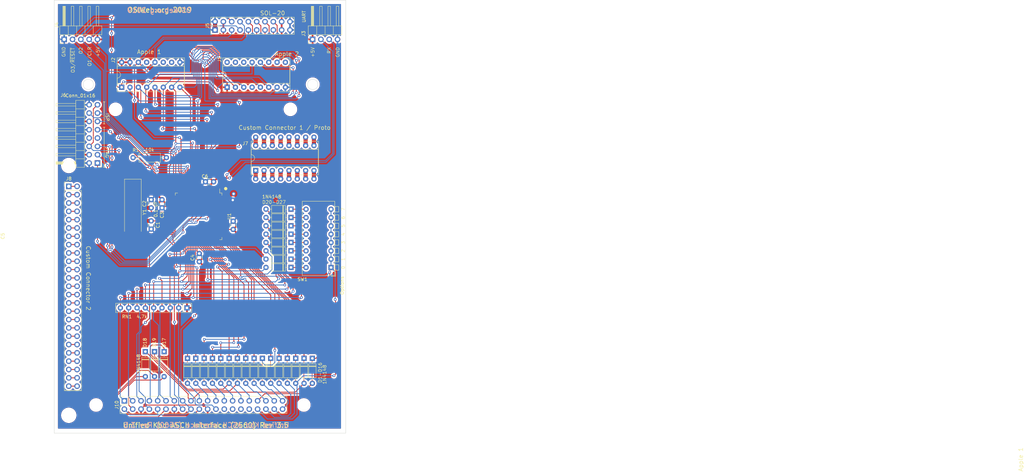
<source format=kicad_pcb>
(kicad_pcb (version 20171130) (host pcbnew "(5.1.6-0-10_14)")
  (title_block (title "Unified Retro Keyboard ASCII Interface (2560)") (date 2020-06-02) (rev 3.4))
  (layers (0 F.Cu signal) (31 B.Cu signal) (34 B.Paste user) (35 F.Paste user) (36 B.SilkS user) (37 F.SilkS user) (38 B.Mask user) (39 F.Mask user) (44 Edge.Cuts user))
  (net 0 "")
  (net 1 GND)
  (net 2 /Row3)
  (net 3 /Row0)
  (net 4 /Row1)
  (net 5 /Row4)
  (net 6 /Row5)
  (net 7 /Row7)
  (net 8 /D7)
  (net 9 /D1)
  (net 10 /D2)
  (net 11 /D3)
  (net 12 /D4)
  (net 13 /D5)
  (net 14 /D6)
  (net 15 /Col0)
  (net 16 /Col1)
  (net 17 /Col2)
  (net 18 /Col3)
  (net 19 /Col4)
  (net 20 /Col5)
  (net 21 /Col6)
  (net 22 /Col7)
  (net 23 /Row6)
  (net 24 /Row2)
  (net 25 /D0)
  (net 26 /~STROBE)
  (net 27 /Row10)
  (net 28 /Row9)
  (net 29 /Row8)
  (net 30 /Row15)
  (net 31 /Row14)
  (net 32 /Row13)
  (net 33 /Row12)
  (net 34 /Row11)
  (net 35 /Tx)
  (net 36 /Rx)
  (net 37 "Net-(D11-Pad1)")
  (net 38 "Net-(D12-Pad1)")
  (net 39 "Net-(D13-Pad1)")
  (net 40 "Net-(D14-Pad1)")
  (net 41 "Net-(D15-Pad1)")
  (net 42 "Net-(D16-Pad1)")
  (net 43 "Net-(D20-Pad1)")
  (net 44 "Net-(D24-Pad1)")
  (net 45 "Net-(D25-Pad1)")
  (net 46 "Net-(D26-Pad1)")
  (net 47 "Net-(D4-Pad1)")
  (net 48 "Net-(D5-Pad1)")
  (net 49 "Net-(D6-Pad1)")
  (net 50 "Net-(D7-Pad1)")
  (net 51 "Net-(D8-Pad1)")
  (net 52 "Net-(D9-Pad1)")
  (net 53 "Net-(D10-Pad1)")
  (net 54 "Net-(D27-Pad1)")
  (net 55 /LED1)
  (net 56 /OUT1)
  (net 57 /OUT2)
  (net 58 /OUT3)
  (net 59 /LED3)
  (net 60 /LED2)
  (net 61 "Net-(C1-Pad1)")
  (net 62 "Net-(C2-Pad1)")
  (net 63 "Net-(D21-Pad1)")
  (net 64 "Net-(D22-Pad1)")
  (net 65 "Net-(D23-Pad1)")
  (net 66 "Net-(J1-Pad9)")
  (net 67 "Net-(J1-Pad4)")
  (net 68 "Net-(J1-Pad14)")
  (net 69 "Net-(J1-Pad15)")
  (net 70 "Net-(J1-Pad16)")
  (net 71 "Net-(J2-Pad10)")
  (net 72 "Net-(J2-Pad11)")
  (net 73 "Net-(J2-Pad13)")
  (net 74 "Net-(U1-Pad98)")
  (net 75 "Net-(U1-Pad97)")
  (net 76 "Net-(U1-Pad96)")
  (net 77 "Net-(U1-Pad95)")
  (net 78 "Net-(U1-Pad94)")
  (net 79 "Net-(U1-Pad89)")
  (net 80 "Net-(U1-Pad88)")
  (net 81 "Net-(U1-Pad87)")
  (net 82 "Net-(U1-Pad86)")
  (net 83 "Net-(U1-Pad85)")
  (net 84 "Net-(U1-Pad84)")
  (net 85 "Net-(U1-Pad83)")
  (net 86 "Net-(U1-Pad82)")
  (net 87 "Net-(U1-Pad70)")
  (net 88 "Net-(U1-Pad52)")
  (net 89 "Net-(U1-Pad51)")
  (net 90 "Net-(U1-Pad47)")
  (net 91 "Net-(U1-Pad46)")
  (net 92 "Net-(U1-Pad45)")
  (net 93 "Net-(U1-Pad44)")
  (net 94 "Net-(U1-Pad43)")
  (net 95 "Net-(U1-Pad42)")
  (net 96 "Net-(U1-Pad41)")
  (net 97 "Net-(U1-Pad40)")
  (net 98 "Net-(U1-Pad39)")
  (net 99 "Net-(U1-Pad38)")
  (net 100 "Net-(U1-Pad37)")
  (net 101 "Net-(U1-Pad36)")
  (net 102 "Net-(U1-Pad35)")
  (net 103 "Net-(U1-Pad29)")
  (net 104 "Net-(U1-Pad28)")
  (net 105 "Net-(U1-Pad19)")
  (net 106 "Net-(U1-Pad9)")
  (net 107 "Net-(U1-Pad8)")
  (net 108 "Net-(U1-Pad7)")
  (net 109 "Net-(U1-Pad6)")
  (net 110 "Net-(U1-Pad5)")
  (net 111 "Net-(U1-Pad4)")
  (net 112 "Net-(U1-Pad1)")
  (net 113 VCC)
  (net 114 "Net-(J8-Pad1)")
  (net 115 "Net-(J8-Pad9)")
  (net 116 "Net-(J8-Pad2)")
  (net 117 "Net-(J8-Pad10)")
  (net 118 "Net-(J8-Pad3)")
  (net 119 "Net-(J8-Pad11)")
  (net 120 "Net-(J8-Pad4)")
  (net 121 "Net-(J8-Pad12)")
  (net 122 "Net-(J8-Pad5)")
  (net 123 "Net-(J8-Pad13)")
  (net 124 "Net-(J8-Pad6)")
  (net 125 "Net-(J8-Pad14)")
  (net 126 "Net-(J8-Pad7)")
  (net 127 "Net-(J8-Pad15)")
  (net 128 "Net-(J8-Pad8)")
  (net 129 "Net-(J8-Pad16)")
  (net 130 /TDI)
  (net 131 "Net-(J6-Pad8)")
  (net 132 "Net-(J6-Pad7)")
  (net 133 /~RESET)
  (net 134 /TMS)
  (net 135 /TDO)
  (net 136 /TCK)
  (net 137 "Net-(D1-Pad1)")
  (net 138 "Net-(D2-Pad1)")
  (net 139 "Net-(D3-Pad1)")
  (net 140 "Net-(D17-Pad2)")
  (net 141 "Net-(D18-Pad2)")
  (net 142 "Net-(D19-Pad2)")
  (net 143 "Net-(J7-Pad1)")
  (net 144 "Net-(J7-Pad9)")
  (net 145 "Net-(J7-Pad2)")
  (net 146 "Net-(J7-Pad10)")
  (net 147 "Net-(J7-Pad3)")
  (net 148 "Net-(J7-Pad11)")
  (net 149 "Net-(J7-Pad4)")
  (net 150 "Net-(J7-Pad12)")
  (net 151 "Net-(J7-Pad5)")
  (net 152 "Net-(J7-Pad13)")
  (net 153 "Net-(J7-Pad6)")
  (net 154 "Net-(J7-Pad14)")
  (net 155 "Net-(J7-Pad7)")
  (net 156 "Net-(J7-Pad15)")
  (net 157 "Net-(J7-Pad8)")
  (net 158 "Net-(J7-Pad16)")
  (net 159 "Net-(J10-Pad32)")
  (net 160 "Net-(J10-Pad30)")
  (net 161 "Net-(J10-Pad28)")
  (net 162 "Net-(J10-Pad26)")
  (net 163 "Net-(J8-Pad25)")
  (net 164 "Net-(J8-Pad24)")
  (net 165 "Net-(J8-Pad23)")
  (net 166 "Net-(J8-Pad22)")
  (net 167 "Net-(J8-Pad21)")
  (net 168 "Net-(J8-Pad20)")
  (net 169 "Net-(J8-Pad19)")
  (net 170 "Net-(J8-Pad18)")
  (net 171 "Net-(J8-Pad17)")
  (net 172 /MOSI)
  (net 173 /SCK)
  (net 174 /MISO)
  (module unikbd:kbd_header_and_mounting_holes (layer F.Cu) (at 185.397 175.5918 90)
    (fp_text reference J10 (at 1.2954 -2.5078 90) (layer F.SilkS))
    (fp_text value Keyboard)
    (pad "" np_thru_hole circle (at 91.4924 50.4712 90) (size 3.175 3.175) (drill 3.175) (layers *.Cu *.Mask))
    (pad "" np_thru_hole circle (at 91.4924 -2.8688 90) (size 3.175 3.175) (drill 3.175) (layers *.Cu *.Mask))
    (pad "" np_thru_hole circle (at 1.2954 -8.8124 90) (size 3.175 3.175) (drill 3.175) (layers *.Cu *.Mask))
    (pad "" np_thru_hole circle (at 1.2954 54.5606 90) (size 3.175 3.175) (drill 3.175) (layers *.Cu *.Mask))
    (pad 40 thru_hole oval (at 0.0254 48.0822 90) (size 1.7 1.7) (drill 1) (layers *.Cu *.Mask) (net 34 /Row11))
    (pad 39 thru_hole oval (at 2.5654 48.0822 90) (size 1.7 1.7) (drill 1) (layers *.Cu *.Mask) (net 33 /Row12))
    (pad 38 thru_hole oval (at 0.0254 45.5422 90) (size 1.7 1.7) (drill 1) (layers *.Cu *.Mask) (net 27 /Row10))
    (pad 37 thru_hole oval (at 2.5654 45.5422 90) (size 1.7 1.7) (drill 1) (layers *.Cu *.Mask) (net 32 /Row13))
    (pad 36 thru_hole oval (at 0.0254 43.0022 90) (size 1.7 1.7) (drill 1) (layers *.Cu *.Mask) (net 28 /Row9))
    (pad 35 thru_hole oval (at 2.5654 43.0022 90) (size 1.7 1.7) (drill 1) (layers *.Cu *.Mask) (net 31 /Row14))
    (pad 34 thru_hole oval (at 0.0254 40.4622 90) (size 1.7 1.7) (drill 1) (layers *.Cu *.Mask) (net 29 /Row8))
    (pad 33 thru_hole oval (at 2.5654 40.4622 90) (size 1.7 1.7) (drill 1) (layers *.Cu *.Mask) (net 30 /Row15))
    (pad 32 thru_hole oval (at 0.0254 37.9222 90) (size 1.7 1.7) (drill 1) (layers *.Cu *.Mask) (net 159 "Net-(J10-Pad32)"))
    (pad 31 thru_hole oval (at 2.5654 37.9222 90) (size 1.7 1.7) (drill 1) (layers *.Cu *.Mask) (net 3 /Row0))
    (pad 30 thru_hole oval (at 0.0254 35.3822 90) (size 1.7 1.7) (drill 1) (layers *.Cu *.Mask) (net 160 "Net-(J10-Pad30)"))
    (pad 29 thru_hole oval (at 2.5654 35.3822 90) (size 1.7 1.7) (drill 1) (layers *.Cu *.Mask) (net 4 /Row1))
    (pad 28 thru_hole oval (at 0.0254 32.8422 90) (size 1.7 1.7) (drill 1) (layers *.Cu *.Mask) (net 161 "Net-(J10-Pad28)"))
    (pad 27 thru_hole oval (at 2.5654 32.8422 90) (size 1.7 1.7) (drill 1) (layers *.Cu *.Mask) (net 24 /Row2))
    (pad 26 thru_hole oval (at 0.0254 30.3022 90) (size 1.7 1.7) (drill 1) (layers *.Cu *.Mask) (net 162 "Net-(J10-Pad26)"))
    (pad 25 thru_hole oval (at 2.5654 30.3022 90) (size 1.7 1.7) (drill 1) (layers *.Cu *.Mask) (net 2 /Row3))
    (pad 24 thru_hole oval (at 0.0254 27.7622 90) (size 1.7 1.7) (drill 1) (layers *.Cu *.Mask) (net 59 /LED3))
    (pad 23 thru_hole oval (at 2.5654 27.7622 90) (size 1.7 1.7) (drill 1) (layers *.Cu *.Mask) (net 5 /Row4))
    (pad 22 thru_hole oval (at 0.0254 25.2222 90) (size 1.7 1.7) (drill 1) (layers *.Cu *.Mask) (net 113 VCC))
    (pad 21 thru_hole oval (at 2.5654 25.2222 90) (size 1.7 1.7) (drill 1) (layers *.Cu *.Mask) (net 6 /Row5))
    (pad 20 thru_hole oval (at 0.0254 22.6822 90) (size 1.7 1.7) (drill 1) (layers *.Cu *.Mask) (net 142 "Net-(D19-Pad2)"))
    (pad 19 thru_hole oval (at 2.5654 22.6822 90) (size 1.7 1.7) (drill 1) (layers *.Cu *.Mask) (net 23 /Row6))
    (pad 18 thru_hole oval (at 0.0254 20.1422 90) (size 1.7 1.7) (drill 1) (layers *.Cu *.Mask) (net 15 /Col0))
    (pad 17 thru_hole oval (at 2.5654 20.1422 90) (size 1.7 1.7) (drill 1) (layers *.Cu *.Mask) (net 7 /Row7))
    (pad 16 thru_hole oval (at 0.0254 17.6022 90) (size 1.7 1.7) (drill 1) (layers *.Cu *.Mask) (net 60 /LED2))
    (pad 15 thru_hole oval (at 2.5654 17.6022 90) (size 1.7 1.7) (drill 1) (layers *.Cu *.Mask) (net 15 /Col0))
    (pad 14 thru_hole oval (at 0.0254 15.0622 90) (size 1.7 1.7) (drill 1) (layers *.Cu *.Mask) (net 113 VCC))
    (pad 13 thru_hole oval (at 2.5654 15.0622 90) (size 1.7 1.7) (drill 1) (layers *.Cu *.Mask) (net 16 /Col1))
    (pad 12 thru_hole oval (at 0.0254 12.5222 90) (size 1.7 1.7) (drill 1) (layers *.Cu *.Mask) (net 141 "Net-(D18-Pad2)"))
    (pad 11 thru_hole oval (at 2.5654 12.5222 90) (size 1.7 1.7) (drill 1) (layers *.Cu *.Mask) (net 17 /Col2))
    (pad 10 thru_hole oval (at 0.0254 9.9822 90) (size 1.7 1.7) (drill 1) (layers *.Cu *.Mask) (net 15 /Col0))
    (pad 9 thru_hole oval (at 2.5654 9.9822 90) (size 1.7 1.7) (drill 1) (layers *.Cu *.Mask) (net 18 /Col3))
    (pad 8 thru_hole oval (at 0.0254 7.4422 90) (size 1.7 1.7) (drill 1) (layers *.Cu *.Mask) (net 55 /LED1))
    (pad 7 thru_hole oval (at 2.5654 7.4422 90) (size 1.7 1.7) (drill 1) (layers *.Cu *.Mask) (net 19 /Col4))
    (pad 6 thru_hole oval (at 0.0254 4.9022 90) (size 1.7 1.7) (drill 1) (layers *.Cu *.Mask) (net 113 VCC))
    (pad 5 thru_hole oval (at 2.5654 4.9022 90) (size 1.7 1.7) (drill 1) (layers *.Cu *.Mask) (net 20 /Col5))
    (pad 4 thru_hole oval (at 0.0254 2.3622 90) (size 1.7 1.7) (drill 1) (layers *.Cu *.Mask) (net 140 "Net-(D17-Pad2)"))
    (pad 3 thru_hole oval (at 2.5654 2.3622 90) (size 1.7 1.7) (drill 1) (layers *.Cu *.Mask) (net 21 /Col6))
    (pad 2 thru_hole oval (at 0.0254 -0.1778 90) (size 1.7 1.7) (drill 1) (layers *.Cu *.Mask) (net 15 /Col0))
    (pad 1 thru_hole rect (at 2.5654 -0.1778 90) (size 1.7 1.7) (drill 1) (layers *.Cu *.Mask) (net 22 /Col7))
  )
  (module MountingHole:MountingHole_3.7mm (layer F.Cu) (at 168.252 177.446)
    (fp_text reference MH2 hide)
    (fp_text value "Apple II" hide)
    (pad 1 np_thru_hole circle (at 0 0) (size 3.7 3.7) (drill 3.7) (layers *.Cu *.Mask))
  )
  (module MountingHole:MountingHole_3.7mm (layer F.Cu) (at 168.252 101.246)
    (fp_text reference MH1 hide)
    (fp_text value "Apple II" hide)
    (pad 1 np_thru_hole circle (at 0 0) (size 3.7 3.7) (drill 3.7) (layers *.Cu *.Mask))
  )
  (module Connector_PinHeader_2.54mm:PinHeader_2x08_P2.54mm_Horizontal (layer F.Cu) (at 177.015 100.484 180)
    (fp_text reference J6 (at 10.414 20.701) (layer F.SilkS))
    (fp_text value Conn_01x16 (at 5.207 20.574) (layer F.SilkS))
    (pad 16 thru_hole oval (at 2.54 17.78 180) (size 1.7 1.7) (drill 1) (layers *.Cu *.Mask) (net 1 GND))
    (pad 15 thru_hole oval (at 0 17.78 180) (size 1.7 1.7) (drill 1) (layers *.Cu *.Mask) (net 133 /~RESET))
    (pad 14 thru_hole oval (at 2.54 15.24 180) (size 1.7 1.7) (drill 1) (layers *.Cu *.Mask) (net 172 /MOSI))
    (pad 13 thru_hole oval (at 0 15.24 180) (size 1.7 1.7) (drill 1) (layers *.Cu *.Mask) (net 173 /SCK))
    (pad 12 thru_hole oval (at 2.54 12.7 180) (size 1.7 1.7) (drill 1) (layers *.Cu *.Mask) (net 113 VCC))
    (pad 11 thru_hole oval (at 0 12.7 180) (size 1.7 1.7) (drill 1) (layers *.Cu *.Mask) (net 174 /MISO))
    (pad 10 thru_hole oval (at 2.54 10.16 180) (size 1.7 1.7) (drill 1) (layers *.Cu *.Mask) (net 1 GND))
    (pad 9 thru_hole oval (at 0 10.16 180) (size 1.7 1.7) (drill 1) (layers *.Cu *.Mask) (net 130 /TDI))
    (pad 8 thru_hole oval (at 2.54 7.62 180) (size 1.7 1.7) (drill 1) (layers *.Cu *.Mask) (net 131 "Net-(J6-Pad8)"))
    (pad 7 thru_hole oval (at 0 7.62 180) (size 1.7 1.7) (drill 1) (layers *.Cu *.Mask) (net 132 "Net-(J6-Pad7)"))
    (pad 6 thru_hole oval (at 2.54 5.08 180) (size 1.7 1.7) (drill 1) (layers *.Cu *.Mask) (net 133 /~RESET))
    (pad 5 thru_hole oval (at 0 5.08 180) (size 1.7 1.7) (drill 1) (layers *.Cu *.Mask) (net 134 /TMS))
    (pad 4 thru_hole oval (at 2.54 2.54 180) (size 1.7 1.7) (drill 1) (layers *.Cu *.Mask) (net 113 VCC))
    (pad 3 thru_hole oval (at 0 2.54 180) (size 1.7 1.7) (drill 1) (layers *.Cu *.Mask) (net 135 /TDO))
    (pad 2 thru_hole oval (at 2.54 0 180) (size 1.7 1.7) (drill 1) (layers *.Cu *.Mask) (net 1 GND))
    (pad 1 thru_hole rect (at 0 0 180) (size 1.7 1.7) (drill 1) (layers *.Cu *.Mask) (net 136 /TCK))
  )
  (module unikbd:D_DO-35_SOD27_P7.62mm_Horizontal_bypassed (layer F.Cu) (at 227.33 160.0724 270)
    (fp_text reference D15 hide)
    (fp_text value 1N4148)
    (fp_poly (pts (xy 7.239 0.127) (xy 0.381 0.127) (xy 0.381 0) (xy 7.239 0)) (layer F.Cu) (width 0.0508))
    (pad 1 thru_hole rect (at 0 0 270) (size 1.6 1.6) (drill 0.8) (layers *.Cu *.Mask) (net 41 "Net-(D15-Pad1)"))
    (pad 2 thru_hole oval (at 7.62 0 270) (size 1.6 1.6) (drill 0.8) (layers *.Cu *.Mask) (net 33 /Row12))
  )
  (module unikbd:D_DO-35_SOD27_P7.62mm_Horizontal_bypassed (layer F.Cu) (at 229.87 160.0724 270)
    (fp_text reference D6 hide)
    (fp_text value 1N4148)
    (fp_poly (pts (xy 7.239 0.127) (xy 0.381 0.127) (xy 0.381 0) (xy 7.239 0)) (layer F.Cu) (width 0.0508))
    (pad 1 thru_hole rect (at 0 0 270) (size 1.6 1.6) (drill 0.8) (layers *.Cu *.Mask) (net 49 "Net-(D6-Pad1)"))
    (pad 2 thru_hole oval (at 7.62 0 270) (size 1.6 1.6) (drill 0.8) (layers *.Cu *.Mask) (net 34 /Row11))
  )
  (module unikbd:D_DO-35_SOD27_P7.62mm_Horizontal_bypassed (layer F.Cu) (at 232.41 160.0724 270)
    (fp_text reference D14 hide)
    (fp_text value 1N4148)
    (fp_poly (pts (xy 7.239 0.127) (xy 0.381 0.127) (xy 0.381 0) (xy 7.239 0)) (layer F.Cu) (width 0.0508))
    (pad 1 thru_hole rect (at 0 0 270) (size 1.6 1.6) (drill 0.8) (layers *.Cu *.Mask) (net 40 "Net-(D14-Pad1)"))
    (pad 2 thru_hole oval (at 7.62 0 270) (size 1.6 1.6) (drill 0.8) (layers *.Cu *.Mask) (net 27 /Row10))
  )
  (module unikbd:D_DO-35_SOD27_P7.62mm_Horizontal_bypassed (layer F.Cu) (at 234.95 160.0724 270)
    (fp_text reference D5 hide)
    (fp_text value 1N4148)
    (fp_poly (pts (xy 7.239 0.127) (xy 0.381 0.127) (xy 0.381 0) (xy 7.239 0)) (layer F.Cu) (width 0.0508))
    (pad 1 thru_hole rect (at 0 0 270) (size 1.6 1.6) (drill 0.8) (layers *.Cu *.Mask) (net 48 "Net-(D5-Pad1)"))
    (pad 2 thru_hole oval (at 7.62 0 270) (size 1.6 1.6) (drill 0.8) (layers *.Cu *.Mask) (net 28 /Row9))
  )
  (module unikbd:D_DO-35_SOD27_P7.62mm_Horizontal_bypassed (layer F.Cu) (at 237.49 160.0724 270)
    (fp_text reference D13 hide)
    (fp_text value 1N4148)
    (fp_poly (pts (xy 7.239 0.127) (xy 0.381 0.127) (xy 0.381 0) (xy 7.239 0)) (layer F.Cu) (width 0.0508))
    (pad 1 thru_hole rect (at 0 0 270) (size 1.6 1.6) (drill 0.8) (layers *.Cu *.Mask) (net 39 "Net-(D13-Pad1)"))
    (pad 2 thru_hole oval (at 7.62 0 270) (size 1.6 1.6) (drill 0.8) (layers *.Cu *.Mask) (net 29 /Row8))
  )
  (module unikbd:D_DO-35_SOD27_P7.62mm_Horizontal_bypassed (layer F.Cu) (at 242.57 160.0724 270)
    (fp_text reference D8 hide)
    (fp_text value 1N4148)
    (fp_poly (pts (xy 7.239 0.127) (xy 0.381 0.127) (xy 0.381 0) (xy 7.239 0)) (layer F.Cu) (width 0.0508))
    (pad 1 thru_hole rect (at 0 0 270) (size 1.6 1.6) (drill 0.8) (layers *.Cu *.Mask) (net 51 "Net-(D8-Pad1)"))
    (pad 2 thru_hole oval (at 7.62 0 270) (size 1.6 1.6) (drill 0.8) (layers *.Cu *.Mask) (net 30 /Row15))
  )
  (module unikbd:D_DO-35_SOD27_P7.62mm_Horizontal_bypassed (layer F.Cu) (at 224.79 160.0724 270)
    (fp_text reference D7 hide)
    (fp_text value 1N4148)
    (fp_poly (pts (xy 7.239 0.127) (xy 0.381 0.127) (xy 0.381 0) (xy 7.239 0)) (layer F.Cu) (width 0.0508))
    (pad 1 thru_hole rect (at 0 0 270) (size 1.6 1.6) (drill 0.8) (layers *.Cu *.Mask) (net 50 "Net-(D7-Pad1)"))
    (pad 2 thru_hole oval (at 7.62 0 270) (size 1.6 1.6) (drill 0.8) (layers *.Cu *.Mask) (net 32 /Row13))
  )
  (module unikbd:D_DO-35_SOD27_P7.62mm_Horizontal_bypassed (layer F.Cu) (at 222.25 160.0724 270)
    (fp_text reference D16 hide)
    (fp_text value 1N4148)
    (fp_poly (pts (xy 7.239 0.127) (xy 0.381 0.127) (xy 0.381 0) (xy 7.239 0)) (layer F.Cu) (width 0.0508))
    (pad 1 thru_hole rect (at 0 0 270) (size 1.6 1.6) (drill 0.8) (layers *.Cu *.Mask) (net 42 "Net-(D16-Pad1)"))
    (pad 2 thru_hole oval (at 7.62 0 270) (size 1.6 1.6) (drill 0.8) (layers *.Cu *.Mask) (net 31 /Row14))
  )
  (module unikbd:D_DO-35_SOD27_P7.62mm_Horizontal_bypassed (layer F.Cu) (at 240.03 160.0724 270)
    (fp_text reference D4 hide)
    (fp_text value 1N4148)
    (fp_poly (pts (xy 7.239 0.127) (xy 0.381 0.127) (xy 0.381 0) (xy 7.239 0)) (layer F.Cu) (width 0.0508))
    (pad 1 thru_hole rect (at 0 0 270) (size 1.6 1.6) (drill 0.8) (layers *.Cu *.Mask) (net 47 "Net-(D4-Pad1)"))
    (pad 2 thru_hole oval (at 7.62 0 270) (size 1.6 1.6) (drill 0.8) (layers *.Cu *.Mask) (net 7 /Row7))
  )
  (module unikbd:D_DO-35_SOD27_P7.62mm_Horizontal_bypassed (layer F.Cu) (at 204.47 160.0724 270)
    (fp_text reference D12 hide)
    (fp_text value 1N4148)
    (fp_poly (pts (xy 7.239 0.127) (xy 0.381 0.127) (xy 0.381 0) (xy 7.239 0)) (layer F.Cu) (width 0.0508))
    (pad 1 thru_hole rect (at 0 0 270) (size 1.6 1.6) (drill 0.8) (layers *.Cu *.Mask) (net 38 "Net-(D12-Pad1)"))
    (pad 2 thru_hole oval (at 7.62 0 270) (size 1.6 1.6) (drill 0.8) (layers *.Cu *.Mask) (net 23 /Row6))
  )
  (module unikbd:D_DO-35_SOD27_P7.62mm_Horizontal_bypassed (layer F.Cu) (at 209.55 160.0724 270)
    (fp_text reference D11 hide)
    (fp_text value 1N4148)
    (fp_poly (pts (xy 7.239 0.127) (xy 0.381 0.127) (xy 0.381 0) (xy 7.239 0)) (layer F.Cu) (width 0.0508))
    (pad 1 thru_hole rect (at 0 0 270) (size 1.6 1.6) (drill 0.8) (layers *.Cu *.Mask) (net 37 "Net-(D11-Pad1)"))
    (pad 2 thru_hole oval (at 7.62 0 270) (size 1.6 1.6) (drill 0.8) (layers *.Cu *.Mask) (net 5 /Row4))
  )
  (module unikbd:D_DO-35_SOD27_P7.62mm_Horizontal_bypassed (layer F.Cu) (at 214.63 160.0724 270)
    (fp_text reference D10 hide)
    (fp_text value 1N4148)
    (fp_poly (pts (xy 7.239 0.127) (xy 0.381 0.127) (xy 0.381 0) (xy 7.239 0)) (layer F.Cu) (width 0.0508))
    (pad 1 thru_hole rect (at 0 0 270) (size 1.6 1.6) (drill 0.8) (layers *.Cu *.Mask) (net 53 "Net-(D10-Pad1)"))
    (pad 2 thru_hole oval (at 7.62 0 270) (size 1.6 1.6) (drill 0.8) (layers *.Cu *.Mask) (net 24 /Row2))
  )
  (module unikbd:D_DO-35_SOD27_P7.62mm_Horizontal_bypassed (layer F.Cu) (at 219.71 160.0724 270)
    (fp_text reference D9 hide)
    (fp_text value 1N4148)
    (fp_poly (pts (xy 7.239 0.127) (xy 0.381 0.127) (xy 0.381 0) (xy 7.239 0)) (layer F.Cu) (width 0.0508))
    (pad 1 thru_hole rect (at 0 0 270) (size 1.6 1.6) (drill 0.8) (layers *.Cu *.Mask) (net 52 "Net-(D9-Pad1)"))
    (pad 2 thru_hole oval (at 7.62 0 270) (size 1.6 1.6) (drill 0.8) (layers *.Cu *.Mask) (net 3 /Row0))
  )
  (module unikbd:D_DO-35_SOD27_P7.62mm_Horizontal_bypassed (layer F.Cu) (at 207.01 160.0724 270)
    (fp_text reference D3 hide)
    (fp_text value 1N4148)
    (fp_poly (pts (xy 7.239 0.127) (xy 0.381 0.127) (xy 0.381 0) (xy 7.239 0)) (layer F.Cu) (width 0.0508))
    (pad 1 thru_hole rect (at 0 0 270) (size 1.6 1.6) (drill 0.8) (layers *.Cu *.Mask) (net 139 "Net-(D3-Pad1)"))
    (pad 2 thru_hole oval (at 7.62 0 270) (size 1.6 1.6) (drill 0.8) (layers *.Cu *.Mask) (net 6 /Row5))
  )
  (module unikbd:D_DO-35_SOD27_P7.62mm_Horizontal_bypassed (layer F.Cu) (at 212.09 160.0724 270)
    (fp_text reference D2 hide)
    (fp_text value 1N4148)
    (fp_poly (pts (xy 7.239 0.127) (xy 0.381 0.127) (xy 0.381 0) (xy 7.239 0)) (layer F.Cu) (width 0.0508))
    (pad 1 thru_hole rect (at 0 0 270) (size 1.6 1.6) (drill 0.8) (layers *.Cu *.Mask) (net 138 "Net-(D2-Pad1)"))
    (pad 2 thru_hole oval (at 7.62 0 270) (size 1.6 1.6) (drill 0.8) (layers *.Cu *.Mask) (net 2 /Row3))
  )
  (module unikbd:D_DO-35_SOD27_P7.62mm_Horizontal_bypassed (layer F.Cu) (at 217.17 160.0724 270)
    (fp_text reference D1 hide)
    (fp_text value 1N4148)
    (fp_poly (pts (xy 7.239 0.127) (xy 0.381 0.127) (xy 0.381 0) (xy 7.239 0)) (layer F.Cu) (width 0.0508))
    (pad 1 thru_hole rect (at 0 0 270) (size 1.6 1.6) (drill 0.8) (layers *.Cu *.Mask) (net 137 "Net-(D1-Pad1)"))
    (pad 2 thru_hole oval (at 7.62 0 270) (size 1.6 1.6) (drill 0.8) (layers *.Cu *.Mask) (net 4 /Row1))
  )
  (module unikbd:ExpansionHeader_1x25_P2.54 (layer F.Cu) (at 168.252 107.596)
    (fp_text reference J8 (at 0 -2.33) (layer F.SilkS))
    (fp_text value "Custom Connector 2" (at 5.969 28.0035 270 unlocked) (layer F.SilkS) (effects (font (size 1.27 1.27))))
    (fp_line (start 0 0) (end 2.54 0) (layer F.Cu) (width 0.254))
    (fp_line (start 0 2.54) (end 2.54 2.54) (layer F.Cu) (width 0.254))
    (fp_line (start 0 5.08) (end 2.54 5.08) (layer F.Cu) (width 0.254))
    (fp_line (start 0 7.62) (end 2.54 7.62) (layer F.Cu) (width 0.254))
    (fp_line (start 0 10.16) (end 2.54 10.16) (layer F.Cu) (width 0.254))
    (fp_line (start 0 15.24) (end 2.54 15.24) (layer F.Cu) (width 0.254))
    (fp_line (start 0 17.78) (end 2.54 17.78) (layer F.Cu) (width 0.254))
    (fp_line (start 0 12.7) (end 2.54 12.7) (layer F.Cu) (width 0.254))
    (fp_line (start 0 22.86) (end 2.54 22.86) (layer F.Cu) (width 0.254))
    (fp_line (start 0 20.32) (end 2.54 20.32) (layer F.Cu) (width 0.254))
    (fp_line (start 0 27.94) (end 2.54 27.94) (layer F.Cu) (width 0.254))
    (fp_line (start 0 30.48) (end 2.54 30.48) (layer F.Cu) (width 0.254))
    (fp_line (start 0 25.4) (end 2.54 25.4) (layer F.Cu) (width 0.254))
    (fp_line (start 0 35.56) (end 2.54 35.56) (layer F.Cu) (width 0.254))
    (fp_line (start 0 33.02) (end 2.54 33.02) (layer F.Cu) (width 0.254))
    (fp_line (start 0 58.42) (end 2.54 58.42) (layer F.Cu) (width 0.254))
    (fp_line (start 0 60.96) (end 2.54 60.96) (layer F.Cu) (width 0.254))
    (fp_line (start 0 50.8) (end 2.54 50.8) (layer F.Cu) (width 0.254))
    (fp_line (start 0 55.88) (end 2.54 55.88) (layer F.Cu) (width 0.254))
    (fp_line (start 0 53.34) (end 2.54 53.34) (layer F.Cu) (width 0.254))
    (fp_line (start 0 45.72) (end 2.54 45.72) (layer F.Cu) (width 0.254))
    (fp_line (start 0 48.26) (end 2.54 48.26) (layer F.Cu) (width 0.254))
    (fp_line (start 0 38.1) (end 2.54 38.1) (layer F.Cu) (width 0.254))
    (fp_line (start 0 43.18) (end 2.54 43.18) (layer F.Cu) (width 0.254))
    (fp_line (start 0 40.64) (end 2.54 40.64) (layer F.Cu) (width 0.254))
    (pad 26 thru_hole circle (at 2.54 0) (size 1.7 1.7) (drill 1) (layers *.Cu *.Mask))
    (pad 27 thru_hole oval (at 2.54 2.54) (size 1.7 1.7) (drill 1) (layers *.Cu *.Mask))
    (pad 28 thru_hole oval (at 2.54 5.08) (size 1.7 1.7) (drill 1) (layers *.Cu *.Mask))
    (pad 29 thru_hole oval (at 2.54 7.62) (size 1.7 1.7) (drill 1) (layers *.Cu *.Mask))
    (pad 30 thru_hole oval (at 2.54 10.16) (size 1.7 1.7) (drill 1) (layers *.Cu *.Mask))
    (pad 31 thru_hole oval (at 2.54 12.7) (size 1.7 1.7) (drill 1) (layers *.Cu *.Mask))
    (pad 32 thru_hole oval (at 2.54 15.24) (size 1.7 1.7) (drill 1) (layers *.Cu *.Mask))
    (pad 33 thru_hole oval (at 2.54 17.78) (size 1.7 1.7) (drill 1) (layers *.Cu *.Mask))
    (pad 34 thru_hole oval (at 2.54 20.32) (size 1.7 1.7) (drill 1) (layers *.Cu *.Mask))
    (pad 35 thru_hole oval (at 2.54 22.86) (size 1.7 1.7) (drill 1) (layers *.Cu *.Mask))
    (pad 36 thru_hole oval (at 2.54 25.4) (size 1.7 1.7) (drill 1) (layers *.Cu *.Mask))
    (pad 37 thru_hole oval (at 2.54 27.94) (size 1.7 1.7) (drill 1) (layers *.Cu *.Mask))
    (pad 38 thru_hole oval (at 2.54 30.48) (size 1.7 1.7) (drill 1) (layers *.Cu *.Mask))
    (pad 39 thru_hole oval (at 2.54 33.02) (size 1.7 1.7) (drill 1) (layers *.Cu *.Mask))
    (pad 40 thru_hole oval (at 2.54 35.56) (size 1.7 1.7) (drill 1) (layers *.Cu *.Mask))
    (pad 50 thru_hole oval (at 2.54 60.96) (size 1.7 1.7) (drill 1) (layers *.Cu *.Mask))
    (pad 49 thru_hole oval (at 2.54 58.42) (size 1.7 1.7) (drill 1) (layers *.Cu *.Mask))
    (pad 48 thru_hole oval (at 2.54 55.88) (size 1.7 1.7) (drill 1) (layers *.Cu *.Mask))
    (pad 47 thru_hole oval (at 2.54 53.34) (size 1.7 1.7) (drill 1) (layers *.Cu *.Mask))
    (pad 46 thru_hole oval (at 2.54 50.8) (size 1.7 1.7) (drill 1) (layers *.Cu *.Mask))
    (pad 45 thru_hole oval (at 2.54 48.26) (size 1.7 1.7) (drill 1) (layers *.Cu *.Mask))
    (pad 44 thru_hole oval (at 2.54 45.72) (size 1.7 1.7) (drill 1) (layers *.Cu *.Mask))
    (pad 43 thru_hole oval (at 2.54 43.18) (size 1.7 1.7) (drill 1) (layers *.Cu *.Mask))
    (pad 42 thru_hole oval (at 2.54 40.64) (size 1.7 1.7) (drill 1) (layers *.Cu *.Mask))
    (pad 41 thru_hole oval (at 2.54 38.1) (size 1.7 1.7) (drill 1) (layers *.Cu *.Mask))
    (pad 16 thru_hole oval (at 0 38.1) (size 1.7 1.7) (drill 1) (layers *.Cu *.Mask) (net 129 "Net-(J8-Pad16)"))
    (pad 17 thru_hole oval (at 0 40.64) (size 1.7 1.7) (drill 1) (layers *.Cu *.Mask) (net 171 "Net-(J8-Pad17)"))
    (pad 18 thru_hole oval (at 0 43.18) (size 1.7 1.7) (drill 1) (layers *.Cu *.Mask) (net 170 "Net-(J8-Pad18)"))
    (pad 19 thru_hole oval (at 0 45.72) (size 1.7 1.7) (drill 1) (layers *.Cu *.Mask) (net 169 "Net-(J8-Pad19)"))
    (pad 20 thru_hole oval (at 0 48.26) (size 1.7 1.7) (drill 1) (layers *.Cu *.Mask) (net 168 "Net-(J8-Pad20)"))
    (pad 21 thru_hole oval (at 0 50.8) (size 1.7 1.7) (drill 1) (layers *.Cu *.Mask) (net 167 "Net-(J8-Pad21)"))
    (pad 22 thru_hole oval (at 0 53.34) (size 1.7 1.7) (drill 1) (layers *.Cu *.Mask) (net 166 "Net-(J8-Pad22)"))
    (pad 23 thru_hole oval (at 0 55.88) (size 1.7 1.7) (drill 1) (layers *.Cu *.Mask) (net 165 "Net-(J8-Pad23)"))
    (pad 24 thru_hole oval (at 0 58.42) (size 1.7 1.7) (drill 1) (layers *.Cu *.Mask) (net 164 "Net-(J8-Pad24)"))
    (pad 25 thru_hole oval (at 0 60.96) (size 1.7 1.7) (drill 1) (layers *.Cu *.Mask) (net 163 "Net-(J8-Pad25)"))
    (pad 15 thru_hole oval (at 0 35.56) (size 1.7 1.7) (drill 1) (layers *.Cu *.Mask) (net 127 "Net-(J8-Pad15)"))
    (pad 14 thru_hole oval (at 0 33.02) (size 1.7 1.7) (drill 1) (layers *.Cu *.Mask) (net 125 "Net-(J8-Pad14)"))
    (pad 13 thru_hole oval (at 0 30.48) (size 1.7 1.7) (drill 1) (layers *.Cu *.Mask) (net 123 "Net-(J8-Pad13)"))
    (pad 12 thru_hole oval (at 0 27.94) (size 1.7 1.7) (drill 1) (layers *.Cu *.Mask) (net 121 "Net-(J8-Pad12)"))
    (pad 11 thru_hole oval (at 0 25.4) (size 1.7 1.7) (drill 1) (layers *.Cu *.Mask) (net 119 "Net-(J8-Pad11)"))
    (pad 10 thru_hole oval (at 0 22.86) (size 1.7 1.7) (drill 1) (layers *.Cu *.Mask) (net 117 "Net-(J8-Pad10)"))
    (pad 9 thru_hole oval (at 0 20.32) (size 1.7 1.7) (drill 1) (layers *.Cu *.Mask) (net 115 "Net-(J8-Pad9)"))
    (pad 8 thru_hole oval (at 0 17.78) (size 1.7 1.7) (drill 1) (layers *.Cu *.Mask) (net 128 "Net-(J8-Pad8)"))
    (pad 7 thru_hole oval (at 0 15.24) (size 1.7 1.7) (drill 1) (layers *.Cu *.Mask) (net 126 "Net-(J8-Pad7)"))
    (pad 6 thru_hole oval (at 0 12.7) (size 1.7 1.7) (drill 1) (layers *.Cu *.Mask) (net 124 "Net-(J8-Pad6)"))
    (pad 5 thru_hole oval (at 0 10.16) (size 1.7 1.7) (drill 1) (layers *.Cu *.Mask) (net 122 "Net-(J8-Pad5)"))
    (pad 4 thru_hole oval (at 0 7.62) (size 1.7 1.7) (drill 1) (layers *.Cu *.Mask) (net 120 "Net-(J8-Pad4)"))
    (pad 3 thru_hole oval (at 0 5.08) (size 1.7 1.7) (drill 1) (layers *.Cu *.Mask) (net 118 "Net-(J8-Pad3)"))
    (pad 2 thru_hole oval (at 0 2.54) (size 1.7 1.7) (drill 1) (layers *.Cu *.Mask) (net 116 "Net-(J8-Pad2)"))
    (pad 1 thru_hole rect (at 0 0) (size 1.7 1.7) (drill 1) (layers *.Cu *.Mask) (net 114 "Net-(J8-Pad1)"))
  )
  (module "" (layer F.Cu) (at 230.355 88.165)
    (fp_text reference "" (at 225.275 102.77) (layer F.SilkS) (effects (font (size 1.27 1.27))))
    (fp_text value "" (at 225.275 102.77) (layer F.SilkS) (effects (font (size 1.27 1.27))))
    (fp_text user "Apple 1" (at 228.323 102.77 90) (layer F.SilkS) (effects (font (size 1.27 1.27))))
  )
  (module unikbd:DIP-16_W7.62mm_Proto (layer F.Cu) (at 225.275 102.77 90)
    (fp_text reference J7 (at 8.255 -3.175 180) (layer F.SilkS))
    (fp_text value "Custom Connector 1 / Proto" (at 13.081 8.8265) (layer F.SilkS) (effects (font (size 1.27 1.27))))
    (fp_line (start 0 17.78) (end -2.54 17.78) (layer F.Cu) (width 1.27))
    (fp_line (start 0 15.24) (end -2.54 15.24) (layer F.Cu) (width 1.27))
    (fp_line (start 0 12.7) (end -2.54 12.7) (layer F.Cu) (width 1.27))
    (fp_line (start 0 10.16) (end -2.54 10.16) (layer F.Cu) (width 1.27))
    (fp_line (start 0 7.62) (end -2.54 7.62) (layer F.Cu) (width 1.27))
    (fp_line (start 0 5.08) (end -2.54 5.08) (layer F.Cu) (width 1.27))
    (fp_line (start 0 2.54) (end -2.54 2.54) (layer F.Cu) (width 1.27))
    (fp_line (start 0 0) (end -2.54 0) (layer F.Cu) (width 1.27))
    (fp_line (start 10.16 0) (end 7.62 0) (layer F.Cu) (width 1.27))
    (fp_line (start 10.16 2.54) (end 7.62 2.54) (layer F.Cu) (width 1.27))
    (fp_line (start 10.16 5.08) (end 7.62 5.08) (layer F.Cu) (width 1.27))
    (fp_line (start 10.16 7.62) (end 7.62 7.62) (layer F.Cu) (width 1.27))
    (fp_line (start 10.16 10.16) (end 7.62 10.16) (layer F.Cu) (width 1.27))
    (fp_line (start 10.16 12.7) (end 7.62 12.7) (layer F.Cu) (width 1.27))
    (fp_line (start 10.16 15.24) (end 7.62 15.24) (layer F.Cu) (width 1.27))
    (fp_line (start 10.16 17.78) (end 7.62 17.78) (layer F.Cu) (width 1.27))
    (pad 46 thru_hole oval (at 10.16 17.78 90) (size 1.6 1.6) (drill 0.8) (layers *.Cu *.Mask))
    (pad 45 thru_hole oval (at -2.54 17.78 90) (size 1.6 1.6) (drill 0.8) (layers *.Cu *.Mask))
    (pad 42 thru_hole oval (at 10.16 15.24 90) (size 1.6 1.6) (drill 0.8) (layers *.Cu *.Mask))
    (pad 41 thru_hole oval (at -2.54 15.24 90) (size 1.6 1.6) (drill 0.8) (layers *.Cu *.Mask))
    (pad 38 thru_hole oval (at 10.16 12.7 90) (size 1.6 1.6) (drill 0.8) (layers *.Cu *.Mask))
    (pad 37 thru_hole oval (at -2.54 12.7 90) (size 1.6 1.6) (drill 0.8) (layers *.Cu *.Mask))
    (pad 34 thru_hole oval (at 10.16 10.16 90) (size 1.6 1.6) (drill 0.8) (layers *.Cu *.Mask))
    (pad 33 thru_hole oval (at -2.54 10.16 90) (size 1.6 1.6) (drill 0.8) (layers *.Cu *.Mask))
    (pad 30 thru_hole oval (at 10.16 7.62 90) (size 1.6 1.6) (drill 0.8) (layers *.Cu *.Mask))
    (pad 29 thru_hole oval (at -2.54 7.62 90) (size 1.6 1.6) (drill 0.8) (layers *.Cu *.Mask))
    (pad 26 thru_hole oval (at 10.16 5.08 90) (size 1.6 1.6) (drill 0.8) (layers *.Cu *.Mask))
    (pad 25 thru_hole oval (at -2.54 5.08 90) (size 1.6 1.6) (drill 0.8) (layers *.Cu *.Mask))
    (pad 22 thru_hole oval (at 10.16 2.54 90) (size 1.6 1.6) (drill 0.8) (layers *.Cu *.Mask))
    (pad 21 thru_hole oval (at -2.54 2.54 90) (size 1.6 1.6) (drill 0.8) (layers *.Cu *.Mask))
    (pad 18 thru_hole oval (at 10.16 0 90) (size 1.6 1.6) (drill 0.8) (layers *.Cu *.Mask))
    (pad 17 thru_hole oval (at -2.54 0 90) (size 1.6 1.6) (drill 0.8) (layers *.Cu *.Mask))
    (pad 1 thru_hole rect (at 0 0 90) (size 1.6 1.6) (drill 0.8) (layers *.Cu *.Mask) (net 143 "Net-(J7-Pad1)"))
    (pad 9 thru_hole oval (at 7.62 17.78 90) (size 1.6 1.6) (drill 0.8) (layers *.Cu *.Mask) (net 144 "Net-(J7-Pad9)"))
    (pad 2 thru_hole oval (at 0 2.54 90) (size 1.6 1.6) (drill 0.8) (layers *.Cu *.Mask) (net 145 "Net-(J7-Pad2)"))
    (pad 10 thru_hole oval (at 7.62 15.24 90) (size 1.6 1.6) (drill 0.8) (layers *.Cu *.Mask) (net 146 "Net-(J7-Pad10)"))
    (pad 3 thru_hole oval (at 0 5.08 90) (size 1.6 1.6) (drill 0.8) (layers *.Cu *.Mask) (net 147 "Net-(J7-Pad3)"))
    (pad 11 thru_hole oval (at 7.62 12.7 90) (size 1.6 1.6) (drill 0.8) (layers *.Cu *.Mask) (net 148 "Net-(J7-Pad11)"))
    (pad 4 thru_hole oval (at 0 7.62 90) (size 1.6 1.6) (drill 0.8) (layers *.Cu *.Mask) (net 149 "Net-(J7-Pad4)"))
    (pad 12 thru_hole oval (at 7.62 10.16 90) (size 1.6 1.6) (drill 0.8) (layers *.Cu *.Mask) (net 150 "Net-(J7-Pad12)"))
    (pad 5 thru_hole oval (at 0 10.16 90) (size 1.6 1.6) (drill 0.8) (layers *.Cu *.Mask) (net 151 "Net-(J7-Pad5)"))
    (pad 13 thru_hole oval (at 7.62 7.62 90) (size 1.6 1.6) (drill 0.8) (layers *.Cu *.Mask) (net 152 "Net-(J7-Pad13)"))
    (pad 6 thru_hole oval (at 0 12.7 90) (size 1.6 1.6) (drill 0.8) (layers *.Cu *.Mask) (net 153 "Net-(J7-Pad6)"))
    (pad 14 thru_hole oval (at 7.62 5.08 90) (size 1.6 1.6) (drill 0.8) (layers *.Cu *.Mask) (net 154 "Net-(J7-Pad14)"))
    (pad 7 thru_hole oval (at 0 15.24 90) (size 1.6 1.6) (drill 0.8) (layers *.Cu *.Mask) (net 155 "Net-(J7-Pad7)"))
    (pad 15 thru_hole oval (at 7.62 2.54 90) (size 1.6 1.6) (drill 0.8) (layers *.Cu *.Mask) (net 156 "Net-(J7-Pad15)"))
    (pad 8 thru_hole oval (at 0 17.78 90) (size 1.6 1.6) (drill 0.8) (layers *.Cu *.Mask) (net 157 "Net-(J7-Pad8)"))
    (pad 16 thru_hole oval (at 7.62 0 90) (size 1.6 1.6) (drill 0.8) (layers *.Cu *.Mask) (net 158 "Net-(J7-Pad16)"))
  )
  (module Package_QFP:TQFP-100_14x14mm_P0.5mm (layer F.Cu) (at 207.876 116.74 270)
    (fp_text reference U1 (at 0 -9.35 90) (layer F.SilkS))
    (fp_text value ATmega2560-16AU)
    (pad 100 smd roundrect (at -6 -7.6625 270) (size 0.3 1.475) (layers F.Cu F.Paste F.Mask) (net 113 VCC))
    (pad 99 smd roundrect (at -5.5 -7.6625 270) (size 0.3 1.475) (layers F.Cu F.Paste F.Mask) (net 1 GND))
    (pad 98 smd roundrect (at -5 -7.6625 270) (size 0.3 1.475) (layers F.Cu F.Paste F.Mask) (net 74 "Net-(U1-Pad98)"))
    (pad 97 smd roundrect (at -4.5 -7.6625 270) (size 0.3 1.475) (layers F.Cu F.Paste F.Mask) (net 75 "Net-(U1-Pad97)"))
    (pad 96 smd roundrect (at -4 -7.6625 270) (size 0.3 1.475) (layers F.Cu F.Paste F.Mask) (net 76 "Net-(U1-Pad96)"))
    (pad 95 smd roundrect (at -3.5 -7.6625 270) (size 0.3 1.475) (layers F.Cu F.Paste F.Mask) (net 77 "Net-(U1-Pad95)"))
    (pad 94 smd roundrect (at -3 -7.6625 270) (size 0.3 1.475) (layers F.Cu F.Paste F.Mask) (net 78 "Net-(U1-Pad94)"))
    (pad 93 smd roundrect (at -2.5 -7.6625 270) (size 0.3 1.475) (layers F.Cu F.Paste F.Mask) (net 136 /TCK))
    (pad 92 smd roundrect (at -2 -7.6625 270) (size 0.3 1.475) (layers F.Cu F.Paste F.Mask) (net 134 /TMS))
    (pad 91 smd roundrect (at -1.5 -7.6625 270) (size 0.3 1.475) (layers F.Cu F.Paste F.Mask) (net 135 /TDO))
    (pad 90 smd roundrect (at -1 -7.6625 270) (size 0.3 1.475) (layers F.Cu F.Paste F.Mask) (net 130 /TDI))
    (pad 89 smd roundrect (at -0.5 -7.6625 270) (size 0.3 1.475) (layers F.Cu F.Paste F.Mask) (net 79 "Net-(U1-Pad89)"))
    (pad 88 smd roundrect (at 0 -7.6625 270) (size 0.3 1.475) (layers F.Cu F.Paste F.Mask) (net 80 "Net-(U1-Pad88)"))
    (pad 87 smd roundrect (at 0.5 -7.6625 270) (size 0.3 1.475) (layers F.Cu F.Paste F.Mask) (net 81 "Net-(U1-Pad87)"))
    (pad 86 smd roundrect (at 1 -7.6625 270) (size 0.3 1.475) (layers F.Cu F.Paste F.Mask) (net 82 "Net-(U1-Pad86)"))
    (pad 85 smd roundrect (at 1.5 -7.6625 270) (size 0.3 1.475) (layers F.Cu F.Paste F.Mask) (net 83 "Net-(U1-Pad85)"))
    (pad 84 smd roundrect (at 2 -7.6625 270) (size 0.3 1.475) (layers F.Cu F.Paste F.Mask) (net 84 "Net-(U1-Pad84)"))
    (pad 83 smd roundrect (at 2.5 -7.6625 270) (size 0.3 1.475) (layers F.Cu F.Paste F.Mask) (net 85 "Net-(U1-Pad83)"))
    (pad 82 smd roundrect (at 3 -7.6625 270) (size 0.3 1.475) (layers F.Cu F.Paste F.Mask) (net 86 "Net-(U1-Pad82)"))
    (pad 81 smd roundrect (at 3.5 -7.6625 270) (size 0.3 1.475) (layers F.Cu F.Paste F.Mask) (net 1 GND))
    (pad 80 smd roundrect (at 4 -7.6625 270) (size 0.3 1.475) (layers F.Cu F.Paste F.Mask) (net 113 VCC))
    (pad 79 smd roundrect (at 4.5 -7.6625 270) (size 0.3 1.475) (layers F.Cu F.Paste F.Mask) (net 47 "Net-(D4-Pad1)"))
    (pad 78 smd roundrect (at 5 -7.6625 270) (size 0.3 1.475) (layers F.Cu F.Paste F.Mask) (net 39 "Net-(D13-Pad1)"))
    (pad 77 smd roundrect (at 5.5 -7.6625 270) (size 0.3 1.475) (layers F.Cu F.Paste F.Mask) (net 48 "Net-(D5-Pad1)"))
    (pad 76 smd roundrect (at 6 -7.6625 270) (size 0.3 1.475) (layers F.Cu F.Paste F.Mask) (net 40 "Net-(D14-Pad1)"))
    (pad 75 smd roundrect (at 7.6625 -6 270) (size 1.475 0.3) (layers F.Cu F.Paste F.Mask) (net 49 "Net-(D6-Pad1)"))
    (pad 74 smd roundrect (at 7.6625 -5.5 270) (size 1.475 0.3) (layers F.Cu F.Paste F.Mask) (net 41 "Net-(D15-Pad1)"))
    (pad 73 smd roundrect (at 7.6625 -5 270) (size 1.475 0.3) (layers F.Cu F.Paste F.Mask) (net 50 "Net-(D7-Pad1)"))
    (pad 72 smd roundrect (at 7.6625 -4.5 270) (size 1.475 0.3) (layers F.Cu F.Paste F.Mask) (net 42 "Net-(D16-Pad1)"))
    (pad 71 smd roundrect (at 7.6625 -4 270) (size 1.475 0.3) (layers F.Cu F.Paste F.Mask) (net 51 "Net-(D8-Pad1)"))
    (pad 70 smd roundrect (at 7.6625 -3.5 270) (size 1.475 0.3) (layers F.Cu F.Paste F.Mask) (net 87 "Net-(U1-Pad70)"))
    (pad 69 smd roundrect (at 7.6625 -3 270) (size 1.475 0.3) (layers F.Cu F.Paste F.Mask) (net 38 "Net-(D12-Pad1)"))
    (pad 68 smd roundrect (at 7.6625 -2.5 270) (size 1.475 0.3) (layers F.Cu F.Paste F.Mask) (net 139 "Net-(D3-Pad1)"))
    (pad 67 smd roundrect (at 7.6625 -2 270) (size 1.475 0.3) (layers F.Cu F.Paste F.Mask) (net 37 "Net-(D11-Pad1)"))
    (pad 66 smd roundrect (at 7.6625 -1.5 270) (size 1.475 0.3) (layers F.Cu F.Paste F.Mask) (net 138 "Net-(D2-Pad1)"))
    (pad 65 smd roundrect (at 7.6625 -1 270) (size 1.475 0.3) (layers F.Cu F.Paste F.Mask) (net 53 "Net-(D10-Pad1)"))
    (pad 64 smd roundrect (at 7.6625 -0.5 270) (size 1.475 0.3) (layers F.Cu F.Paste F.Mask) (net 137 "Net-(D1-Pad1)"))
    (pad 63 smd roundrect (at 7.6625 0 270) (size 1.475 0.3) (layers F.Cu F.Paste F.Mask) (net 52 "Net-(D9-Pad1)"))
    (pad 62 smd roundrect (at 7.6625 0.5 270) (size 1.475 0.3) (layers F.Cu F.Paste F.Mask) (net 1 GND))
    (pad 61 smd roundrect (at 7.6625 1 270) (size 1.475 0.3) (layers F.Cu F.Paste F.Mask) (net 113 VCC))
    (pad 60 smd roundrect (at 7.6625 1.5 270) (size 1.475 0.3) (layers F.Cu F.Paste F.Mask) (net 22 /Col7))
    (pad 59 smd roundrect (at 7.6625 2 270) (size 1.475 0.3) (layers F.Cu F.Paste F.Mask) (net 21 /Col6))
    (pad 58 smd roundrect (at 7.6625 2.5 270) (size 1.475 0.3) (layers F.Cu F.Paste F.Mask) (net 20 /Col5))
    (pad 57 smd roundrect (at 7.6625 3 270) (size 1.475 0.3) (layers F.Cu F.Paste F.Mask) (net 19 /Col4))
    (pad 56 smd roundrect (at 7.6625 3.5 270) (size 1.475 0.3) (layers F.Cu F.Paste F.Mask) (net 18 /Col3))
    (pad 55 smd roundrect (at 7.6625 4 270) (size 1.475 0.3) (layers F.Cu F.Paste F.Mask) (net 17 /Col2))
    (pad 54 smd roundrect (at 7.6625 4.5 270) (size 1.475 0.3) (layers F.Cu F.Paste F.Mask) (net 16 /Col1))
    (pad 53 smd roundrect (at 7.6625 5 270) (size 1.475 0.3) (layers F.Cu F.Paste F.Mask) (net 15 /Col0))
    (pad 52 smd roundrect (at 7.6625 5.5 270) (size 1.475 0.3) (layers F.Cu F.Paste F.Mask) (net 88 "Net-(U1-Pad52)"))
    (pad 51 smd roundrect (at 7.6625 6 270) (size 1.475 0.3) (layers F.Cu F.Paste F.Mask) (net 89 "Net-(U1-Pad51)"))
    (pad 50 smd roundrect (at 6 7.6625 270) (size 0.3 1.475) (layers F.Cu F.Paste F.Mask) (net 59 /LED3))
    (pad 49 smd roundrect (at 5.5 7.6625 270) (size 0.3 1.475) (layers F.Cu F.Paste F.Mask) (net 60 /LED2))
    (pad 48 smd roundrect (at 5 7.6625 270) (size 0.3 1.475) (layers F.Cu F.Paste F.Mask) (net 55 /LED1))
    (pad 47 smd roundrect (at 4.5 7.6625 270) (size 0.3 1.475) (layers F.Cu F.Paste F.Mask) (net 90 "Net-(U1-Pad47)"))
    (pad 46 smd roundrect (at 4 7.6625 270) (size 0.3 1.475) (layers F.Cu F.Paste F.Mask) (net 91 "Net-(U1-Pad46)"))
    (pad 45 smd roundrect (at 3.5 7.6625 270) (size 0.3 1.475) (layers F.Cu F.Paste F.Mask) (net 92 "Net-(U1-Pad45)"))
    (pad 44 smd roundrect (at 3 7.6625 270) (size 0.3 1.475) (layers F.Cu F.Paste F.Mask) (net 93 "Net-(U1-Pad44)"))
    (pad 43 smd roundrect (at 2.5 7.6625 270) (size 0.3 1.475) (layers F.Cu F.Paste F.Mask) (net 94 "Net-(U1-Pad43)"))
    (pad 42 smd roundrect (at 2 7.6625 270) (size 0.3 1.475) (layers F.Cu F.Paste F.Mask) (net 95 "Net-(U1-Pad42)"))
    (pad 41 smd roundrect (at 1.5 7.6625 270) (size 0.3 1.475) (layers F.Cu F.Paste F.Mask) (net 96 "Net-(U1-Pad41)"))
    (pad 40 smd roundrect (at 1 7.6625 270) (size 0.3 1.475) (layers F.Cu F.Paste F.Mask) (net 97 "Net-(U1-Pad40)"))
    (pad 39 smd roundrect (at 0.5 7.6625 270) (size 0.3 1.475) (layers F.Cu F.Paste F.Mask) (net 98 "Net-(U1-Pad39)"))
    (pad 38 smd roundrect (at 0 7.6625 270) (size 0.3 1.475) (layers F.Cu F.Paste F.Mask) (net 99 "Net-(U1-Pad38)"))
    (pad 37 smd roundrect (at -0.5 7.6625 270) (size 0.3 1.475) (layers F.Cu F.Paste F.Mask) (net 100 "Net-(U1-Pad37)"))
    (pad 36 smd roundrect (at -1 7.6625 270) (size 0.3 1.475) (layers F.Cu F.Paste F.Mask) (net 101 "Net-(U1-Pad36)"))
    (pad 35 smd roundrect (at -1.5 7.6625 270) (size 0.3 1.475) (layers F.Cu F.Paste F.Mask) (net 102 "Net-(U1-Pad35)"))
    (pad 34 smd roundrect (at -2 7.6625 270) (size 0.3 1.475) (layers F.Cu F.Paste F.Mask) (net 61 "Net-(C1-Pad1)"))
    (pad 33 smd roundrect (at -2.5 7.6625 270) (size 0.3 1.475) (layers F.Cu F.Paste F.Mask) (net 62 "Net-(C2-Pad1)"))
    (pad 32 smd roundrect (at -3 7.6625 270) (size 0.3 1.475) (layers F.Cu F.Paste F.Mask) (net 1 GND))
    (pad 31 smd roundrect (at -3.5 7.6625 270) (size 0.3 1.475) (layers F.Cu F.Paste F.Mask) (net 113 VCC))
    (pad 30 smd roundrect (at -4 7.6625 270) (size 0.3 1.475) (layers F.Cu F.Paste F.Mask) (net 133 /~RESET))
    (pad 29 smd roundrect (at -4.5 7.6625 270) (size 0.3 1.475) (layers F.Cu F.Paste F.Mask) (net 103 "Net-(U1-Pad29)"))
    (pad 28 smd roundrect (at -5 7.6625 270) (size 0.3 1.475) (layers F.Cu F.Paste F.Mask) (net 104 "Net-(U1-Pad28)"))
    (pad 27 smd roundrect (at -5.5 7.6625 270) (size 0.3 1.475) (layers F.Cu F.Paste F.Mask) (net 8 /D7))
    (pad 26 smd roundrect (at -6 7.6625 270) (size 0.3 1.475) (layers F.Cu F.Paste F.Mask) (net 58 /OUT3))
    (pad 25 smd roundrect (at -7.6625 6 270) (size 1.475 0.3) (layers F.Cu F.Paste F.Mask) (net 57 /OUT2))
    (pad 24 smd roundrect (at -7.6625 5.5 270) (size 1.475 0.3) (layers F.Cu F.Paste F.Mask) (net 56 /OUT1))
    (pad 23 smd roundrect (at -7.6625 5 270) (size 1.475 0.3) (layers F.Cu F.Paste F.Mask) (net 26 /~STROBE))
    (pad 22 smd roundrect (at -7.6625 4.5 270) (size 1.475 0.3) (layers F.Cu F.Paste F.Mask) (net 174 /MISO))
    (pad 21 smd roundrect (at -7.6625 4 270) (size 1.475 0.3) (layers F.Cu F.Paste F.Mask) (net 172 /MOSI))
    (pad 20 smd roundrect (at -7.6625 3.5 270) (size 1.475 0.3) (layers F.Cu F.Paste F.Mask) (net 173 /SCK))
    (pad 19 smd roundrect (at -7.6625 3 270) (size 1.475 0.3) (layers F.Cu F.Paste F.Mask) (net 105 "Net-(U1-Pad19)"))
    (pad 18 smd roundrect (at -7.6625 2.5 270) (size 1.475 0.3) (layers F.Cu F.Paste F.Mask) (net 14 /D6))
    (pad 17 smd roundrect (at -7.6625 2 270) (size 1.475 0.3) (layers F.Cu F.Paste F.Mask) (net 13 /D5))
    (pad 16 smd roundrect (at -7.6625 1.5 270) (size 1.475 0.3) (layers F.Cu F.Paste F.Mask) (net 12 /D4))
    (pad 15 smd roundrect (at -7.6625 1 270) (size 1.475 0.3) (layers F.Cu F.Paste F.Mask) (net 11 /D3))
    (pad 14 smd roundrect (at -7.6625 0.5 270) (size 1.475 0.3) (layers F.Cu F.Paste F.Mask) (net 10 /D2))
    (pad 13 smd roundrect (at -7.6625 0 270) (size 1.475 0.3) (layers F.Cu F.Paste F.Mask) (net 9 /D1))
    (pad 12 smd roundrect (at -7.6625 -0.5 270) (size 1.475 0.3) (layers F.Cu F.Paste F.Mask) (net 25 /D0))
    (pad 11 smd roundrect (at -7.6625 -1 270) (size 1.475 0.3) (layers F.Cu F.Paste F.Mask) (net 1 GND))
    (pad 10 smd roundrect (at -7.6625 -1.5 270) (size 1.475 0.3) (layers F.Cu F.Paste F.Mask) (net 113 VCC))
    (pad 9 smd roundrect (at -7.6625 -2 270) (size 1.475 0.3) (layers F.Cu F.Paste F.Mask) (net 106 "Net-(U1-Pad9)"))
    (pad 8 smd roundrect (at -7.6625 -2.5 270) (size 1.475 0.3) (layers F.Cu F.Paste F.Mask) (net 107 "Net-(U1-Pad8)"))
    (pad 7 smd roundrect (at -7.6625 -3 270) (size 1.475 0.3) (layers F.Cu F.Paste F.Mask) (net 108 "Net-(U1-Pad7)"))
    (pad 6 smd roundrect (at -7.6625 -3.5 270) (size 1.475 0.3) (layers F.Cu F.Paste F.Mask) (net 109 "Net-(U1-Pad6)"))
    (pad 5 smd roundrect (at -7.6625 -4 270) (size 1.475 0.3) (layers F.Cu F.Paste F.Mask) (net 110 "Net-(U1-Pad5)"))
    (pad 4 smd roundrect (at -7.6625 -4.5 270) (size 1.475 0.3) (layers F.Cu F.Paste F.Mask) (net 111 "Net-(U1-Pad4)"))
    (pad 3 smd roundrect (at -7.6625 -5 270) (size 1.475 0.3) (layers F.Cu F.Paste F.Mask) (net 35 /Tx))
    (pad 2 smd roundrect (at -7.6625 -5.5 270) (size 1.475 0.3) (layers F.Cu F.Paste F.Mask) (net 36 /Rx))
    (pad 1 smd roundrect (at -7.6625 -6 270) (size 1.475 0.3) (layers F.Cu F.Paste F.Mask) (net 112 "Net-(U1-Pad1)"))
  )
  (module Crystal:Crystal_SMD_HC49-SD_HandSoldering (layer F.Cu) (at 187.81 115.47 270)
    (fp_text reference Y1 (at 0 -3.55 90) (layer F.SilkS))
    (fp_text value "16.000 MHz")
    (pad 2 smd rect (at 5.9375 0 270) (size 7.875 2) (layers F.Cu F.Paste F.Mask) (net 61 "Net-(C1-Pad1)"))
    (pad 1 smd rect (at -5.9375 0 270) (size 7.875 2) (layers F.Cu F.Paste F.Mask) (net 62 "Net-(C2-Pad1)"))
  )
  (module Resistor_THT:R_Axial_DIN0207_L6.3mm_D2.5mm_P10.16mm_Horizontal (layer F.Cu) (at 198.0335 98.833 180)
    (fp_text reference R1 (at 9.3345 2.286) (layer F.SilkS))
    (fp_text value 10k (at 5.08 2.37) (layer F.SilkS))
    (pad 2 thru_hole oval (at 10.16 0 180) (size 1.6 1.6) (drill 0.8) (layers *.Cu *.Mask) (net 133 /~RESET))
    (pad 1 thru_hole circle (at 0 0 180) (size 1.6 1.6) (drill 0.8) (layers *.Cu *.Mask) (net 113 VCC))
  )
  (module Capacitor_THT:C_Disc_D3.0mm_W1.6mm_P2.50mm (layer F.Cu) (at 212.448 106.199 180)
    (fp_text reference C6 (at 2.667 1.651) (layer F.SilkS))
    (fp_text value "0.1 uF")
    (pad 2 thru_hole circle (at 2.5 0 180) (size 1.6 1.6) (drill 0.8) (layers *.Cu *.Mask) (net 1 GND))
    (pad 1 thru_hole circle (at 0 0 180) (size 1.6 1.6) (drill 0.8) (layers *.Cu *.Mask) (net 113 VCC))
  )
  (module Capacitor_THT:C_Disc_D3.0mm_W1.6mm_P2.50mm (layer F.Cu) (at 193.398 114.16 90)
    (fp_text reference C2 (at 1.25 -2.05 90) (layer F.SilkS))
    (fp_text value 36pf)
    (pad 2 thru_hole circle (at 2.5 0 90) (size 1.6 1.6) (drill 0.8) (layers *.Cu *.Mask) (net 1 GND))
    (pad 1 thru_hole circle (at 0 0 90) (size 1.6 1.6) (drill 0.8) (layers *.Cu *.Mask) (net 62 "Net-(C2-Pad1)"))
  )
  (module Capacitor_THT:C_Disc_D3.0mm_W1.6mm_P2.50mm (layer F.Cu) (at 218.417 120.7405 90)
    (fp_text reference C5 (at -2.032 -70.2945 90) (layer F.SilkS))
    (fp_text value "0.1 uF")
    (pad 2 thru_hole circle (at 2.5 0 90) (size 1.6 1.6) (drill 0.8) (layers *.Cu *.Mask) (net 1 GND))
    (pad 1 thru_hole circle (at 0 0 90) (size 1.6 1.6) (drill 0.8) (layers *.Cu *.Mask) (net 113 VCC))
  )
  (module Capacitor_THT:C_Disc_D3.0mm_W1.6mm_P2.50mm (layer F.Cu) (at 193.398 118.137 270)
    (fp_text reference C1 (at 1.25 -2.05 90) (layer F.SilkS))
    (fp_text value 36pf)
    (pad 2 thru_hole circle (at 2.5 0 270) (size 1.6 1.6) (drill 0.8) (layers *.Cu *.Mask) (net 1 GND))
    (pad 1 thru_hole circle (at 0 0 270) (size 1.6 1.6) (drill 0.8) (layers *.Cu *.Mask) (net 61 "Net-(C1-Pad1)"))
  )
  (module Capacitor_THT:C_Disc_D3.0mm_W1.6mm_P2.50mm (layer F.Cu) (at 208.0665 130.583 90)
    (fp_text reference C4 (at 1.25 -2.05 90) (layer F.SilkS))
    (fp_text value "0.1 uF")
    (pad 2 thru_hole circle (at 2.5 0 90) (size 1.6 1.6) (drill 0.8) (layers *.Cu *.Mask) (net 1 GND))
    (pad 1 thru_hole circle (at 0 0 90) (size 1.6 1.6) (drill 0.8) (layers *.Cu *.Mask) (net 113 VCC))
  )
  (module unikbd:SOL20-header-vertical (layer F.Cu) (at 212.8798 59.8948 90)
    (fp_text reference J5 (at 1.27 -2.33 90) (layer F.SilkS))
    (fp_text value SOL-20 (at 5.1308 17.5514 180) (layer F.SilkS) (effects (font (size 1.27 1.27) (thickness 0.1524))))
    (pad 20 thru_hole oval (at 2.54 22.86 90) (size 1.7 1.7) (drill 1) (layers *.Cu *.Mask) (net 1 GND))
    (pad 10 thru_hole oval (at 0 22.86 90) (size 1.7 1.7) (drill 1) (layers *.Cu *.Mask) (net 1 GND))
    (pad 19 thru_hole oval (at 2.54 20.32 90) (size 1.7 1.7) (drill 1) (layers *.Cu *.Mask) (net 113 VCC))
    (pad 9 thru_hole oval (at 0 20.32 90) (size 1.7 1.7) (drill 1) (layers *.Cu *.Mask) (net 113 VCC))
    (pad 18 thru_hole oval (at 2.54 17.78 90) (size 1.7 1.7) (drill 1) (layers *.Cu *.Mask) (net 8 /D7))
    (pad 8 thru_hole oval (at 0 17.78 90) (size 1.7 1.7) (drill 1) (layers *.Cu *.Mask) (net 11 /D3))
    (pad 17 thru_hole oval (at 2.54 15.24 90) (size 1.7 1.7) (drill 1) (layers *.Cu *.Mask) (net 14 /D6))
    (pad 7 thru_hole oval (at 0 15.24 90) (size 1.7 1.7) (drill 1) (layers *.Cu *.Mask) (net 10 /D2))
    (pad 16 thru_hole oval (at 2.54 12.7 90) (size 1.7 1.7) (drill 1) (layers *.Cu *.Mask) (net 13 /D5))
    (pad 6 thru_hole oval (at 0 12.7 90) (size 1.7 1.7) (drill 1) (layers *.Cu *.Mask) (net 9 /D1))
    (pad 15 thru_hole oval (at 2.54 10.16 90) (size 1.7 1.7) (drill 1) (layers *.Cu *.Mask) (net 12 /D4))
    (pad 5 thru_hole oval (at 0 10.16 90) (size 1.7 1.7) (drill 1) (layers *.Cu *.Mask) (net 25 /D0))
    (pad 14 thru_hole oval (at 2.54 7.62 90) (size 1.7 1.7) (drill 1) (layers *.Cu *.Mask) (net 56 /OUT1))
    (pad 4 thru_hole oval (at 0 7.62 90) (size 1.7 1.7) (drill 1) (layers *.Cu *.Mask) (net 57 /OUT2))
    (pad 13 thru_hole oval (at 2.54 5.08 90) (size 1.7 1.7) (drill 1) (layers *.Cu *.Mask) (net 58 /OUT3))
    (pad 3 thru_hole oval (at 0 5.08 90) (size 1.7 1.7) (drill 1) (layers *.Cu *.Mask) (net 26 /~STROBE))
    (pad 12 thru_hole oval (at 2.54 2.54 90) (size 1.7 1.7) (drill 1) (layers *.Cu *.Mask) (net 113 VCC))
    (pad 2 thru_hole oval (at 0 2.54 90) (size 1.7 1.7) (drill 1) (layers *.Cu *.Mask) (net 113 VCC))
    (pad 11 thru_hole oval (at 2.54 0 90) (size 1.7 1.7) (drill 1) (layers *.Cu *.Mask) (net 1 GND))
    (pad 1 thru_hole rect (at 0 0 90) (size 1.7 1.7) (drill 1) (layers *.Cu *.Mask) (net 1 GND))
  )
  (module Connector_PinHeader_2.54mm:PinHeader_1x05_P2.54mm_Horizontal (layer F.Cu) (at 166.855 62.765 90)
    (fp_text reference J4 (at 4.385 -2.27 90) (layer F.SilkS))
    (fp_text value Conn_01x05)
    (pad 5 thru_hole oval (at 0 10.16 90) (size 1.7 1.7) (drill 1) (layers *.Cu *.Mask) (net 113 VCC))
    (pad 4 thru_hole oval (at 0 7.62 90) (size 1.7 1.7) (drill 1) (layers *.Cu *.Mask) (net 56 /OUT1))
    (pad 3 thru_hole oval (at 0 5.08 90) (size 1.7 1.7) (drill 1) (layers *.Cu *.Mask) (net 57 /OUT2))
    (pad 2 thru_hole oval (at 0 2.54 90) (size 1.7 1.7) (drill 1) (layers *.Cu *.Mask) (net 58 /OUT3))
    (pad 1 thru_hole rect (at 0 0 90) (size 1.7 1.7) (drill 1) (layers *.Cu *.Mask) (net 1 GND))
  )
  (module Diode_THT:D_DO-35_SOD27_P7.62mm_Horizontal (layer F.Cu) (at 194.414 158.015 270)
    (fp_text reference D19 (at -2.7305 0.0762 90) (layer F.SilkS))
    (fp_text value 1N4148)
    (pad 2 thru_hole oval (at 7.62 0 270) (size 1.6 1.6) (drill 0.8) (layers *.Cu *.Mask) (net 142 "Net-(D19-Pad2)"))
    (pad 1 thru_hole rect (at 0 0 270) (size 1.6 1.6) (drill 0.8) (layers *.Cu *.Mask) (net 4 /Row1))
  )
  (module Connector_PinHeader_2.54mm:PinHeader_1x04_P2.54mm_Horizontal (layer F.Cu) (at 242.62828 62.765 90)
    (fp_text reference J3 (at 1.76276 -2.74828 90) (layer F.SilkS))
    (fp_text value UART (at 6.96976 -2.62128 90) (layer F.SilkS))
    (pad 4 thru_hole oval (at 0 7.62 90) (size 1.7 1.7) (drill 1) (layers *.Cu *.Mask) (net 1 GND))
    (pad 3 thru_hole oval (at 0 5.08 90) (size 1.7 1.7) (drill 1) (layers *.Cu *.Mask) (net 36 /Rx))
    (pad 2 thru_hole oval (at 0 2.54 90) (size 1.7 1.7) (drill 1) (layers *.Cu *.Mask) (net 35 /Tx))
    (pad 1 thru_hole rect (at 0 0 90) (size 1.7 1.7) (drill 1) (layers *.Cu *.Mask) (net 113 VCC))
  )
  (module Button_Switch_THT:SW_DIP_SPSTx08_Piano_CTS_Series194-8MSTN_W7.62mm_P2.54mm (layer F.Cu) (at 248.262 132.361 180)
    (fp_text reference SW1 (at 8.7122 -3.6068) (layer F.SilkS))
    (fp_text value Options (at -3.3782 -5.4864 90) (layer F.SilkS))
    (pad 1 thru_hole rect (at 0 0 180) (size 1.6 1.6) (drill 0.8) (layers *.Cu *.Mask) (net 29 /Row8))
    (pad 9 thru_hole oval (at 7.62 17.78 180) (size 1.6 1.6) (drill 0.8) (layers *.Cu *.Mask) (net 54 "Net-(D27-Pad1)"))
    (pad 2 thru_hole oval (at 0 2.54 180) (size 1.6 1.6) (drill 0.8) (layers *.Cu *.Mask) (net 29 /Row8))
    (pad 10 thru_hole oval (at 7.62 15.24 180) (size 1.6 1.6) (drill 0.8) (layers *.Cu *.Mask) (net 65 "Net-(D23-Pad1)"))
    (pad 3 thru_hole oval (at 0 5.08 180) (size 1.6 1.6) (drill 0.8) (layers *.Cu *.Mask) (net 29 /Row8))
    (pad 11 thru_hole oval (at 7.62 12.7 180) (size 1.6 1.6) (drill 0.8) (layers *.Cu *.Mask) (net 46 "Net-(D26-Pad1)"))
    (pad 4 thru_hole oval (at 0 7.62 180) (size 1.6 1.6) (drill 0.8) (layers *.Cu *.Mask) (net 29 /Row8))
    (pad 12 thru_hole oval (at 7.62 10.16 180) (size 1.6 1.6) (drill 0.8) (layers *.Cu *.Mask) (net 64 "Net-(D22-Pad1)"))
    (pad 5 thru_hole oval (at 0 10.16 180) (size 1.6 1.6) (drill 0.8) (layers *.Cu *.Mask) (net 29 /Row8))
    (pad 13 thru_hole oval (at 7.62 7.62 180) (size 1.6 1.6) (drill 0.8) (layers *.Cu *.Mask) (net 45 "Net-(D25-Pad1)"))
    (pad 6 thru_hole oval (at 0 12.7 180) (size 1.6 1.6) (drill 0.8) (layers *.Cu *.Mask) (net 29 /Row8))
    (pad 14 thru_hole oval (at 7.62 5.08 180) (size 1.6 1.6) (drill 0.8) (layers *.Cu *.Mask) (net 63 "Net-(D21-Pad1)"))
    (pad 7 thru_hole oval (at 0 15.24 180) (size 1.6 1.6) (drill 0.8) (layers *.Cu *.Mask) (net 29 /Row8))
    (pad 15 thru_hole oval (at 7.62 2.54 180) (size 1.6 1.6) (drill 0.8) (layers *.Cu *.Mask) (net 44 "Net-(D24-Pad1)"))
    (pad 8 thru_hole oval (at 0 17.78 180) (size 1.6 1.6) (drill 0.8) (layers *.Cu *.Mask) (net 29 /Row8))
    (pad 16 thru_hole oval (at 7.62 0 180) (size 1.6 1.6) (drill 0.8) (layers *.Cu *.Mask) (net 43 "Net-(D20-Pad1)"))
  )
  (module Diode_THT:D_DO-35_SOD27_P7.62mm_Horizontal (layer F.Cu) (at 236.0446 114.5556 180)
    (fp_text reference D27 hide)
    (fp_text value 1N4148 hide)
    (pad 2 thru_hole oval (at 7.62 0 180) (size 1.6 1.6) (drill 0.8) (layers *.Cu *.Mask) (net 22 /Col7))
    (pad 1 thru_hole rect (at 0 0 180) (size 1.6 1.6) (drill 0.8) (layers *.Cu *.Mask) (net 54 "Net-(D27-Pad1)"))
  )
  (module Diode_THT:D_DO-35_SOD27_P7.62mm_Horizontal (layer F.Cu) (at 236.0446 119.6356 180)
    (fp_text reference D26)
    (fp_text value 1N4148 hide)
    (pad 2 thru_hole oval (at 7.62 0 180) (size 1.6 1.6) (drill 0.8) (layers *.Cu *.Mask) (net 20 /Col5))
    (pad 1 thru_hole rect (at 0 0 180) (size 1.6 1.6) (drill 0.8) (layers *.Cu *.Mask) (net 46 "Net-(D26-Pad1)"))
  )
  (module Diode_THT:D_DO-35_SOD27_P7.62mm_Horizontal (layer F.Cu) (at 236.0446 124.7156 180)
    (fp_text reference D25 hide)
    (fp_text value 1N4148 hide)
    (pad 2 thru_hole oval (at 7.62 0 180) (size 1.6 1.6) (drill 0.8) (layers *.Cu *.Mask) (net 18 /Col3))
    (pad 1 thru_hole rect (at 0 0 180) (size 1.6 1.6) (drill 0.8) (layers *.Cu *.Mask) (net 45 "Net-(D25-Pad1)"))
  )
  (module Diode_THT:D_DO-35_SOD27_P7.62mm_Horizontal (layer F.Cu) (at 236.0446 129.7956 180)
    (fp_text reference D24 hide)
    (fp_text value 1N4148 hide)
    (pad 2 thru_hole oval (at 7.62 0 180) (size 1.6 1.6) (drill 0.8) (layers *.Cu *.Mask) (net 16 /Col1))
    (pad 1 thru_hole rect (at 0 0 180) (size 1.6 1.6) (drill 0.8) (layers *.Cu *.Mask) (net 44 "Net-(D24-Pad1)"))
  )
  (module Diode_THT:D_DO-35_SOD27_P7.62mm_Horizontal (layer F.Cu) (at 236.0446 117.0956 180)
    (fp_text reference D23 hide)
    (fp_text value 1N4148 hide)
    (pad 2 thru_hole oval (at 7.62 0 180) (size 1.6 1.6) (drill 0.8) (layers *.Cu *.Mask) (net 21 /Col6))
    (pad 1 thru_hole rect (at 0 0 180) (size 1.6 1.6) (drill 0.8) (layers *.Cu *.Mask) (net 65 "Net-(D23-Pad1)"))
  )
  (module Diode_THT:D_DO-35_SOD27_P7.62mm_Horizontal (layer F.Cu) (at 236.0446 122.1756 180)
    (fp_text reference D22 hide)
    (fp_text value 1N4148 hide)
    (pad 2 thru_hole oval (at 7.62 0 180) (size 1.6 1.6) (drill 0.8) (layers *.Cu *.Mask) (net 19 /Col4))
    (pad 1 thru_hole rect (at 0 0 180) (size 1.6 1.6) (drill 0.8) (layers *.Cu *.Mask) (net 64 "Net-(D22-Pad1)"))
  )
  (module Diode_THT:D_DO-35_SOD27_P7.62mm_Horizontal (layer F.Cu) (at 236.0446 127.2556 180)
    (fp_text reference D21 hide)
    (fp_text value 1N4148 hide)
    (pad 2 thru_hole oval (at 7.62 0 180) (size 1.6 1.6) (drill 0.8) (layers *.Cu *.Mask) (net 17 /Col2))
    (pad 1 thru_hole rect (at 0 0 180) (size 1.6 1.6) (drill 0.8) (layers *.Cu *.Mask) (net 63 "Net-(D21-Pad1)"))
  )
  (module Diode_THT:D_DO-35_SOD27_P7.62mm_Horizontal (layer F.Cu) (at 236.0446 132.3356 180)
    (fp_text reference D20 hide)
    (fp_text value 1N4148 (at 5.8801 21.5646) (layer F.SilkS))
    (pad 2 thru_hole oval (at 7.62 0 180) (size 1.6 1.6) (drill 0.8) (layers *.Cu *.Mask) (net 15 /Col0))
    (pad 1 thru_hole rect (at 0 0 180) (size 1.6 1.6) (drill 0.8) (layers *.Cu *.Mask) (net 43 "Net-(D20-Pad1)"))
  )
  (module Capacitor_THT:C_Disc_D3.0mm_W1.6mm_P2.50mm (layer F.Cu) (at 196.7 111.66 270)
    (fp_text reference C3 (at 4.699 0 90) (layer F.SilkS))
    (fp_text value "0.1 uF" (at 2.921 1.905 90) (layer F.SilkS))
    (pad 2 thru_hole circle (at 2.5 0 270) (size 1.6 1.6) (drill 0.8) (layers *.Cu *.Mask) (net 1 GND))
    (pad 1 thru_hole circle (at 0 0 270) (size 1.6 1.6) (drill 0.8) (layers *.Cu *.Mask) (net 113 VCC))
  )
  (module Package_DIP:DIP-16_W7.62mm_Socket (layer F.Cu) (at 216.561832 77.37 90)
    (fp_text reference J1 (at 8.509 -2.335832 90) (layer F.SilkS))
    (fp_text value "Apple 2" (at 10.16 18.238168) (layer F.SilkS) (effects (font (size 1.27 1.27))))
    (pad 1 thru_hole rect (at 0 0 90) (size 1.6 1.6) (drill 0.8) (layers *.Cu *.Mask) (net 113 VCC))
    (pad 9 thru_hole oval (at 7.62 17.78 90) (size 1.6 1.6) (drill 0.8) (layers *.Cu *.Mask) (net 66 "Net-(J1-Pad9)"))
    (pad 2 thru_hole oval (at 0 2.54 90) (size 1.6 1.6) (drill 0.8) (layers *.Cu *.Mask) (net 26 /~STROBE))
    (pad 10 thru_hole oval (at 7.62 15.24 90) (size 1.6 1.6) (drill 0.8) (layers *.Cu *.Mask) (net 10 /D2))
    (pad 3 thru_hole oval (at 0 5.08 90) (size 1.6 1.6) (drill 0.8) (layers *.Cu *.Mask) (net 58 /OUT3))
    (pad 11 thru_hole oval (at 7.62 12.7 90) (size 1.6 1.6) (drill 0.8) (layers *.Cu *.Mask) (net 11 /D3))
    (pad 4 thru_hole oval (at 0 7.62 90) (size 1.6 1.6) (drill 0.8) (layers *.Cu *.Mask) (net 67 "Net-(J1-Pad4)"))
    (pad 12 thru_hole oval (at 7.62 10.16 90) (size 1.6 1.6) (drill 0.8) (layers *.Cu *.Mask) (net 25 /D0))
    (pad 5 thru_hole oval (at 0 10.16 90) (size 1.6 1.6) (drill 0.8) (layers *.Cu *.Mask) (net 13 /D5))
    (pad 13 thru_hole oval (at 7.62 7.62 90) (size 1.6 1.6) (drill 0.8) (layers *.Cu *.Mask) (net 9 /D1))
    (pad 6 thru_hole oval (at 0 12.7 90) (size 1.6 1.6) (drill 0.8) (layers *.Cu *.Mask) (net 12 /D4))
    (pad 14 thru_hole oval (at 7.62 5.08 90) (size 1.6 1.6) (drill 0.8) (layers *.Cu *.Mask) (net 68 "Net-(J1-Pad14)"))
    (pad 7 thru_hole oval (at 0 15.24 90) (size 1.6 1.6) (drill 0.8) (layers *.Cu *.Mask) (net 14 /D6))
    (pad 15 thru_hole oval (at 7.62 2.54 90) (size 1.6 1.6) (drill 0.8) (layers *.Cu *.Mask) (net 69 "Net-(J1-Pad15)"))
    (pad 8 thru_hole oval (at 0 17.78 90) (size 1.6 1.6) (drill 0.8) (layers *.Cu *.Mask) (net 1 GND))
    (pad 16 thru_hole oval (at 7.62 0 90) (size 1.6 1.6) (drill 0.8) (layers *.Cu *.Mask) (net 70 "Net-(J1-Pad16)"))
  )
  (module Diode_THT:D_DO-35_SOD27_P7.62mm_Horizontal (layer F.Cu) (at 191.62 158.015 270)
    (fp_text reference D18 (at -2.7305 0.127 90) (layer F.SilkS))
    (fp_text value 1N4148)
    (pad 2 thru_hole oval (at 7.62 0 270) (size 1.6 1.6) (drill 0.8) (layers *.Cu *.Mask) (net 141 "Net-(D18-Pad2)"))
    (pad 1 thru_hole rect (at 0 0 270) (size 1.6 1.6) (drill 0.8) (layers *.Cu *.Mask) (net 7 /Row7))
  )
  (module Diode_THT:D_DO-35_SOD27_P7.62mm_Horizontal (layer F.Cu) (at 197.335 158.015 270)
    (fp_text reference D17 (at -2.7305 0 90) (layer F.SilkS))
    (fp_text value 1N4148 (at 3.683 7.7724 90) (layer F.SilkS))
    (pad 2 thru_hole oval (at 7.62 0 270) (size 1.6 1.6) (drill 0.8) (layers *.Cu *.Mask) (net 140 "Net-(D17-Pad2)"))
    (pad 1 thru_hole rect (at 0 0 270) (size 1.6 1.6) (drill 0.8) (layers *.Cu *.Mask) (net 3 /Row0))
  )
  (module Resistor_THT:R_Array_SIP9 (layer F.Cu) (at 204.32 144.68 180)
    (fp_text reference RN1 (at 18.3388 -2.667) (layer F.SilkS))
    (fp_text value 4.7k (at 13.7668 -2.667) (layer F.SilkS))
    (pad 1 thru_hole rect (at 0 0 180) (size 1.6 1.6) (drill 0.8) (layers *.Cu *.Mask) (net 113 VCC))
    (pad 2 thru_hole oval (at 2.54 0 180) (size 1.6 1.6) (drill 0.8) (layers *.Cu *.Mask) (net 15 /Col0))
    (pad 3 thru_hole oval (at 5.08 0 180) (size 1.6 1.6) (drill 0.8) (layers *.Cu *.Mask) (net 16 /Col1))
    (pad 4 thru_hole oval (at 7.62 0 180) (size 1.6 1.6) (drill 0.8) (layers *.Cu *.Mask) (net 17 /Col2))
    (pad 5 thru_hole oval (at 10.16 0 180) (size 1.6 1.6) (drill 0.8) (layers *.Cu *.Mask) (net 18 /Col3))
    (pad 6 thru_hole oval (at 12.7 0 180) (size 1.6 1.6) (drill 0.8) (layers *.Cu *.Mask) (net 19 /Col4))
    (pad 7 thru_hole oval (at 15.24 0 180) (size 1.6 1.6) (drill 0.8) (layers *.Cu *.Mask) (net 20 /Col5))
    (pad 8 thru_hole oval (at 17.78 0 180) (size 1.6 1.6) (drill 0.8) (layers *.Cu *.Mask) (net 21 /Col6))
    (pad 9 thru_hole oval (at 20.32 0 180) (size 1.6 1.6) (drill 0.8) (layers *.Cu *.Mask) (net 22 /Col7))
  )
  (module Package_DIP:DIP-16_W7.62mm_Socket (layer F.Cu) (at 184.390166 77.37 90)
    (fp_text reference J2 (at 8.255 -2.549166 270) (layer F.SilkS))
    (fp_text value "Apple 1" (at 10.795 8.372834 180) (layer F.SilkS) (effects (font (size 1.27 1.27) (thickness 0.1524))))
    (pad 1 thru_hole rect (at 0 0 90) (size 1.6 1.6) (drill 0.8) (layers *.Cu *.Mask) (net 58 /OUT3))
    (pad 9 thru_hole oval (at 7.62 17.78 90) (size 1.6 1.6) (drill 0.8) (layers *.Cu *.Mask) (net 1 GND))
    (pad 2 thru_hole oval (at 0 2.54 90) (size 1.6 1.6) (drill 0.8) (layers *.Cu *.Mask) (net 11 /D3))
    (pad 10 thru_hole oval (at 7.62 15.24 90) (size 1.6 1.6) (drill 0.8) (layers *.Cu *.Mask) (net 71 "Net-(J2-Pad10)"))
    (pad 3 thru_hole oval (at 0 5.08 90) (size 1.6 1.6) (drill 0.8) (layers *.Cu *.Mask) (net 10 /D2))
    (pad 11 thru_hole oval (at 7.62 12.7 90) (size 1.6 1.6) (drill 0.8) (layers *.Cu *.Mask) (net 72 "Net-(J2-Pad11)"))
    (pad 4 thru_hole oval (at 0 7.62 90) (size 1.6 1.6) (drill 0.8) (layers *.Cu *.Mask) (net 9 /D1))
    (pad 12 thru_hole oval (at 7.62 10.16 90) (size 1.6 1.6) (drill 0.8) (layers *.Cu *.Mask) (net 56 /OUT1))
    (pad 5 thru_hole oval (at 0 10.16 90) (size 1.6 1.6) (drill 0.8) (layers *.Cu *.Mask) (net 25 /D0))
    (pad 13 thru_hole oval (at 7.62 7.62 90) (size 1.6 1.6) (drill 0.8) (layers *.Cu *.Mask) (net 73 "Net-(J2-Pad13)"))
    (pad 6 thru_hole oval (at 0 12.7 90) (size 1.6 1.6) (drill 0.8) (layers *.Cu *.Mask) (net 12 /D4))
    (pad 14 thru_hole oval (at 7.62 5.08 90) (size 1.6 1.6) (drill 0.8) (layers *.Cu *.Mask) (net 26 /~STROBE))
    (pad 7 thru_hole oval (at 0 15.24 90) (size 1.6 1.6) (drill 0.8) (layers *.Cu *.Mask) (net 13 /D5))
    (pad 15 thru_hole oval (at 7.62 2.54 90) (size 1.6 1.6) (drill 0.8) (layers *.Cu *.Mask) (net 113 VCC))
    (pad 8 thru_hole oval (at 0 17.78 90) (size 1.6 1.6) (drill 0.8) (layers *.Cu *.Mask) (net 14 /D6))
    (pad 16 thru_hole oval (at 7.62 0 90) (size 1.6 1.6) (drill 0.8) (layers *.Cu *.Mask) (net 113 VCC))
  )
  (gr_line (start 178.793 81.815) (end 179.301 81.815) (layer F.SilkS) (width 0.15))
  (gr_line (start 178.793 88.546) (end 179.301 88.546) (layer F.SilkS) (width 0.15))
  (gr_line (start 178.793 89.562) (end 179.301 89.562) (layer F.SilkS) (width 0.15))
  (gr_line (start 179.047 81.815) (end 179.047 88.546) (layer F.SilkS) (width 0.15))
  (gr_line (start 178.793 101.754) (end 179.301 101.754) (layer F.SilkS) (width 0.15))
  (gr_line (start 179.047 101.754) (end 179.047 89.562) (layer F.SilkS) (width 0.15))
  (gr_text JTAG (at 179.936 97.182 270) (layer F.SilkS) (effects (font (size 1.016 1.016) (thickness 0.1524))))
  (gr_text ISP (at 180.0376 86.514 270) (layer F.SilkS) (effects (font (size 1.016 1.016) (thickness 0.1524))))
  (gr_circle (center 174.2224 76.5048) (end 175.8099 76.5048) (layer Edge.Cuts) (width 0.1))
  (gr_circle (center 242.6754 76.5048) (end 244.2629 76.5048) (layer Edge.Cuts) (width 0.1))
  (gr_text D20-D27 (at 230.863 112.422) (layer F.SilkS) (effects (font (size 1.016 1.016) (thickness 0.127))))
  (gr_text "Unified Kbd ASCII Interface (2560) Rev 3.5\n" (at 210.289 180.4305) (layer B.SilkS) (effects (font (size 1.524 1.524) (thickness 0.254)) (justify mirror)))
  (gr_circle (center 216.131 108.2945) (end 216.385 108.2945) (layer F.SilkS) (width 0.508))
  (gr_text O2 (at 171.935 66.194 90) (layer F.SilkS) (effects (font (size 1.016 1.016) (thickness 0.127))))
  (gr_text 1N4148 (at 246.3062 165 90) (layer F.SilkS) (effects (font (size 1.016 1.016) (thickness 0.127))))
  (gr_text "D1-D16\n" (at 244.9346 164.4158 90) (layer F.SilkS) (effects (font (size 1.016 1.016) (thickness 0.127))))
  (gr_text 7 (at 251.9704 114.581 90) (layer F.SilkS) (effects (font (size 1.016 1.016) (thickness 0.127))))
  (gr_text 6 (at 251.9704 117.121 90) (layer F.SilkS) (effects (font (size 1.016 1.016) (thickness 0.127))))
  (gr_text 5 (at 251.9704 119.661 90) (layer F.SilkS) (effects (font (size 1.016 1.016) (thickness 0.127))))
  (gr_text 4 (at 251.9704 122.201 90) (layer F.SilkS) (effects (font (size 1.016 1.016) (thickness 0.127))))
  (gr_text 3 (at 251.9704 124.741 90) (layer F.SilkS) (effects (font (size 1.016 1.016) (thickness 0.127))))
  (gr_text 2 (at 251.9704 127.281 90) (layer F.SilkS) (effects (font (size 1.016 1.016) (thickness 0.127))))
  (gr_text 1 (at 251.9704 129.821 90) (layer F.SilkS) (effects (font (size 1.016 1.016) (thickness 0.127))))
  (gr_text 0 (at 251.9704 132.361 90) (layer F.SilkS) (effects (font (size 1.016 1.016) (thickness 0.127))))
  (gr_text +5V (at 242.674 66.68168 90) (layer F.SilkS) (effects (font (size 1.016 1.016) (thickness 0.127))))
  (gr_text GND (at 250.294 66.68168 90) (layer F.SilkS) (effects (font (size 1.016 1.016) (thickness 0.127))))
  (gr_text RX (at 247.6778 66.125299 90) (layer F.SilkS) (effects (font (size 1.016 1.016) (thickness 0.127))))
  (gr_text "OSIWeb.org 2019" (at 195.8618 53.9004) (layer B.SilkS) (effects (font (size 1.524 1.524) (thickness 0.254)) (justify mirror)))
  (gr_text "OSIWeb.org 2019" (at 195.9888 53.7734) (layer F.SilkS) (effects (font (size 1.524 1.524) (thickness 0.254))))
  (gr_text "Unified Kbd ASCII Interface (2560) Rev 3.5\n" (at 210.035 180.494) (layer F.SilkS) (effects (font (size 1.524 1.524) (thickness 0.254))))
  (gr_text +5V (at 177.142 66.575 90) (layer F.SilkS) (effects (font (size 1.016 1.016) (thickness 0.127))))
  (gr_text O1/CLR (at 174.602 67.972 90) (layer F.SilkS) (effects (font (size 1.016 1.016) (thickness 0.127))))
  (gr_text O3/~RESET (at 169.522 69.115 90) (layer F.SilkS) (effects (font (size 1.016 1.016) (thickness 0.127))))
  (gr_text GND (at 166.728 66.575 90) (layer F.SilkS) (effects (font (size 1.016 1.016) (thickness 0.127))))
  (gr_line (start 163.83 50.8) (end 252.73 50.8) (layer Edge.Cuts) (width 0.1))
  (gr_line (start 252.73 50.8) (end 252.73 182.88) (layer Edge.Cuts) (width 0.1))
  (gr_line (start 252.73 182.88) (end 163.83 182.88) (layer Edge.Cuts) (width 0.1))
  (gr_line (start 163.83 182.88) (end 163.83 50.8) (layer Edge.Cuts) (width 0.1))
  (segment (start 231.371 111.66) (end 231.371 111.914) (width 0.254) (layer B.Cu) (net 0))
  (segment (start 207.376 127.3925) (end 208.0665 128.083) (width 0.254) (layer F.Cu) (net 1))
  (segment (start 207.376 124.4025) (end 207.376 127.3925) (width 0.254) (layer F.Cu) (net 1))
  (segment (start 197.12 113.74) (end 196.7 114.16) (width 0.254) (layer F.Cu) (net 1))
  (segment (start 200.2135 113.74) (end 197.12 113.74) (width 0.254) (layer F.Cu) (net 1))
  (segment (start 212.8798 59.8948) (end 212.8798 57.3548) (width 1.27) (layer F.Cu) (net 1))
  (via (at 218.29 111.787) (size 1.27) (drill 0.7112) (layers F.Cu B.Cu) (net 1))
  (segment (start 215.5385 111.24) (end 217.743 111.24) (width 0.254) (layer F.Cu) (net 1))
  (segment (start 217.743 111.24) (end 218.29 111.787) (width 0.254) (layer F.Cu) (net 1))
  (segment (start 208.876 107.271) (end 209.948 106.199) (width 0.254) (layer F.Cu) (net 1))
  (segment (start 208.876 109.0775) (end 208.876 107.271) (width 0.254) (layer F.Cu) (net 1))
  (segment (start 216.4175 120.24) (end 218.417 118.2405) (width 0.254) (layer F.Cu) (net 1))
  (segment (start 215.5385 120.24) (end 216.4175 120.24) (width 0.254) (layer F.Cu) (net 1))
  (segment (start 215.6992 171.3246) (end 212.1432 167.7686) (width 0.254) (layer B.Cu) (net 2))
  (segment (start 215.6992 173.0264) (end 215.6992 171.3246) (width 0.254) (layer B.Cu) (net 2))
  (segment (start 223.346 173.6092) (end 223.346 173.0756) (width 0.254) (layer B.Cu) (net 3))
  (segment (start 223.3192 171.4008) (end 219.687 167.7686) (width 0.254) (layer B.Cu) (net 3))
  (segment (start 223.3192 173.0264) (end 223.3192 171.4008) (width 0.254) (layer B.Cu) (net 3))
  (segment (start 204.316749 169.953) (end 193.144 158.780251) (width 0.254) (layer F.Cu) (net 3))
  (segment (start 219.71 167.6924) (end 217.4494 169.953) (width 0.254) (layer F.Cu) (net 3))
  (segment (start 193.144 158.780251) (end 193.144 156.491) (width 0.254) (layer F.Cu) (net 3))
  (segment (start 193.652 155.983) (end 196.357 155.983) (width 0.254) (layer F.Cu) (net 3))
  (segment (start 193.144 156.491) (end 193.652 155.983) (width 0.254) (layer F.Cu) (net 3))
  (segment (start 217.4494 169.953) (end 204.316749 169.953) (width 0.254) (layer F.Cu) (net 3))
  (segment (start 196.357 155.983) (end 197.335 156.961) (width 0.254) (layer F.Cu) (net 3))
  (segment (start 197.335 156.961) (end 197.335 158.015) (width 0.254) (layer F.Cu) (net 3))
  (segment (start 220.7792 171.35) (end 220.7792 173.0264) (width 0.254) (layer B.Cu) (net 4))
  (segment (start 217.1978 167.7686) (end 220.7792 171.35) (width 0.254) (layer B.Cu) (net 4))
  (segment (start 194.414 159.4755) (end 194.414 158.015) (width 0.254) (layer F.Cu) (net 4))
  (segment (start 217.17 167.6924) (end 215.36341 169.49899) (width 0.254) (layer F.Cu) (net 4))
  (segment (start 215.36341 169.49899) (end 204.43749 169.49899) (width 0.254) (layer F.Cu) (net 4))
  (segment (start 204.43749 169.49899) (end 194.414 159.4755) (width 0.254) (layer F.Cu) (net 4))
  (segment (start 210.428599 168.568599) (end 210.428599 168.593999) (width 0.254) (layer B.Cu) (net 5))
  (segment (start 209.6286 167.7686) (end 210.428599 168.568599) (width 0.254) (layer B.Cu) (net 5))
  (segment (start 213.1592 171.3246) (end 213.1592 173.0264) (width 0.254) (layer B.Cu) (net 5))
  (segment (start 210.428599 168.593999) (end 213.1592 171.3246) (width 0.254) (layer B.Cu) (net 5))
  (segment (start 210.6192 171.3016) (end 210.6192 173.0264) (width 0.254) (layer B.Cu) (net 6))
  (segment (start 207.01 167.6924) (end 210.6192 171.3016) (width 0.254) (layer B.Cu) (net 6))
  (segment (start 239.230001 168.492399) (end 240.03 167.6924) (width 0.254) (layer F.Cu) (net 7))
  (segment (start 237.315389 170.407011) (end 239.230001 168.492399) (width 0.254) (layer F.Cu) (net 7))
  (segment (start 217.637459 170.407011) (end 237.315389 170.407011) (width 0.254) (layer F.Cu) (net 7))
  (segment (start 208.158589 170.407011) (end 217.637459 170.407011) (width 0.254) (layer F.Cu) (net 7))
  (segment (start 205.5392 173.0264) (end 208.158589 170.407011) (width 0.254) (layer F.Cu) (net 7))
  (segment (start 204.689201 172.176401) (end 205.5392 173.0264) (width 0.254) (layer F.Cu) (net 7))
  (segment (start 204.689201 170.957201) (end 204.689201 172.176401) (width 0.254) (layer F.Cu) (net 7))
  (segment (start 191.747 158.015) (end 204.689201 170.957201) (width 0.254) (layer F.Cu) (net 7))
  (segment (start 191.62 158.015) (end 191.747 158.015) (width 0.254) (layer F.Cu) (net 7))
  (via (at 209.753328 70.693375) (size 0.8128) (drill 0.4064) (layers F.Cu B.Cu) (net 8))
  (segment (start 210.328064 70.693375) (end 209.753328 70.693375) (width 0.254) (layer F.Cu) (net 8))
  (segment (start 213.303439 67.718) (end 210.328064 70.693375) (width 0.254) (layer F.Cu) (net 8))
  (segment (start 230.6598 57.3548) (end 231.836801 58.531801) (width 0.254) (layer F.Cu) (net 8))
  (segment (start 229.9105 67.718) (end 213.303439 67.718) (width 0.254) (layer F.Cu) (net 8))
  (segment (start 231.836801 65.791699) (end 229.9105 67.718) (width 0.254) (layer F.Cu) (net 8))
  (segment (start 231.836801 58.531801) (end 231.836801 65.791699) (width 0.254) (layer F.Cu) (net 8))
  (segment (start 209.958603 81.586401) (end 209.753328 81.381126) (width 0.254) (layer B.Cu) (net 8))
  (segment (start 220.3474 81.9928) (end 219.941001 81.586401) (width 0.254) (layer B.Cu) (net 8))
  (segment (start 219.941001 81.586401) (end 209.958603 81.586401) (width 0.254) (layer B.Cu) (net 8))
  (segment (start 209.753328 81.381126) (end 209.753328 71.268111) (width 0.254) (layer B.Cu) (net 8))
  (segment (start 209.753328 71.268111) (end 209.753328 70.693375) (width 0.254) (layer B.Cu) (net 8))
  (segment (start 220.3728 81.9674) (end 220.3474 81.9928) (width 0.254) (layer F.Cu) (net 8))
  (via (at 220.3474 81.9928) (size 0.8128) (drill 0.4064) (layers F.Cu B.Cu) (net 8))
  (via (at 200.736597 95.556388) (size 0.8128) (drill 0.4064) (layers F.Cu B.Cu) (net 8))
  (segment (start 199.367 96.925985) (end 200.736597 95.556388) (width 0.254) (layer F.Cu) (net 8))
  (segment (start 198.960601 111.175601) (end 198.960601 101.398399) (width 0.254) (layer F.Cu) (net 8))
  (segment (start 198.960601 101.398399) (end 199.367 100.992) (width 0.254) (layer F.Cu) (net 8))
  (segment (start 200.2135 111.24) (end 199.025 111.24) (width 0.254) (layer F.Cu) (net 8))
  (segment (start 199.025 111.24) (end 198.960601 111.175601) (width 0.254) (layer F.Cu) (net 8))
  (segment (start 199.367 100.992) (end 199.367 96.925985) (width 0.254) (layer F.Cu) (net 8))
  (via (at 220.195 95.531) (size 0.8128) (drill 0.4064) (layers F.Cu B.Cu) (net 8))
  (segment (start 220.3474 95.3786) (end 220.195 95.531) (width 0.254) (layer F.Cu) (net 8))
  (segment (start 220.3474 81.9928) (end 220.3474 95.3786) (width 0.254) (layer F.Cu) (net 8))
  (segment (start 220.169612 95.556388) (end 220.195 95.531) (width 0.254) (layer B.Cu) (net 8))
  (segment (start 200.736597 95.556388) (end 220.169612 95.556388) (width 0.254) (layer B.Cu) (net 8))
  (via (at 206.4028 66.3718) (size 0.8128) (drill 0.4064) (layers F.Cu B.Cu) (net 9))
  (segment (start 192.010166 77.37) (end 196.048766 73.3314) (width 0.254) (layer B.Cu) (net 9))
  (segment (start 196.048766 73.3314) (end 205.8694 73.3314) (width 0.254) (layer B.Cu) (net 9))
  (segment (start 205.593199 67.181401) (end 206.4028 66.3718) (width 0.254) (layer B.Cu) (net 9))
  (segment (start 205.593199 67.892233) (end 205.593199 67.181401) (width 0.254) (layer B.Cu) (net 9))
  (segment (start 205.8694 73.3314) (end 205.8694 68.168434) (width 0.254) (layer B.Cu) (net 9))
  (segment (start 205.8694 68.168434) (end 205.593199 67.892233) (width 0.254) (layer B.Cu) (net 9))
  (segment (start 206.809199 65.965401) (end 206.4028 66.3718) (width 0.254) (layer F.Cu) (net 9))
  (segment (start 207.088655 65.685945) (end 206.809199 65.965401) (width 0.254) (layer F.Cu) (net 9))
  (segment (start 224.259055 65.685945) (end 207.088655 65.685945) (width 0.254) (layer F.Cu) (net 9))
  (segment (start 225.5798 64.3652) (end 224.259055 65.685945) (width 0.254) (layer F.Cu) (net 9))
  (segment (start 225.5798 59.8948) (end 225.5798 64.3652) (width 0.254) (layer F.Cu) (net 9))
  (via (at 191.747 84.609) (size 0.8128) (drill 0.4064) (layers F.Cu B.Cu) (net 9))
  (segment (start 191.747 77.633166) (end 192.010166 77.37) (width 0.254) (layer F.Cu) (net 9))
  (segment (start 191.747 84.609) (end 191.747 77.633166) (width 0.254) (layer F.Cu) (net 9))
  (segment (start 224.181832 69.75) (end 224.181832 73.306968) (width 0.254) (layer B.Cu) (net 9))
  (segment (start 214.8864 73.3314) (end 224.1574 73.3314) (width 0.254) (layer B.Cu) (net 9))
  (segment (start 213.8196 72.2646) (end 214.8864 73.3314) (width 0.254) (layer B.Cu) (net 9))
  (segment (start 211.78134 65.04474) (end 213.8196 67.083) (width 0.254) (layer B.Cu) (net 9))
  (segment (start 213.8196 67.083) (end 213.8196 72.2646) (width 0.254) (layer B.Cu) (net 9))
  (segment (start 207.72986 65.04474) (end 211.78134 65.04474) (width 0.254) (layer B.Cu) (net 9))
  (segment (start 206.4028 66.3718) (end 207.72986 65.04474) (width 0.254) (layer B.Cu) (net 9))
  (segment (start 192.128 84.99) (end 191.747 84.609) (width 0.254) (layer B.Cu) (net 9))
  (segment (start 211.813 84.99) (end 192.128 84.99) (width 0.254) (layer B.Cu) (net 9))
  (via (at 211.813 84.99) (size 0.8128) (drill 0.4064) (layers F.Cu B.Cu) (net 9))
  (segment (start 211.813 95.658) (end 211.813 84.99) (width 0.254) (layer F.Cu) (net 9))
  (segment (start 207.876 99.595) (end 211.813 95.658) (width 0.254) (layer F.Cu) (net 9))
  (segment (start 207.876 109.0775) (end 207.876 99.595) (width 0.254) (layer F.Cu) (net 9))
  (via (at 209.250618 69.242208) (size 0.8128) (drill 0.4064) (layers F.Cu B.Cu) (net 10))
  (segment (start 226.037 80.43702) (end 211.530411 80.43702) (width 0.254) (layer B.Cu) (net 10))
  (segment (start 210.615633 68.965799) (end 209.527027 68.965799) (width 0.254) (layer B.Cu) (net 10))
  (segment (start 209.527027 68.965799) (end 209.250618 69.242208) (width 0.254) (layer B.Cu) (net 10))
  (segment (start 211.530411 80.43702) (end 211.530411 69.880577) (width 0.254) (layer B.Cu) (net 10))
  (segment (start 211.530411 69.880577) (end 210.615633 68.965799) (width 0.254) (layer B.Cu) (net 10))
  (segment (start 228.1198 65.2542) (end 226.875233 66.498767) (width 0.254) (layer F.Cu) (net 10))
  (segment (start 209.250618 68.667472) (end 209.250618 69.242208) (width 0.254) (layer F.Cu) (net 10))
  (segment (start 228.1198 59.8948) (end 228.1198 65.2542) (width 0.254) (layer F.Cu) (net 10))
  (segment (start 209.882633 66.498767) (end 209.250618 67.130782) (width 0.254) (layer F.Cu) (net 10))
  (segment (start 209.250618 67.130782) (end 209.250618 68.667472) (width 0.254) (layer F.Cu) (net 10))
  (segment (start 226.875233 66.498767) (end 209.882633 66.498767) (width 0.254) (layer F.Cu) (net 10))
  (via (at 237.721 69.242) (size 0.8128) (drill 0.4064) (layers F.Cu B.Cu) (net 10))
  (segment (start 237.594 69.136204) (end 237.615204 69.136204) (width 0.254) (layer B.Cu) (net 10))
  (segment (start 234.087832 67.464) (end 235.921796 67.464) (width 0.254) (layer B.Cu) (net 10))
  (segment (start 237.615204 69.136204) (end 237.721 69.242) (width 0.254) (layer B.Cu) (net 10))
  (segment (start 235.921796 67.464) (end 237.594 69.136204) (width 0.254) (layer B.Cu) (net 10))
  (segment (start 231.801832 69.75) (end 234.087832 67.464) (width 0.254) (layer B.Cu) (net 10))
  (segment (start 237.263784 79.435069) (end 237.670183 79.02867) (width 0.254) (layer B.Cu) (net 10))
  (segment (start 237.594 69.136204) (end 237.670183 69.212387) (width 0.254) (layer F.Cu) (net 10))
  (via (at 237.670183 79.02867) (size 0.8128) (drill 0.4064) (layers F.Cu B.Cu) (net 10))
  (segment (start 237.670183 78.453934) (end 237.670183 79.02867) (width 0.254) (layer F.Cu) (net 10))
  (segment (start 236.261833 80.43702) (end 237.263784 79.435069) (width 0.254) (layer B.Cu) (net 10))
  (segment (start 226.056326 80.43702) (end 236.261833 80.43702) (width 0.254) (layer B.Cu) (net 10))
  (segment (start 237.670183 69.212387) (end 237.670183 78.453934) (width 0.254) (layer F.Cu) (net 10))
  (via (at 190.223 86.514) (size 0.8128) (drill 0.4064) (layers F.Cu B.Cu) (net 10))
  (segment (start 190.223 78.122834) (end 189.470166 77.37) (width 0.254) (layer F.Cu) (net 10))
  (segment (start 190.223 86.514) (end 190.223 78.122834) (width 0.254) (layer F.Cu) (net 10))
  (segment (start 208.844219 69.648607) (end 209.250618 69.242208) (width 0.254) (layer B.Cu) (net 10))
  (segment (start 208.22522 80.034825) (end 208.22522 70.267606) (width 0.254) (layer B.Cu) (net 10))
  (segment (start 189.470166 77.37) (end 192.645166 80.545) (width 0.254) (layer B.Cu) (net 10))
  (segment (start 208.22522 70.267606) (end 208.844219 69.648607) (width 0.254) (layer B.Cu) (net 10))
  (segment (start 207.715045 80.545) (end 208.22522 80.034825) (width 0.254) (layer B.Cu) (net 10))
  (segment (start 192.645166 80.545) (end 207.715045 80.545) (width 0.254) (layer B.Cu) (net 10))
  (via (at 210.416 87.149) (size 0.8128) (drill 0.4064) (layers F.Cu B.Cu) (net 10))
  (segment (start 210.416 87.149) (end 190.731 87.149) (width 0.254) (layer B.Cu) (net 10))
  (segment (start 190.731 87.149) (end 190.223 86.641) (width 0.254) (layer B.Cu) (net 10))
  (segment (start 190.223 86.641) (end 190.223 86.514) (width 0.254) (layer B.Cu) (net 10))
  (segment (start 210.416 87.723736) (end 210.416 87.149) (width 0.254) (layer F.Cu) (net 10))
  (segment (start 207.376 99.52025) (end 210.416 96.48025) (width 0.254) (layer F.Cu) (net 10))
  (segment (start 210.416 96.48025) (end 210.416 87.723736) (width 0.254) (layer F.Cu) (net 10))
  (segment (start 207.376 109.0775) (end 207.376 99.52025) (width 0.254) (layer F.Cu) (net 10))
  (via (at 210.2636 69.6992) (size 0.8128) (drill 0.4064) (layers F.Cu B.Cu) (net 11))
  (segment (start 212.651211 67.311589) (end 210.669999 69.292801) (width 0.254) (layer F.Cu) (net 11))
  (segment (start 210.669999 69.292801) (end 210.2636 69.6992) (width 0.254) (layer F.Cu) (net 11))
  (segment (start 228.983411 67.311589) (end 212.651211 67.311589) (width 0.254) (layer F.Cu) (net 11))
  (segment (start 230.6598 65.6352) (end 228.983411 67.311589) (width 0.254) (layer F.Cu) (net 11))
  (segment (start 230.6598 59.8948) (end 230.6598 65.6352) (width 0.254) (layer F.Cu) (net 11))
  (via (at 238.524104 68.706597) (size 0.8128) (drill 0.4064) (layers F.Cu B.Cu) (net 11))
  (segment (start 238.117705 68.300198) (end 238.524104 68.706597) (width 0.254) (layer B.Cu) (net 11))
  (segment (start 236.773507 66.956) (end 238.117705 68.300198) (width 0.254) (layer B.Cu) (net 11))
  (segment (start 232.055832 66.956) (end 236.773507 66.956) (width 0.254) (layer B.Cu) (net 11))
  (segment (start 229.261832 69.75) (end 232.055832 66.956) (width 0.254) (layer B.Cu) (net 11))
  (via (at 238.483004 79.91) (size 0.8128) (drill 0.4064) (layers F.Cu B.Cu) (net 11))
  (segment (start 238.524104 79.8689) (end 238.483004 79.91) (width 0.254) (layer F.Cu) (net 11))
  (segment (start 238.524104 68.706597) (end 238.524104 79.8689) (width 0.254) (layer F.Cu) (net 11))
  (via (at 207.622 81.561) (size 0.8128) (drill 0.4064) (layers F.Cu B.Cu) (net 11))
  (segment (start 210.482445 69.975609) (end 209.159285 69.975609) (width 0.254) (layer B.Cu) (net 11))
  (segment (start 211.0764 80.891031) (end 211.0764 70.569564) (width 0.254) (layer B.Cu) (net 11))
  (segment (start 238.483004 79.91) (end 237.501973 80.891031) (width 0.254) (layer B.Cu) (net 11))
  (segment (start 237.501973 80.891031) (end 211.0764 80.891031) (width 0.254) (layer B.Cu) (net 11))
  (segment (start 209.159285 69.975609) (end 208.774569 70.360325) (width 0.254) (layer B.Cu) (net 11))
  (segment (start 208.774569 70.360325) (end 208.774569 80.408431) (width 0.254) (layer B.Cu) (net 11))
  (segment (start 211.0764 70.569564) (end 210.482445 69.975609) (width 0.254) (layer B.Cu) (net 11))
  (segment (start 208.774569 80.408431) (end 207.622 81.561) (width 0.254) (layer B.Cu) (net 11))
  (segment (start 189.969 81.561) (end 207.622 81.561) (width 0.254) (layer B.Cu) (net 11))
  (segment (start 186.930166 78.522166) (end 189.969 81.561) (width 0.254) (layer B.Cu) (net 11))
  (segment (start 186.930166 77.37) (end 186.930166 78.522166) (width 0.254) (layer B.Cu) (net 11))
  (segment (start 207.622 98.699498) (end 207.622 82.135736) (width 0.254) (layer F.Cu) (net 11))
  (segment (start 206.876 99.445498) (end 207.622 98.699498) (width 0.254) (layer F.Cu) (net 11))
  (segment (start 207.622 82.135736) (end 207.622 81.561) (width 0.254) (layer F.Cu) (net 11))
  (segment (start 206.876 109.0775) (end 206.876 99.445498) (width 0.254) (layer F.Cu) (net 11))
  (segment (start 226.236033 74.344201) (end 229.261832 77.37) (width 0.254) (layer B.Cu) (net 12))
  (segment (start 226.213832 74.322) (end 226.236033 74.344201) (width 0.254) (layer B.Cu) (net 12))
  (segment (start 214.0482 74.322) (end 226.213832 74.322) (width 0.254) (layer B.Cu) (net 12))
  (segment (start 213.352833 73.626633) (end 214.0482 74.322) (width 0.254) (layer B.Cu) (net 12))
  (segment (start 211.07689 65.49875) (end 213.352833 67.774693) (width 0.254) (layer B.Cu) (net 12))
  (segment (start 208.39345 65.49875) (end 211.07689 65.49875) (width 0.254) (layer B.Cu) (net 12))
  (segment (start 213.352833 67.774693) (end 213.352833 73.626633) (width 0.254) (layer B.Cu) (net 12))
  (segment (start 200.115965 74.344201) (end 206.329799 74.344201) (width 0.254) (layer B.Cu) (net 12))
  (segment (start 206.329799 67.562401) (end 208.39345 65.49875) (width 0.254) (layer B.Cu) (net 12))
  (segment (start 206.329799 74.344201) (end 206.329799 67.562401) (width 0.254) (layer B.Cu) (net 12))
  (segment (start 197.090166 77.37) (end 200.115965 74.344201) (width 0.254) (layer B.Cu) (net 12))
  (via (at 206.3266 67.5402) (size 0.8128) (drill 0.4064) (layers F.Cu B.Cu) (net 12))
  (segment (start 223.889799 58.204799) (end 223.0398 57.3548) (width 0.254) (layer F.Cu) (net 12))
  (segment (start 224.3098 58.6248) (end 223.889799 58.204799) (width 0.254) (layer F.Cu) (net 12))
  (segment (start 205.386811 66.193255) (end 206.300532 65.279534) (width 0.254) (layer F.Cu) (net 12))
  (segment (start 206.300532 65.279534) (end 222.887466 65.279534) (width 0.254) (layer F.Cu) (net 12))
  (segment (start 224.3098 63.8572) (end 224.3098 58.6248) (width 0.254) (layer F.Cu) (net 12))
  (segment (start 206.3266 67.5402) (end 205.386811 66.600411) (width 0.254) (layer F.Cu) (net 12))
  (segment (start 205.386811 66.600411) (end 205.386811 66.193255) (width 0.254) (layer F.Cu) (net 12))
  (segment (start 222.887466 65.279534) (end 224.3098 63.8572) (width 0.254) (layer F.Cu) (net 12))
  (segment (start 197.090166 89.806834) (end 196.827 90.07) (width 0.254) (layer F.Cu) (net 12))
  (segment (start 197.090166 77.37) (end 197.090166 89.806834) (width 0.254) (layer F.Cu) (net 12))
  (via (at 196.827 90.07) (size 0.8128) (drill 0.4064) (layers F.Cu B.Cu) (net 12))
  (segment (start 196.827 90.07) (end 206.479 90.07) (width 0.254) (layer B.Cu) (net 12))
  (segment (start 206.479 90.07) (end 206.606 89.943) (width 0.254) (layer B.Cu) (net 12))
  (via (at 206.606 89.943) (size 0.8128) (drill 0.4064) (layers F.Cu B.Cu) (net 12))
  (segment (start 207.012399 90.349399) (end 206.606 89.943) (width 0.254) (layer F.Cu) (net 12))
  (segment (start 207.012399 98.734348) (end 207.012399 90.349399) (width 0.254) (layer F.Cu) (net 12))
  (segment (start 206.376 99.370747) (end 207.012399 98.734348) (width 0.254) (layer F.Cu) (net 12))
  (segment (start 206.376 109.0775) (end 206.376 99.370747) (width 0.254) (layer F.Cu) (net 12))
  (segment (start 206.790188 74.798212) (end 206.790188 68.422833) (width 0.254) (layer B.Cu) (net 13))
  (segment (start 209.263536 66.524221) (end 208.6888 66.524221) (width 0.254) (layer B.Cu) (net 13))
  (segment (start 199.630166 77.37) (end 202.201954 74.798212) (width 0.254) (layer B.Cu) (net 13))
  (segment (start 206.790188 68.422833) (end 208.6888 66.524221) (width 0.254) (layer B.Cu) (net 13))
  (segment (start 226.721832 77.37) (end 224.150044 74.798212) (width 0.254) (layer B.Cu) (net 13))
  (segment (start 213.343388 74.798212) (end 212.898822 74.353642) (width 0.254) (layer B.Cu) (net 13))
  (segment (start 211.203421 66.524221) (end 209.263536 66.524221) (width 0.254) (layer B.Cu) (net 13))
  (via (at 208.6888 66.524221) (size 0.8128) (drill 0.4064) (layers F.Cu B.Cu) (net 13))
  (segment (start 212.898822 74.353642) (end 212.898822 68.219622) (width 0.254) (layer B.Cu) (net 13))
  (segment (start 224.150044 74.798212) (end 213.343388 74.798212) (width 0.254) (layer B.Cu) (net 13))
  (segment (start 202.201954 74.798212) (end 206.790188 74.798212) (width 0.254) (layer B.Cu) (net 13))
  (segment (start 212.898822 68.219622) (end 211.203421 66.524221) (width 0.254) (layer B.Cu) (net 13))
  (segment (start 226.8498 58.6248) (end 226.8498 64.6192) (width 0.254) (layer F.Cu) (net 13))
  (segment (start 225.376644 66.092356) (end 209.120665 66.092356) (width 0.254) (layer F.Cu) (net 13))
  (segment (start 209.120665 66.092356) (end 209.095199 66.117822) (width 0.254) (layer F.Cu) (net 13))
  (segment (start 209.095199 66.117822) (end 208.6888 66.524221) (width 0.254) (layer F.Cu) (net 13))
  (segment (start 225.5798 57.3548) (end 226.8498 58.6248) (width 0.254) (layer F.Cu) (net 13))
  (segment (start 226.8498 64.6192) (end 225.376644 66.092356) (width 0.254) (layer F.Cu) (net 13))
  (segment (start 200.891 78.630834) (end 200.891 94.515) (width 0.254) (layer F.Cu) (net 13))
  (segment (start 199.630166 77.37) (end 200.891 78.630834) (width 0.254) (layer F.Cu) (net 13))
  (via (at 200.891 94.515) (size 0.8128) (drill 0.4064) (layers F.Cu B.Cu) (net 13))
  (segment (start 200.891 94.515) (end 205.93481 94.515) (width 0.254) (layer B.Cu) (net 13))
  (segment (start 205.93481 94.515) (end 206.06181 94.388) (width 0.254) (layer B.Cu) (net 13))
  (via (at 206.06181 94.388) (size 0.8128) (drill 0.4064) (layers F.Cu B.Cu) (net 13))
  (segment (start 205.876 109.0775) (end 205.869356 109.070856) (width 0.254) (layer F.Cu) (net 13))
  (segment (start 205.869356 99.30264) (end 205.876 99.295996) (width 0.254) (layer F.Cu) (net 13))
  (segment (start 205.876 99.295996) (end 205.876 94.57381) (width 0.254) (layer F.Cu) (net 13))
  (segment (start 205.876 94.57381) (end 206.06181 94.388) (width 0.254) (layer F.Cu) (net 13))
  (segment (start 205.869356 109.070856) (end 205.869356 99.30264) (width 0.254) (layer F.Cu) (net 13))
  (segment (start 202.170166 77.37) (end 202.170166 78.141166) (width 0.254) (layer F.Cu) (net 14))
  (segment (start 212.460765 79.465565) (end 212.444811 79.449611) (width 0.254) (layer B.Cu) (net 14))
  (segment (start 229.706267 79.465565) (end 212.460765 79.465565) (width 0.254) (layer B.Cu) (net 14))
  (segment (start 206.573532 77.37) (end 207.279165 76.664367) (width 0.254) (layer B.Cu) (net 14))
  (segment (start 231.801832 77.37) (end 229.706267 79.465565) (width 0.254) (layer B.Cu) (net 14))
  (segment (start 212.444811 69.111854) (end 211.076399 67.743442) (width 0.254) (layer B.Cu) (net 14))
  (segment (start 212.444811 79.449611) (end 212.444811 69.111854) (width 0.254) (layer B.Cu) (net 14))
  (via (at 210.67 67.337043) (size 0.8128) (drill 0.4064) (layers F.Cu B.Cu) (net 14))
  (segment (start 211.076399 67.743442) (end 210.67 67.337043) (width 0.254) (layer B.Cu) (net 14))
  (segment (start 208.866557 67.337043) (end 210.095264 67.337043) (width 0.254) (layer B.Cu) (net 14))
  (segment (start 207.279165 68.924435) (end 208.866557 67.337043) (width 0.254) (layer B.Cu) (net 14))
  (segment (start 207.279165 76.664367) (end 207.279165 68.924435) (width 0.254) (layer B.Cu) (net 14))
  (segment (start 210.095264 67.337043) (end 210.67 67.337043) (width 0.254) (layer B.Cu) (net 14))
  (segment (start 202.170166 77.37) (end 206.573532 77.37) (width 0.254) (layer B.Cu) (net 14))
  (segment (start 211.101865 66.905178) (end 211.076399 66.930644) (width 0.254) (layer F.Cu) (net 14))
  (segment (start 228.1198 57.3548) (end 229.3898 58.6248) (width 0.254) (layer F.Cu) (net 14))
  (segment (start 229.3898 58.6248) (end 229.3898 65.2542) (width 0.254) (layer F.Cu) (net 14))
  (segment (start 229.3898 65.2542) (end 227.738822 66.905178) (width 0.254) (layer F.Cu) (net 14))
  (segment (start 227.738822 66.905178) (end 211.101865 66.905178) (width 0.254) (layer F.Cu) (net 14))
  (segment (start 211.076399 66.930644) (end 210.67 67.337043) (width 0.254) (layer F.Cu) (net 14))
  (segment (start 205.376 80.575834) (end 203.939 79.138834) (width 0.254) (layer F.Cu) (net 14))
  (segment (start 205.376 109.0775) (end 205.376 80.575834) (width 0.254) (layer F.Cu) (net 14))
  (segment (start 203.939 79.138834) (end 202.170166 77.37) (width 0.254) (layer F.Cu) (net 14))
  (segment (start 185.2192 175.5664) (end 186.9718 177.319) (width 0.254) (layer B.Cu) (net 15))
  (segment (start 203.7866 177.319) (end 205.5392 175.5664) (width 0.254) (layer B.Cu) (net 15))
  (segment (start 195.3792 177.2682) (end 195.3792 175.5664) (width 0.254) (layer B.Cu) (net 15))
  (segment (start 186.9718 177.319) (end 195.43 177.319) (width 0.254) (layer B.Cu) (net 15))
  (segment (start 195.43 177.319) (end 195.3792 177.2682) (width 0.254) (layer B.Cu) (net 15))
  (segment (start 195.43 177.319) (end 203.7866 177.319) (width 0.254) (layer B.Cu) (net 15))
  (segment (start 202.9992 173.0264) (end 205.5392 175.5664) (width 0.254) (layer B.Cu) (net 15))
  (segment (start 201.78 171.8072) (end 202.9992 173.0264) (width 0.254) (layer B.Cu) (net 15))
  (segment (start 201.78 144.68) (end 201.78 171.8072) (width 0.254) (layer B.Cu) (net 15))
  (via (at 202.160992 133.377) (size 0.8128) (drill 0.4064) (layers F.Cu B.Cu) (net 15))
  (segment (start 227.3832 133.377) (end 202.160992 133.377) (width 0.254) (layer B.Cu) (net 15))
  (segment (start 201.78 133.757992) (end 202.160992 133.377) (width 0.254) (layer F.Cu) (net 15))
  (segment (start 201.78 144.68) (end 201.78 133.757992) (width 0.254) (layer F.Cu) (net 15))
  (segment (start 228.4246 132.3356) (end 227.3832 133.377) (width 0.254) (layer B.Cu) (net 15))
  (segment (start 202.288 133.249992) (end 202.160992 133.377) (width 0.254) (layer F.Cu) (net 15))
  (segment (start 202.288 126.519) (end 202.288 133.249992) (width 0.254) (layer F.Cu) (net 15))
  (segment (start 202.876 125.931) (end 202.288 126.519) (width 0.254) (layer F.Cu) (net 15))
  (segment (start 202.876 124.4025) (end 202.876 125.931) (width 0.254) (layer F.Cu) (net 15))
  (via (at 199.112998 128.297) (size 0.8128) (drill 0.4064) (layers F.Cu B.Cu) (net 16))
  (segment (start 199.1638 128.347802) (end 199.112998 128.297) (width 0.254) (layer F.Cu) (net 16))
  (segment (start 199.112998 144.552998) (end 199.24 144.68) (width 0.254) (layer F.Cu) (net 16))
  (segment (start 199.112998 128.297) (end 199.112998 144.552998) (width 0.254) (layer F.Cu) (net 16))
  (segment (start 199.189198 145.862172) (end 199.24 145.81137) (width 0.254) (layer B.Cu) (net 16))
  (segment (start 200.4592 173.0264) (end 199.189198 171.756398) (width 0.254) (layer B.Cu) (net 16))
  (segment (start 199.24 145.81137) (end 199.24 144.68) (width 0.254) (layer B.Cu) (net 16))
  (segment (start 199.189198 171.756398) (end 199.189198 145.862172) (width 0.254) (layer B.Cu) (net 16))
  (segment (start 204.447 126.519) (end 203.456399 127.509601) (width 0.254) (layer B.Cu) (net 16))
  (segment (start 225.148 126.519) (end 204.447 126.519) (width 0.254) (layer B.Cu) (net 16))
  (segment (start 228.4246 129.7956) (end 225.148 126.519) (width 0.254) (layer B.Cu) (net 16))
  (segment (start 203.376 124.4025) (end 203.376 127.59) (width 0.254) (layer F.Cu) (net 16))
  (segment (start 203.456399 127.509601) (end 203.05 127.916) (width 0.254) (layer B.Cu) (net 16))
  (segment (start 202.669 128.297) (end 203.05 127.916) (width 0.254) (layer B.Cu) (net 16))
  (segment (start 203.376 127.59) (end 203.05 127.916) (width 0.254) (layer F.Cu) (net 16))
  (segment (start 199.112998 128.297) (end 202.669 128.297) (width 0.254) (layer B.Cu) (net 16))
  (via (at 203.05 127.916) (size 0.8128) (drill 0.4064) (layers F.Cu B.Cu) (net 16))
  (segment (start 196.065 145.315) (end 196.7 144.68) (width 0.254) (layer B.Cu) (net 17))
  (segment (start 196.065 171.1722) (end 196.065 145.315) (width 0.254) (layer B.Cu) (net 17))
  (segment (start 197.9192 173.0264) (end 196.065 171.1722) (width 0.254) (layer B.Cu) (net 17))
  (via (at 195.938 135.663) (size 0.8128) (drill 0.4064) (layers F.Cu B.Cu) (net 17))
  (segment (start 196.7 136.425) (end 195.938 135.663) (width 0.254) (layer F.Cu) (net 17))
  (segment (start 196.7 144.68) (end 196.7 136.425) (width 0.254) (layer F.Cu) (net 17))
  (via (at 202.8595 134.774) (size 0.8128) (drill 0.4064) (layers F.Cu B.Cu) (net 17))
  (segment (start 203.876 133.7575) (end 202.8595 134.774) (width 0.254) (layer F.Cu) (net 17))
  (segment (start 195.938 135.663) (end 201.9705 135.663) (width 0.254) (layer B.Cu) (net 17))
  (segment (start 203.876 124.4025) (end 203.876 133.7575) (width 0.254) (layer F.Cu) (net 17))
  (segment (start 201.9705 135.663) (end 202.8595 134.774) (width 0.254) (layer B.Cu) (net 17))
  (segment (start 230.228 129.059) (end 228.4246 127.2556) (width 0.254) (layer B.Cu) (net 17))
  (segment (start 230.228 132.996) (end 230.228 129.059) (width 0.254) (layer B.Cu) (net 17))
  (segment (start 228.856399 134.367601) (end 230.228 132.996) (width 0.254) (layer B.Cu) (net 17))
  (segment (start 203.265899 134.367601) (end 228.856399 134.367601) (width 0.254) (layer B.Cu) (net 17))
  (segment (start 202.8595 134.774) (end 203.265899 134.367601) (width 0.254) (layer B.Cu) (net 17))
  (segment (start 231.498 127.789) (end 231.498 135.028014) (width 0.254) (layer F.Cu) (net 18))
  (segment (start 231.853601 135.383615) (end 232.26 135.790014) (width 0.254) (layer F.Cu) (net 18))
  (via (at 232.26 135.790014) (size 0.8128) (drill 0.4064) (layers F.Cu B.Cu) (net 18))
  (segment (start 231.498 135.028014) (end 231.853601 135.383615) (width 0.254) (layer F.Cu) (net 18))
  (segment (start 228.4246 124.7156) (end 231.498 127.789) (width 0.254) (layer F.Cu) (net 18))
  (segment (start 194.0838 145.88757) (end 194.16 145.81137) (width 0.254) (layer B.Cu) (net 18))
  (segment (start 195.658589 171.54493) (end 195.658589 149.988589) (width 0.254) (layer B.Cu) (net 18))
  (segment (start 194.0838 148.4138) (end 194.0838 145.88757) (width 0.254) (layer B.Cu) (net 18))
  (segment (start 195.658589 149.988589) (end 194.0838 148.4138) (width 0.254) (layer B.Cu) (net 18))
  (segment (start 195.3792 171.824319) (end 195.658589 171.54493) (width 0.254) (layer B.Cu) (net 18))
  (segment (start 194.16 145.81137) (end 194.16 144.68) (width 0.254) (layer B.Cu) (net 18))
  (segment (start 195.3792 173.0264) (end 195.3792 171.824319) (width 0.254) (layer B.Cu) (net 18))
  (via (at 194.16 136.679) (size 0.8128) (drill 0.4064) (layers F.Cu B.Cu) (net 18))
  (segment (start 194.16 144.68) (end 194.16 136.679) (width 0.254) (layer F.Cu) (net 18))
  (segment (start 204.376 134.972002) (end 202.669 136.679002) (width 0.254) (layer F.Cu) (net 18))
  (segment (start 194.16 136.679) (end 202.668998 136.679) (width 0.254) (layer B.Cu) (net 18))
  (via (at 202.669 136.679002) (size 0.8128) (drill 0.4064) (layers F.Cu B.Cu) (net 18))
  (segment (start 204.376 124.4025) (end 204.376 134.972002) (width 0.254) (layer F.Cu) (net 18))
  (segment (start 202.668998 136.679) (end 202.669 136.679002) (width 0.254) (layer B.Cu) (net 18))
  (segment (start 203.243736 136.679002) (end 202.669 136.679002) (width 0.254) (layer B.Cu) (net 18))
  (segment (start 232.26 135.790014) (end 231.320213 136.729801) (width 0.254) (layer B.Cu) (net 18))
  (segment (start 203.294535 136.729801) (end 203.243736 136.679002) (width 0.254) (layer B.Cu) (net 18))
  (segment (start 231.320213 136.729801) (end 203.294535 136.729801) (width 0.254) (layer B.Cu) (net 18))
  (via (at 234.164972 137.695) (size 0.8128) (drill 0.4064) (layers F.Cu B.Cu) (net 19))
  (segment (start 231.95519 125.70619) (end 231.95519 134.275436) (width 0.254) (layer F.Cu) (net 19))
  (segment (start 228.4246 122.1756) (end 231.95519 125.70619) (width 0.254) (layer F.Cu) (net 19))
  (segment (start 231.95519 134.275436) (end 234.164972 136.485218) (width 0.254) (layer F.Cu) (net 19))
  (segment (start 234.164972 136.485218) (end 234.164972 137.120264) (width 0.254) (layer F.Cu) (net 19))
  (segment (start 234.164972 137.120264) (end 234.164972 137.695) (width 0.254) (layer F.Cu) (net 19))
  (via (at 191.62 137.695) (size 0.8128) (drill 0.4064) (layers F.Cu B.Cu) (net 19))
  (segment (start 191.62 144.68) (end 191.62 137.695) (width 0.254) (layer F.Cu) (net 19))
  (segment (start 192.419999 145.479999) (end 191.62 144.68) (width 0.254) (layer B.Cu) (net 19))
  (segment (start 193.105812 146.165812) (end 192.419999 145.479999) (width 0.254) (layer B.Cu) (net 19))
  (segment (start 193.105812 172.759788) (end 193.105812 146.165812) (width 0.254) (layer B.Cu) (net 19))
  (segment (start 192.8392 173.0264) (end 193.105812 172.759788) (width 0.254) (layer B.Cu) (net 19))
  (via (at 203.558 137.821994) (size 0.8128) (drill 0.4064) (layers F.Cu B.Cu) (net 19))
  (segment (start 204.876 136.503994) (end 203.964399 137.415595) (width 0.254) (layer F.Cu) (net 19))
  (segment (start 203.431006 137.695) (end 203.558 137.821994) (width 0.254) (layer B.Cu) (net 19))
  (segment (start 191.62 137.695) (end 203.431006 137.695) (width 0.254) (layer B.Cu) (net 19))
  (segment (start 203.684994 137.695) (end 203.558 137.821994) (width 0.254) (layer B.Cu) (net 19))
  (segment (start 234.164972 137.695) (end 203.684994 137.695) (width 0.254) (layer B.Cu) (net 19))
  (segment (start 204.876 124.4025) (end 204.876 136.503994) (width 0.254) (layer F.Cu) (net 19))
  (segment (start 203.964399 137.415595) (end 203.558 137.821994) (width 0.254) (layer F.Cu) (net 19))
  (segment (start 235.206399 136.891663) (end 235.206399 138.558601) (width 0.254) (layer F.Cu) (net 20))
  (segment (start 228.4246 119.6356) (end 232.387 123.598) (width 0.254) (layer F.Cu) (net 20))
  (via (at 234.8 138.965) (size 0.8128) (drill 0.4064) (layers F.Cu B.Cu) (net 20))
  (segment (start 232.387 123.598) (end 232.387 134.072264) (width 0.254) (layer F.Cu) (net 20))
  (segment (start 232.387 134.072264) (end 235.206399 136.891663) (width 0.254) (layer F.Cu) (net 20))
  (segment (start 235.206399 138.558601) (end 234.8 138.965) (width 0.254) (layer F.Cu) (net 20))
  (segment (start 234.225264 138.965) (end 203.05 138.965) (width 0.254) (layer B.Cu) (net 20))
  (segment (start 234.8 138.965) (end 234.225264 138.965) (width 0.254) (layer B.Cu) (net 20))
  (via (at 203.05 138.965) (size 0.8128) (drill 0.4064) (layers F.Cu B.Cu) (net 20))
  (segment (start 203.05 138.965) (end 202.475264 138.965) (width 0.254) (layer B.Cu) (net 20))
  (segment (start 202.475264 138.965) (end 189.08 138.965) (width 0.254) (layer B.Cu) (net 20))
  (via (at 189.08 138.965) (size 0.8128) (drill 0.4064) (layers F.Cu B.Cu) (net 20))
  (segment (start 189.08 142.4956) (end 189.08 144.68) (width 0.254) (layer F.Cu) (net 20))
  (segment (start 189.08 138.965) (end 189.08 142.4956) (width 0.254) (layer F.Cu) (net 20))
  (segment (start 189.449201 172.176401) (end 190.2992 173.0264) (width 0.254) (layer B.Cu) (net 20))
  (segment (start 189.0038 152.756188) (end 189.0038 171.731) (width 0.254) (layer B.Cu) (net 20))
  (segment (start 189.879999 151.879989) (end 189.0038 152.756188) (width 0.254) (layer B.Cu) (net 20))
  (segment (start 189.0038 171.731) (end 189.449201 172.176401) (width 0.254) (layer B.Cu) (net 20))
  (segment (start 189.08 144.68) (end 189.879999 145.479999) (width 0.254) (layer B.Cu) (net 20))
  (segment (start 189.879999 145.479999) (end 189.879999 151.879989) (width 0.254) (layer B.Cu) (net 20))
  (segment (start 203.624736 138.965) (end 203.05 138.965) (width 0.254) (layer F.Cu) (net 20))
  (segment (start 205.376 137.213736) (end 203.624736 138.965) (width 0.254) (layer F.Cu) (net 20))
  (segment (start 205.376 124.4025) (end 205.376 137.213736) (width 0.254) (layer F.Cu) (net 20))
  (via (at 186.539976 140.235) (size 0.8128) (drill 0.4064) (layers F.Cu B.Cu) (net 21))
  (via (at 204.32 140.235) (size 0.8128) (drill 0.4064) (layers F.Cu B.Cu) (net 21))
  (segment (start 186.539976 140.235) (end 204.32 140.235) (width 0.254) (layer B.Cu) (net 21))
  (via (at 236.705 139.6) (size 0.8128) (drill 0.4064) (layers F.Cu B.Cu) (net 21))
  (segment (start 204.32 140.235) (end 236.07 140.235) (width 0.254) (layer B.Cu) (net 21))
  (segment (start 232.869589 133.600099) (end 236.705 137.43551) (width 0.254) (layer F.Cu) (net 21))
  (segment (start 228.4246 117.0956) (end 232.869589 121.540589) (width 0.254) (layer F.Cu) (net 21))
  (segment (start 236.705 137.43551) (end 236.705 139.025264) (width 0.254) (layer F.Cu) (net 21))
  (segment (start 232.869589 121.540589) (end 232.869589 133.600099) (width 0.254) (layer F.Cu) (net 21))
  (segment (start 236.705 139.025264) (end 236.705 139.6) (width 0.254) (layer F.Cu) (net 21))
  (segment (start 236.07 140.235) (end 236.705 139.6) (width 0.254) (layer B.Cu) (net 21))
  (segment (start 205.876 138.679) (end 204.32 140.235) (width 0.254) (layer F.Cu) (net 21))
  (segment (start 205.876 124.4025) (end 205.876 138.679) (width 0.254) (layer F.Cu) (net 21))
  (segment (start 186.4765 140.298476) (end 186.539976 140.235) (width 0.254) (layer F.Cu) (net 21))
  (segment (start 186.4765 144.6165) (end 186.4765 140.298476) (width 0.254) (layer F.Cu) (net 21))
  (segment (start 186.54 144.68) (end 186.4765 144.6165) (width 0.254) (layer F.Cu) (net 21))
  (segment (start 186.4638 144.7562) (end 186.54 144.68) (width 0.254) (layer B.Cu) (net 21))
  (segment (start 186.4638 171.731) (end 186.4638 144.7562) (width 0.254) (layer B.Cu) (net 21))
  (segment (start 187.7592 173.0264) (end 186.4638 171.731) (width 0.254) (layer B.Cu) (net 21))
  (segment (start 239.245 140.930264) (end 239.245 141.505) (width 0.254) (layer F.Cu) (net 22))
  (segment (start 239.245 139.400759) (end 239.245 140.930264) (width 0.254) (layer F.Cu) (net 22))
  (segment (start 228.4246 114.5556) (end 233.276 119.407) (width 0.254) (layer F.Cu) (net 22))
  (segment (start 233.276 119.407) (end 233.276 133.431759) (width 0.254) (layer F.Cu) (net 22))
  (segment (start 233.276 133.431759) (end 239.245 139.400759) (width 0.254) (layer F.Cu) (net 22))
  (via (at 239.245 141.505) (size 0.8128) (drill 0.4064) (layers F.Cu B.Cu) (net 22))
  (segment (start 238.432202 141.505) (end 238.838601 141.911399) (width 0.254) (layer B.Cu) (net 22))
  (segment (start 238.838601 141.911399) (end 239.245 141.505) (width 0.254) (layer B.Cu) (net 22))
  (segment (start 206.376 141.354) (end 206.225 141.505) (width 0.254) (layer F.Cu) (net 22))
  (via (at 206.225 141.505) (size 0.8128) (drill 0.4064) (layers F.Cu B.Cu) (net 22))
  (segment (start 206.376 124.4025) (end 206.376 141.354) (width 0.254) (layer F.Cu) (net 22))
  (segment (start 206.225 141.505) (end 238.432202 141.505) (width 0.254) (layer B.Cu) (net 22))
  (segment (start 187.175 141.505) (end 206.225 141.505) (width 0.254) (layer B.Cu) (net 22))
  (segment (start 183.9238 144.7562) (end 184 144.68) (width 0.254) (layer B.Cu) (net 22))
  (segment (start 183.9238 171.731) (end 183.9238 144.7562) (width 0.254) (layer B.Cu) (net 22))
  (segment (start 185.2192 173.0264) (end 183.9238 171.731) (width 0.254) (layer B.Cu) (net 22))
  (segment (start 187.175 141.505) (end 184 141.505) (width 0.254) (layer B.Cu) (net 22))
  (via (at 184 141.505) (size 0.8128) (drill 0.4064) (layers F.Cu B.Cu) (net 22))
  (segment (start 184 144.68) (end 184 141.505) (width 0.254) (layer F.Cu) (net 22))
  (segment (start 208.0792 171.3016) (end 208.0792 173.0264) (width 0.254) (layer B.Cu) (net 23))
  (segment (start 204.47 167.6924) (end 208.0792 171.3016) (width 0.254) (layer B.Cu) (net 23))
  (segment (start 218.2392 171.35) (end 218.2392 173.0264) (width 0.254) (layer B.Cu) (net 24))
  (segment (start 214.6578 167.7686) (end 218.2392 171.35) (width 0.254) (layer B.Cu) (net 24))
  (segment (start 194.550166 77.37) (end 197.099742 79.919576) (width 0.254) (layer B.Cu) (net 25))
  (segment (start 197.099742 79.919576) (end 207.733176 79.919576) (width 0.254) (layer B.Cu) (net 25))
  (segment (start 207.733176 79.919576) (end 207.733176 69.638824) (width 0.254) (layer B.Cu) (net 25))
  (segment (start 207.733176 69.638824) (end 208.2443 69.1277) (width 0.254) (layer B.Cu) (net 25))
  (via (at 208.2443 69.1277) (size 0.8128) (drill 0.4064) (layers F.Cu B.Cu) (net 25))
  (segment (start 207.669564 69.1277) (end 208.2443 69.1277) (width 0.254) (layer F.Cu) (net 25))
  (segment (start 204.9804 67.4894) (end 206.6187 69.1277) (width 0.254) (layer F.Cu) (net 25))
  (segment (start 204.9804 66.024915) (end 204.9804 67.4894) (width 0.254) (layer F.Cu) (net 25))
  (segment (start 206.132192 64.873123) (end 204.9804 66.024915) (width 0.254) (layer F.Cu) (net 25))
  (segment (start 221.769877 64.873123) (end 206.132192 64.873123) (width 0.254) (layer F.Cu) (net 25))
  (segment (start 223.0398 63.6032) (end 221.769877 64.873123) (width 0.254) (layer F.Cu) (net 25))
  (segment (start 206.6187 69.1277) (end 207.669564 69.1277) (width 0.254) (layer F.Cu) (net 25))
  (segment (start 223.0398 59.8948) (end 223.0398 63.6032) (width 0.254) (layer F.Cu) (net 25))
  (via (at 236.705 71.401) (size 0.8128) (drill 0.4064) (layers F.Cu B.Cu) (net 25))
  (segment (start 226.721832 69.75) (end 228.372832 71.401) (width 0.254) (layer B.Cu) (net 25))
  (segment (start 228.372832 71.401) (end 236.705 71.401) (width 0.254) (layer B.Cu) (net 25))
  (via (at 236.578004 79.021) (size 0.8128) (drill 0.4064) (layers F.Cu B.Cu) (net 25))
  (segment (start 212.142511 79.935399) (end 235.663605 79.935399) (width 0.254) (layer B.Cu) (net 25))
  (segment (start 236.171605 79.427399) (end 236.578004 79.021) (width 0.254) (layer B.Cu) (net 25))
  (segment (start 235.663605 79.935399) (end 236.171605 79.427399) (width 0.254) (layer B.Cu) (net 25))
  (segment (start 210.6192 68.099) (end 211.9908 69.4706) (width 0.254) (layer B.Cu) (net 25))
  (segment (start 236.705 78.894004) (end 236.578004 79.021) (width 0.254) (layer F.Cu) (net 25))
  (segment (start 209.273 68.099) (end 210.6192 68.099) (width 0.254) (layer B.Cu) (net 25))
  (segment (start 235.765204 79.8338) (end 236.578004 79.021) (width 0.254) (layer F.Cu) (net 25))
  (segment (start 236.705 71.401) (end 236.705 78.894004) (width 0.254) (layer F.Cu) (net 25))
  (segment (start 211.9908 79.783688) (end 212.142511 79.935399) (width 0.254) (layer B.Cu) (net 25))
  (segment (start 211.9908 69.4706) (end 211.9908 79.783688) (width 0.254) (layer B.Cu) (net 25))
  (segment (start 208.2443 69.1277) (end 209.273 68.099) (width 0.254) (layer B.Cu) (net 25))
  (segment (start 194.550166 77.37) (end 194.550166 82.459166) (width 0.254) (layer F.Cu) (net 25))
  (via (at 194.668 82.577) (size 0.8128) (drill 0.4064) (layers F.Cu B.Cu) (net 25))
  (segment (start 194.550166 82.459166) (end 194.668 82.577) (width 0.254) (layer F.Cu) (net 25))
  (segment (start 194.922 82.577) (end 194.668 82.577) (width 0.254) (layer B.Cu) (net 25))
  (via (at 213.718 82.577) (size 0.8128) (drill 0.4064) (layers F.Cu B.Cu) (net 25))
  (segment (start 213.718 82.577) (end 194.922 82.577) (width 0.254) (layer B.Cu) (net 25))
  (segment (start 213.718 94.388) (end 213.718 82.577) (width 0.254) (layer F.Cu) (net 25))
  (segment (start 208.376 99.73) (end 213.718 94.388) (width 0.254) (layer F.Cu) (net 25))
  (segment (start 208.376 109.0775) (end 208.376 99.73) (width 0.254) (layer F.Cu) (net 25))
  (segment (start 189.461 70.004) (end 189.461 69.877) (width 0.254) (layer B.Cu) (net 26))
  (segment (start 215.23785 73.506018) (end 218.301833 76.570001) (width 0.254) (layer F.Cu) (net 26))
  (segment (start 218.301833 76.570001) (end 219.101832 77.37) (width 0.254) (layer F.Cu) (net 26))
  (segment (start 193.226184 73.506018) (end 215.23785 73.506018) (width 0.254) (layer F.Cu) (net 26))
  (segment (start 189.470166 69.75) (end 193.226184 73.506018) (width 0.254) (layer F.Cu) (net 26))
  (segment (start 219.179 77.447168) (end 219.101832 77.37) (width 0.254) (layer F.Cu) (net 26))
  (via (at 202.034 92.737) (size 0.8128) (drill 0.4064) (layers F.Cu B.Cu) (net 26))
  (segment (start 190.270165 68.950001) (end 189.470166 69.75) (width 0.254) (layer B.Cu) (net 26))
  (segment (start 197.090166 62.13) (end 190.270165 68.950001) (width 0.254) (layer B.Cu) (net 26))
  (segment (start 216.926681 62.13) (end 197.090166 62.13) (width 0.254) (layer B.Cu) (net 26))
  (segment (start 217.9598 61.096881) (end 216.926681 62.13) (width 0.254) (layer B.Cu) (net 26))
  (segment (start 217.9598 59.8948) (end 217.9598 61.096881) (width 0.254) (layer B.Cu) (net 26))
  (via (at 188.318 81.307) (size 0.8128) (drill 0.4064) (layers F.Cu B.Cu) (net 26))
  (segment (start 189.470166 69.75) (end 188.318 70.902166) (width 0.254) (layer F.Cu) (net 26))
  (segment (start 188.318 70.902166) (end 188.318 81.307) (width 0.254) (layer F.Cu) (net 26))
  (segment (start 202.440399 93.143399) (end 202.034 92.737) (width 0.254) (layer F.Cu) (net 26))
  (segment (start 202.504389 93.207389) (end 202.440399 93.143399) (width 0.254) (layer F.Cu) (net 26))
  (segment (start 202.876 109.0775) (end 202.876 103.645304) (width 0.254) (layer F.Cu) (net 26))
  (segment (start 202.876 103.645304) (end 202.504389 103.273693) (width 0.254) (layer F.Cu) (net 26))
  (segment (start 202.504389 103.273693) (end 202.504389 93.207389) (width 0.254) (layer F.Cu) (net 26))
  (segment (start 188.318 86.768) (end 188.318 81.307) (width 0.254) (layer B.Cu) (net 26))
  (segment (start 194.287 92.737) (end 188.318 86.768) (width 0.254) (layer B.Cu) (net 26))
  (segment (start 202.034 92.737) (end 194.287 92.737) (width 0.254) (layer B.Cu) (net 26))
  (segment (start 233.022 177.6492) (end 230.9392 175.5664) (width 0.254) (layer B.Cu) (net 27))
  (segment (start 235.1048 177.6492) (end 233.022 177.6492) (width 0.254) (layer B.Cu) (net 27))
  (segment (start 235.9684 176.7856) (end 235.1048 177.6492) (width 0.254) (layer B.Cu) (net 27))
  (segment (start 235.9684 171.096) (end 235.9684 176.7856) (width 0.254) (layer B.Cu) (net 27))
  (segment (start 232.5902 167.7178) (end 235.9684 171.096) (width 0.254) (layer B.Cu) (net 27))
  (segment (start 230.9392 178.1064) (end 228.3992 175.5664) (width 0.254) (layer B.Cu) (net 28))
  (segment (start 235.7652 178.1064) (end 230.9392 178.1064) (width 0.254) (layer B.Cu) (net 28))
  (segment (start 237.086 176.7856) (end 235.7652 178.1064) (width 0.254) (layer B.Cu) (net 28))
  (segment (start 237.086 169.572) (end 237.086 176.7856) (width 0.254) (layer B.Cu) (net 28))
  (segment (start 235.2318 167.7178) (end 237.086 169.572) (width 0.254) (layer B.Cu) (net 28))
  (segment (start 236.47959 178.56041) (end 228.85321 178.56041) (width 0.254) (layer B.Cu) (net 29))
  (segment (start 228.85321 178.56041) (end 225.8592 175.5664) (width 0.254) (layer B.Cu) (net 29))
  (segment (start 237.8988 177.1412) (end 236.47959 178.56041) (width 0.254) (layer B.Cu) (net 29))
  (segment (start 237.8988 167.7178) (end 237.8988 177.1412) (width 0.254) (layer B.Cu) (net 29))
  (segment (start 248.262 114.581) (end 248.262 115.71237) (width 0.254) (layer B.Cu) (net 29))
  (segment (start 248.262 115.71237) (end 248.262 117.121) (width 0.254) (layer B.Cu) (net 29))
  (segment (start 248.262 129.821) (end 248.262 130.95237) (width 0.254) (layer B.Cu) (net 29))
  (segment (start 248.262 130.95237) (end 248.262 132.361) (width 0.254) (layer B.Cu) (net 29))
  (segment (start 248.262 127.281) (end 248.262 129.821) (width 0.254) (layer B.Cu) (net 29))
  (segment (start 248.262 124.741) (end 248.262 125.87237) (width 0.254) (layer B.Cu) (net 29))
  (segment (start 248.262 125.87237) (end 248.262 127.281) (width 0.254) (layer B.Cu) (net 29))
  (segment (start 248.262 122.201) (end 248.262 123.33237) (width 0.254) (layer B.Cu) (net 29))
  (segment (start 248.262 123.33237) (end 248.262 124.741) (width 0.254) (layer B.Cu) (net 29))
  (segment (start 248.262 119.661) (end 248.262 122.201) (width 0.254) (layer B.Cu) (net 29))
  (segment (start 248.262 117.121) (end 248.262 118.25237) (width 0.254) (layer B.Cu) (net 29))
  (segment (start 248.262 118.25237) (end 248.262 119.661) (width 0.254) (layer B.Cu) (net 29))
  (via (at 249.151 165.380994) (size 0.8128) (drill 0.4064) (layers F.Cu B.Cu) (net 29))
  (segment (start 248.576264 165.380994) (end 249.151 165.380994) (width 0.254) (layer B.Cu) (net 29))
  (segment (start 237.49 167.6924) (end 239.801406 165.380994) (width 0.254) (layer B.Cu) (net 29))
  (segment (start 239.801406 165.380994) (end 248.576264 165.380994) (width 0.254) (layer B.Cu) (net 29))
  (segment (start 249.659 164.872994) (end 249.151 165.380994) (width 0.254) (layer F.Cu) (net 29))
  (segment (start 249.659 142.14) (end 249.659 164.872994) (width 0.254) (layer F.Cu) (net 29))
  (via (at 249.532 142.14) (size 0.8128) (drill 0.4064) (layers F.Cu B.Cu) (net 29))
  (segment (start 249.659 142.14) (end 249.532 142.14) (width 0.254) (layer F.Cu) (net 29))
  (segment (start 249.532 133.631) (end 248.262 132.361) (width 0.254) (layer B.Cu) (net 29))
  (segment (start 249.532 142.14) (end 249.532 133.631) (width 0.254) (layer B.Cu) (net 29))
  (segment (start 242.57 167.6924) (end 239.401378 170.861022) (width 0.254) (layer F.Cu) (net 30))
  (segment (start 226.709199 172.176401) (end 225.8592 173.0264) (width 0.254) (layer F.Cu) (net 30))
  (segment (start 239.401378 170.861022) (end 228.024578 170.861022) (width 0.254) (layer F.Cu) (net 30))
  (segment (start 228.024578 170.861022) (end 226.709199 172.176401) (width 0.254) (layer F.Cu) (net 30))
  (segment (start 224.7416 170.2578) (end 225.6306 170.2578) (width 0.254) (layer B.Cu) (net 31))
  (segment (start 227.549201 172.176401) (end 228.3992 173.0264) (width 0.254) (layer B.Cu) (net 31))
  (segment (start 225.6306 170.2578) (end 227.549201 172.176401) (width 0.254) (layer B.Cu) (net 31))
  (segment (start 222.2524 167.7686) (end 224.7416 170.2578) (width 0.254) (layer B.Cu) (net 31))
  (segment (start 227.4086 170.3086) (end 228.2214 170.3086) (width 0.254) (layer B.Cu) (net 32))
  (segment (start 228.2214 170.3086) (end 230.9392 173.0264) (width 0.254) (layer B.Cu) (net 32))
  (segment (start 224.8686 167.7686) (end 227.4086 170.3086) (width 0.254) (layer B.Cu) (net 32))
  (segment (start 233.114031 172.661231) (end 233.4792 173.0264) (width 0.254) (layer F.Cu) (net 33))
  (segment (start 227.434 167.7686) (end 229.2882 169.6228) (width 0.254) (layer B.Cu) (net 33))
  (segment (start 230.0756 169.6228) (end 233.4792 173.0264) (width 0.254) (layer B.Cu) (net 33))
  (segment (start 229.2882 169.6228) (end 230.0756 169.6228) (width 0.254) (layer B.Cu) (net 33))
  (segment (start 235.2064 173.8392) (end 233.4792 175.5664) (width 0.254) (layer B.Cu) (net 34))
  (segment (start 235.2064 172.9756) (end 235.2064 173.8392) (width 0.254) (layer B.Cu) (net 34))
  (segment (start 229.9994 167.7686) (end 235.2064 172.9756) (width 0.254) (layer B.Cu) (net 34))
  (via (at 216.512 104.040002) (size 0.8128) (drill 0.4064) (layers F.Cu B.Cu) (net 35))
  (segment (start 248.77 97.563) (end 248.77 66.36672) (width 0.254) (layer B.Cu) (net 35))
  (segment (start 220.855401 99.696601) (end 246.636399 99.696601) (width 0.254) (layer B.Cu) (net 35))
  (segment (start 216.512 104.040002) (end 220.855401 99.696601) (width 0.254) (layer B.Cu) (net 35))
  (segment (start 248.77 66.36672) (end 245.16828 62.765) (width 0.254) (layer B.Cu) (net 35))
  (segment (start 246.636399 99.696601) (end 248.77 97.563) (width 0.254) (layer B.Cu) (net 35))
  (segment (start 216.512 104.548) (end 216.512 104.040002) (width 0.254) (layer F.Cu) (net 35))
  (segment (start 212.876 108.184) (end 216.512 104.548) (width 0.254) (layer F.Cu) (net 35))
  (segment (start 212.876 109.0775) (end 212.876 108.184) (width 0.254) (layer F.Cu) (net 35))
  (via (at 217.253596 105.062323) (size 0.8128) (drill 0.4064) (layers F.Cu B.Cu) (net 36))
  (segment (start 249.176411 64.233131) (end 247.70828 62.765) (width 0.254) (layer B.Cu) (net 36))
  (segment (start 222.085919 100.23) (end 246.677751 100.23) (width 0.254) (layer B.Cu) (net 36))
  (segment (start 246.677751 100.23) (end 249.176411 97.73134) (width 0.254) (layer B.Cu) (net 36))
  (segment (start 217.253596 105.062323) (end 222.085919 100.23) (width 0.254) (layer B.Cu) (net 36))
  (segment (start 249.176411 97.73134) (end 249.176411 64.233131) (width 0.254) (layer B.Cu) (net 36))
  (segment (start 213.376 108.25875) (end 216.572427 105.062323) (width 0.254) (layer F.Cu) (net 36))
  (segment (start 213.376 109.0775) (end 213.376 108.25875) (width 0.254) (layer F.Cu) (net 36))
  (segment (start 216.572427 105.062323) (end 217.253596 105.062323) (width 0.254) (layer F.Cu) (net 36))
  (via (at 209.5905 154.2685) (size 0.8128) (drill 0.4064) (layers F.Cu B.Cu) (net 37))
  (segment (start 209.55 160.0724) (end 209.55 154.309) (width 0.254) (layer F.Cu) (net 37))
  (segment (start 209.55 154.309) (end 209.5905 154.2685) (width 0.254) (layer F.Cu) (net 37))
  (via (at 221.719 154.268504) (size 0.8128) (drill 0.4064) (layers F.Cu B.Cu) (net 37))
  (segment (start 221.719 153.693768) (end 221.719 154.268504) (width 0.254) (layer F.Cu) (net 37))
  (segment (start 209.876 124.4025) (end 209.876 125.584997) (width 0.254) (layer F.Cu) (net 37))
  (segment (start 221.719 137.427997) (end 221.719 153.693768) (width 0.254) (layer F.Cu) (net 37))
  (segment (start 209.876 125.584997) (end 221.719 137.427997) (width 0.254) (layer F.Cu) (net 37))
  (segment (start 209.590504 154.268504) (end 209.5905 154.2685) (width 0.254) (layer B.Cu) (net 37))
  (segment (start 221.719 154.268504) (end 209.590504 154.268504) (width 0.254) (layer B.Cu) (net 37))
  (segment (start 215.429264 129.948) (end 216.004 129.948) (width 0.254) (layer F.Cu) (net 38))
  (segment (start 210.876 125.394736) (end 215.429264 129.948) (width 0.254) (layer F.Cu) (net 38))
  (segment (start 210.876 124.4025) (end 210.876 125.394736) (width 0.254) (layer F.Cu) (net 38))
  (via (at 216.004 129.948) (size 0.8128) (drill 0.4064) (layers F.Cu B.Cu) (net 38))
  (segment (start 216.004 129.948) (end 215.429264 129.948) (width 0.254) (layer B.Cu) (net 38))
  (via (at 211.432 129.948) (size 0.8128) (drill 0.4064) (layers F.Cu B.Cu) (net 38))
  (segment (start 215.429264 129.948) (end 211.432 129.948) (width 0.254) (layer B.Cu) (net 38))
  (segment (start 211.432 129.948) (end 212.4988 131.0148) (width 0.254) (layer F.Cu) (net 38))
  (segment (start 212.4988 131.0148) (end 212.4988 147.5502) (width 0.254) (layer F.Cu) (net 38))
  (segment (start 204.447 155.983) (end 204.47 156.006) (width 0.254) (layer F.Cu) (net 38))
  (segment (start 204.447 155.602) (end 204.447 155.983) (width 0.254) (layer F.Cu) (net 38))
  (segment (start 204.47 156.006) (end 204.47 160.0724) (width 0.254) (layer F.Cu) (net 38))
  (segment (start 212.4988 147.5502) (end 204.447 155.602) (width 0.254) (layer F.Cu) (net 38))
  (segment (start 237.49 159.0184) (end 237.49 160.0724) (width 0.254) (layer F.Cu) (net 39))
  (segment (start 237.467 158.9954) (end 237.49 159.0184) (width 0.254) (layer F.Cu) (net 39))
  (segment (start 227.01166 134.382898) (end 227.063866 134.382898) (width 0.254) (layer F.Cu) (net 39))
  (segment (start 227.063866 134.382898) (end 237.467 144.786032) (width 0.254) (layer F.Cu) (net 39))
  (segment (start 226.099308 133.470546) (end 227.01166 134.382898) (width 0.254) (layer F.Cu) (net 39))
  (segment (start 216.961819 124.280851) (end 226.099308 133.41834) (width 0.254) (layer F.Cu) (net 39))
  (segment (start 237.467 144.786032) (end 237.467 158.9954) (width 0.254) (layer F.Cu) (net 39))
  (segment (start 216.961819 122.349854) (end 216.961819 124.280851) (width 0.254) (layer F.Cu) (net 39))
  (segment (start 226.099308 133.41834) (end 226.099308 133.470546) (width 0.254) (layer F.Cu) (net 39))
  (segment (start 216.351964 121.74) (end 216.961819 122.349854) (width 0.254) (layer F.Cu) (net 39))
  (segment (start 215.5385 121.74) (end 216.351964 121.74) (width 0.254) (layer F.Cu) (net 39))
  (segment (start 232.41 140.878534) (end 232.41 159.0184) (width 0.254) (layer F.Cu) (net 40))
  (segment (start 232.41 159.0184) (end 232.41 160.0724) (width 0.254) (layer F.Cu) (net 40))
  (segment (start 226.727186 135.19572) (end 232.41 140.878534) (width 0.254) (layer F.Cu) (net 40))
  (segment (start 215.5385 124.05924) (end 226.67498 135.19572) (width 0.254) (layer F.Cu) (net 40))
  (segment (start 226.67498 135.19572) (end 226.727186 135.19572) (width 0.254) (layer F.Cu) (net 40))
  (segment (start 215.5385 122.74) (end 215.5385 124.05924) (width 0.254) (layer F.Cu) (net 40))
  (via (at 231.117 157.634) (size 0.8128) (drill 0.4064) (layers F.Cu B.Cu) (net 41))
  (segment (start 231.117 157.059264) (end 231.117 157.634) (width 0.254) (layer F.Cu) (net 41))
  (segment (start 213.654196 123.38559) (end 214.097804 123.38559) (width 0.254) (layer F.Cu) (net 41))
  (segment (start 213.376 124.4025) (end 213.376 123.663786) (width 0.254) (layer F.Cu) (net 41))
  (segment (start 213.376 123.663786) (end 213.654196 123.38559) (width 0.254) (layer F.Cu) (net 41))
  (segment (start 214.097804 123.38559) (end 231.117 140.404786) (width 0.254) (layer F.Cu) (net 41))
  (segment (start 231.117 140.404786) (end 231.117 157.059264) (width 0.254) (layer F.Cu) (net 41))
  (segment (start 231.117 157.634) (end 231.117 161.317) (width 0.254) (layer B.Cu) (net 41))
  (segment (start 231.117 161.317) (end 230.355 162.079) (width 0.254) (layer B.Cu) (net 41))
  (segment (start 230.355 162.079) (end 228.069 162.079) (width 0.254) (layer B.Cu) (net 41))
  (segment (start 227.33 161.34) (end 227.33 160.0724) (width 0.254) (layer B.Cu) (net 41))
  (segment (start 228.069 162.079) (end 227.33 161.34) (width 0.254) (layer B.Cu) (net 41))
  (segment (start 222.25 159.0184) (end 222.25 160.0724) (width 0.254) (layer F.Cu) (net 42))
  (segment (start 224.005 157.2634) (end 222.25 159.0184) (width 0.254) (layer F.Cu) (net 42))
  (segment (start 224.005 136.050499) (end 224.005 157.2634) (width 0.254) (layer F.Cu) (net 42))
  (segment (start 213.399624 126.239589) (end 214.19409 126.239589) (width 0.254) (layer F.Cu) (net 42))
  (segment (start 212.376 124.4025) (end 212.376 125.215965) (width 0.254) (layer F.Cu) (net 42))
  (segment (start 214.19409 126.239589) (end 224.005 136.050499) (width 0.254) (layer F.Cu) (net 42))
  (segment (start 212.376 125.215965) (end 213.399624 126.239589) (width 0.254) (layer F.Cu) (net 42))
  (segment (start 236.07 132.361) (end 236.0446 132.3356) (width 0.254) (layer F.Cu) (net 43))
  (segment (start 240.642 132.361) (end 236.07 132.361) (width 0.254) (layer F.Cu) (net 43))
  (segment (start 240.6166 129.7956) (end 240.642 129.821) (width 0.254) (layer F.Cu) (net 44))
  (segment (start 236.0446 129.7956) (end 240.6166 129.7956) (width 0.254) (layer F.Cu) (net 44))
  (segment (start 240.6166 124.7156) (end 240.642 124.741) (width 0.254) (layer F.Cu) (net 45))
  (segment (start 236.0446 124.7156) (end 240.6166 124.7156) (width 0.254) (layer F.Cu) (net 45))
  (segment (start 240.6166 119.6356) (end 240.642 119.661) (width 0.254) (layer F.Cu) (net 46))
  (segment (start 236.0446 119.6356) (end 240.6166 119.6356) (width 0.254) (layer F.Cu) (net 46))
  (segment (start 240.03 159.0184) (end 240.03 160.0724) (width 0.254) (layer F.Cu) (net 47))
  (segment (start 240.03 146.735) (end 240.03 159.0184) (width 0.254) (layer F.Cu) (net 47))
  (segment (start 227.271487 133.976487) (end 240.03 146.735) (width 0.254) (layer F.Cu) (net 47))
  (segment (start 226.505719 133.25) (end 226.505719 133.302206) (width 0.254) (layer F.Cu) (net 47))
  (segment (start 217.36823 124.112511) (end 226.505719 133.25) (width 0.254) (layer F.Cu) (net 47))
  (segment (start 217.36823 122.181516) (end 217.36823 124.112511) (width 0.254) (layer F.Cu) (net 47))
  (segment (start 216.426714 121.24) (end 217.36823 122.181516) (width 0.254) (layer F.Cu) (net 47))
  (segment (start 227.18 133.976487) (end 227.271487 133.976487) (width 0.254) (layer F.Cu) (net 47))
  (segment (start 226.505719 133.302206) (end 227.18 133.976487) (width 0.254) (layer F.Cu) (net 47))
  (segment (start 215.5385 121.24) (end 216.426714 121.24) (width 0.254) (layer F.Cu) (net 47))
  (segment (start 235.054 142.947783) (end 235.054 159.9684) (width 0.254) (layer F.Cu) (net 48))
  (segment (start 226.895526 134.789309) (end 235.054 142.947783) (width 0.254) (layer F.Cu) (net 48))
  (segment (start 226.84332 134.789309) (end 226.895526 134.789309) (width 0.254) (layer F.Cu) (net 48))
  (segment (start 225.692897 133.638886) (end 226.84332 134.789309) (width 0.254) (layer F.Cu) (net 48))
  (segment (start 225.692897 133.58668) (end 225.692897 133.638886) (width 0.254) (layer F.Cu) (net 48))
  (segment (start 235.054 159.9684) (end 234.95 160.0724) (width 0.254) (layer F.Cu) (net 48))
  (segment (start 216.555408 124.449191) (end 225.692897 133.58668) (width 0.254) (layer F.Cu) (net 48))
  (segment (start 216.555408 122.518194) (end 216.555408 124.449191) (width 0.254) (layer F.Cu) (net 48))
  (segment (start 216.277214 122.24) (end 216.555408 122.518194) (width 0.254) (layer F.Cu) (net 48))
  (segment (start 215.5385 122.24) (end 216.277214 122.24) (width 0.254) (layer F.Cu) (net 48))
  (segment (start 229.87 140.766) (end 229.87 160.0724) (width 0.254) (layer F.Cu) (net 49))
  (segment (start 213.876 124.772) (end 229.87 140.766) (width 0.254) (layer F.Cu) (net 49))
  (segment (start 213.876 124.4025) (end 213.876 124.772) (width 0.254) (layer F.Cu) (net 49))
  (segment (start 213.567964 125.833178) (end 214.36243 125.833178) (width 0.254) (layer F.Cu) (net 50))
  (segment (start 214.36243 125.833178) (end 224.79 136.260748) (width 0.254) (layer F.Cu) (net 50))
  (segment (start 212.876 124.4025) (end 212.876 125.141214) (width 0.254) (layer F.Cu) (net 50))
  (segment (start 212.876 125.141214) (end 213.567964 125.833178) (width 0.254) (layer F.Cu) (net 50))
  (segment (start 224.79 136.260748) (end 224.79 159.0184) (width 0.254) (layer F.Cu) (net 50))
  (segment (start 224.79 159.0184) (end 224.79 160.0724) (width 0.254) (layer F.Cu) (net 50))
  (via (at 247.881 133.758002) (size 0.8128) (drill 0.4064) (layers F.Cu B.Cu) (net 51))
  (segment (start 242.57 160.0724) (end 243.624 160.0724) (width 0.254) (layer F.Cu) (net 51))
  (segment (start 247.881 134.332738) (end 247.881 133.758002) (width 0.254) (layer F.Cu) (net 51))
  (segment (start 243.624 160.0724) (end 247.881 155.8154) (width 0.254) (layer F.Cu) (net 51))
  (segment (start 247.881 155.8154) (end 247.881 134.332738) (width 0.254) (layer F.Cu) (net 51))
  (segment (start 221.531736 135.028) (end 221.277736 135.282) (width 0.254) (layer B.Cu) (net 51))
  (segment (start 211.876 125.290717) (end 213.231283 126.646) (width 0.254) (layer F.Cu) (net 51))
  (segment (start 221.277736 135.282) (end 220.703 135.282) (width 0.254) (layer B.Cu) (net 51))
  (segment (start 246.611002 135.028) (end 221.531736 135.028) (width 0.254) (layer B.Cu) (net 51))
  (segment (start 247.881 133.758002) (end 246.611002 135.028) (width 0.254) (layer B.Cu) (net 51))
  (segment (start 220.703 134.707264) (end 220.703 135.282) (width 0.254) (layer F.Cu) (net 51))
  (segment (start 213.231283 126.646) (end 214.02575 126.646) (width 0.254) (layer F.Cu) (net 51))
  (segment (start 211.876 124.4025) (end 211.876 125.290717) (width 0.254) (layer F.Cu) (net 51))
  (via (at 220.703 135.282) (size 0.8128) (drill 0.4064) (layers F.Cu B.Cu) (net 51))
  (segment (start 214.02575 126.646) (end 220.703 133.32325) (width 0.254) (layer F.Cu) (net 51))
  (segment (start 220.703 133.32325) (end 220.703 134.707264) (width 0.254) (layer F.Cu) (net 51))
  (via (at 221.972994 135.917) (size 0.8128) (drill 0.4064) (layers F.Cu B.Cu) (net 52))
  (segment (start 222.379393 136.323399) (end 221.972994 135.917) (width 0.254) (layer F.Cu) (net 52))
  (segment (start 219.71 160.0724) (end 219.71 159.0184) (width 0.254) (layer F.Cu) (net 52))
  (segment (start 219.71 159.0184) (end 223.116 155.6124) (width 0.254) (layer F.Cu) (net 52))
  (segment (start 223.116 155.6124) (end 223.116 137.060006) (width 0.254) (layer F.Cu) (net 52))
  (segment (start 223.116 137.060006) (end 222.379393 136.323399) (width 0.254) (layer F.Cu) (net 52))
  (segment (start 220.974709 135.917) (end 221.398258 135.917) (width 0.254) (layer B.Cu) (net 52))
  (segment (start 221.398258 135.917) (end 221.972994 135.917) (width 0.254) (layer B.Cu) (net 52))
  (segment (start 221.271258 136.044) (end 211.244736 136.044) (width 0.254) (layer B.Cu) (net 52))
  (segment (start 210.67 135.469264) (end 210.67 136.044) (width 0.254) (layer F.Cu) (net 52))
  (segment (start 210.67 128.883742) (end 210.67 135.469264) (width 0.254) (layer F.Cu) (net 52))
  (via (at 210.67 136.044) (size 0.8128) (drill 0.4064) (layers F.Cu B.Cu) (net 52))
  (segment (start 207.876 126.089742) (end 210.67 128.883742) (width 0.254) (layer F.Cu) (net 52))
  (segment (start 207.876 124.4025) (end 207.876 126.089742) (width 0.254) (layer F.Cu) (net 52))
  (segment (start 221.398258 135.917) (end 221.271258 136.044) (width 0.254) (layer B.Cu) (net 52))
  (segment (start 211.244736 136.044) (end 210.67 136.044) (width 0.254) (layer B.Cu) (net 52))
  (via (at 214.607 155.348) (size 0.8128) (drill 0.4064) (layers F.Cu B.Cu) (net 53))
  (segment (start 214.63 160.0724) (end 214.63 155.371) (width 0.254) (layer F.Cu) (net 53))
  (segment (start 214.63 155.371) (end 214.607 155.348) (width 0.254) (layer F.Cu) (net 53))
  (segment (start 218.6075 154.709764) (end 218.6075 155.2845) (width 0.254) (layer F.Cu) (net 53))
  (segment (start 208.876 124.4025) (end 208.876 125.734498) (width 0.254) (layer F.Cu) (net 53))
  (segment (start 208.876 125.734498) (end 218.6075 135.465998) (width 0.254) (layer F.Cu) (net 53))
  (segment (start 218.544 155.348) (end 218.6075 155.2845) (width 0.254) (layer B.Cu) (net 53))
  (segment (start 218.6075 135.465998) (end 218.6075 154.709764) (width 0.254) (layer F.Cu) (net 53))
  (segment (start 214.607 155.348) (end 218.544 155.348) (width 0.254) (layer B.Cu) (net 53))
  (via (at 218.6075 155.2845) (size 0.8128) (drill 0.4064) (layers F.Cu B.Cu) (net 53))
  (segment (start 236.07 114.581) (end 236.0446 114.5556) (width 0.254) (layer F.Cu) (net 54))
  (segment (start 240.642 114.581) (end 236.07 114.581) (width 0.254) (layer F.Cu) (net 54))
  (segment (start 192.026399 148.718599) (end 191.62 149.124998) (width 0.254) (layer F.Cu) (net 55))
  (segment (start 192.89 125.56325) (end 192.89 147.854998) (width 0.254) (layer F.Cu) (net 55))
  (segment (start 196.71325 121.74) (end 192.89 125.56325) (width 0.254) (layer F.Cu) (net 55))
  (segment (start 200.2135 121.74) (end 196.71325 121.74) (width 0.254) (layer F.Cu) (net 55))
  (via (at 191.62 149.124998) (size 0.8128) (drill 0.4064) (layers F.Cu B.Cu) (net 55))
  (segment (start 192.89 147.854998) (end 192.026399 148.718599) (width 0.254) (layer F.Cu) (net 55))
  (segment (start 190.286409 150.458589) (end 191.62 149.124998) (width 0.254) (layer B.Cu) (net 55))
  (segment (start 190.286409 152.048329) (end 190.286409 150.458589) (width 0.254) (layer B.Cu) (net 55))
  (segment (start 189.715 152.619738) (end 190.286409 152.048329) (width 0.254) (layer B.Cu) (net 55))
  (segment (start 189.715 170.08) (end 189.715 152.619738) (width 0.254) (layer B.Cu) (net 55))
  (segment (start 191.62 171.985) (end 189.715 170.08) (width 0.254) (layer B.Cu) (net 55))
  (segment (start 191.62 174.3472) (end 191.62 171.985) (width 0.254) (layer B.Cu) (net 55))
  (segment (start 192.8392 175.5664) (end 191.62 174.3472) (width 0.254) (layer B.Cu) (net 55))
  (segment (start 221.846 58.701) (end 220.4998 57.3548) (width 0.254) (layer B.Cu) (net 56))
  (segment (start 221.846 61.749) (end 221.846 58.701) (width 0.254) (layer B.Cu) (net 56))
  (segment (start 220.957 62.638) (end 221.846 61.749) (width 0.254) (layer B.Cu) (net 56))
  (segment (start 194.541 65.305) (end 197.208 62.638) (width 0.254) (layer B.Cu) (net 56))
  (segment (start 197.208 62.638) (end 220.957 62.638) (width 0.254) (layer B.Cu) (net 56))
  (segment (start 194.541 69.740834) (end 194.541 65.305) (width 0.254) (layer B.Cu) (net 56))
  (segment (start 194.550166 69.75) (end 194.541 69.740834) (width 0.254) (layer B.Cu) (net 56))
  (via (at 201.818579 96.293) (size 0.8128) (drill 0.4064) (layers F.Cu B.Cu) (net 56))
  (segment (start 202.376 103.720054) (end 201.818579 103.162633) (width 0.254) (layer F.Cu) (net 56))
  (segment (start 201.830801 97.638185) (end 201.830801 96.305222) (width 0.254) (layer F.Cu) (net 56))
  (segment (start 201.830801 96.305222) (end 201.818579 96.293) (width 0.254) (layer F.Cu) (net 56))
  (segment (start 202.376 109.0775) (end 202.376 103.720054) (width 0.254) (layer F.Cu) (net 56))
  (segment (start 201.818579 103.162633) (end 201.818579 97.650407) (width 0.254) (layer F.Cu) (net 56))
  (segment (start 201.818579 97.650407) (end 201.830801 97.638185) (width 0.254) (layer F.Cu) (net 56))
  (segment (start 174.475 62.765) (end 179.605822 67.895822) (width 0.254) (layer B.Cu) (net 56))
  (segment (start 174.475 62.765) (end 177.777 59.463) (width 0.254) (layer B.Cu) (net 56))
  (segment (start 191.806988 72.493178) (end 194.550166 69.75) (width 0.254) (layer B.Cu) (net 56))
  (segment (start 179.605822 72.493178) (end 191.806988 72.493178) (width 0.254) (layer B.Cu) (net 56))
  (segment (start 179.605822 67.895822) (end 179.605822 72.493178) (width 0.254) (layer B.Cu) (net 56))
  (segment (start 201.767777 96.242198) (end 201.818579 96.293) (width 0.254) (layer B.Cu) (net 56))
  (segment (start 200.180814 96.242198) (end 201.767777 96.242198) (width 0.254) (layer B.Cu) (net 56))
  (segment (start 200.05747 96.365542) (end 200.180814 96.242198) (width 0.254) (layer B.Cu) (net 56))
  (segment (start 179.605822 72.493178) (end 179.605822 84.888422) (width 0.254) (layer B.Cu) (net 56))
  (segment (start 191.082942 96.365542) (end 200.05747 96.365542) (width 0.254) (layer B.Cu) (net 56))
  (segment (start 179.605822 84.888422) (end 191.082942 96.365542) (width 0.254) (layer B.Cu) (net 56))
  (segment (start 219.2298 58.6248) (end 220.4998 59.8948) (width 0.254) (layer B.Cu) (net 57))
  (segment (start 176.0752 58.6248) (end 219.2298 58.6248) (width 0.254) (layer B.Cu) (net 57))
  (segment (start 171.935 62.765) (end 176.0752 58.6248) (width 0.254) (layer B.Cu) (net 57))
  (segment (start 200.891 108.0925) (end 200.891 96.928) (width 0.254) (layer F.Cu) (net 57))
  (segment (start 201.876 109.0775) (end 200.891 108.0925) (width 0.254) (layer F.Cu) (net 57))
  (via (at 200.891 96.928) (size 0.8128) (drill 0.4064) (layers F.Cu B.Cu) (net 57))
  (segment (start 200.840199 96.877199) (end 200.891 96.928) (width 0.254) (layer B.Cu) (net 57))
  (segment (start 199.799815 96.877199) (end 200.840199 96.877199) (width 0.254) (layer B.Cu) (net 57))
  (segment (start 191.0612 96.928) (end 199.749014 96.928) (width 0.254) (layer B.Cu) (net 57))
  (segment (start 179.199411 70.029411) (end 179.199411 85.066211) (width 0.254) (layer B.Cu) (net 57))
  (segment (start 199.749014 96.928) (end 199.799815 96.877199) (width 0.254) (layer B.Cu) (net 57))
  (segment (start 179.199411 85.066211) (end 191.0612 96.928) (width 0.254) (layer B.Cu) (net 57))
  (segment (start 171.935 62.765) (end 179.199411 70.029411) (width 0.254) (layer B.Cu) (net 57))
  (segment (start 184.254 77.497) (end 184.381 77.497) (width 0.254) (layer B.Cu) (net 58))
  (via (at 213.6926 78.386) (size 0.8128) (drill 0.4064) (layers F.Cu B.Cu) (net 58))
  (segment (start 184.390166 77.37) (end 183.336166 77.37) (width 0.254) (layer F.Cu) (net 58))
  (via (at 181.333 56.123799) (size 0.8128) (drill 0.4064) (layers F.Cu B.Cu) (net 58))
  (segment (start 183.336166 77.37) (end 181.333 75.366834) (width 0.254) (layer F.Cu) (net 58))
  (segment (start 181.333 56.698535) (end 181.333 56.123799) (width 0.254) (layer F.Cu) (net 58))
  (via (at 181.333 60.86) (size 0.8128) (drill 0.4064) (layers F.Cu B.Cu) (net 58))
  (segment (start 181.333 60.86) (end 181.333 56.698535) (width 0.254) (layer F.Cu) (net 58))
  (via (at 181.333 66.067) (size 0.8128) (drill 0.4064) (layers F.Cu B.Cu) (net 58))
  (segment (start 181.333 75.366834) (end 181.333 66.067) (width 0.254) (layer F.Cu) (net 58))
  (segment (start 181.333 66.067) (end 181.333 60.86) (width 0.254) (layer B.Cu) (net 58))
  (segment (start 215.369 75.846) (end 213.6926 77.5224) (width 0.254) (layer B.Cu) (net 58))
  (segment (start 213.6926 77.5224) (end 213.6926 78.386) (width 0.254) (layer B.Cu) (net 58))
  (segment (start 220.117832 75.846) (end 215.369 75.846) (width 0.254) (layer B.Cu) (net 58))
  (segment (start 221.641832 77.37) (end 220.117832 75.846) (width 0.254) (layer B.Cu) (net 58))
  (segment (start 213.286201 77.979601) (end 213.6926 78.386) (width 0.254) (layer F.Cu) (net 58))
  (segment (start 211.0256 75.719) (end 213.286201 77.979601) (width 0.254) (layer F.Cu) (net 58))
  (segment (start 184.390166 76.316) (end 184.987166 75.719) (width 0.254) (layer F.Cu) (net 58))
  (segment (start 184.390166 77.37) (end 184.390166 76.316) (width 0.254) (layer F.Cu) (net 58))
  (via (at 184.987166 75.719) (size 0.8128) (drill 0.4064) (layers F.Cu B.Cu) (net 58))
  (via (at 192.509 75.592) (size 0.8128) (drill 0.4064) (layers F.Cu B.Cu) (net 58))
  (segment (start 192.509 75.719) (end 192.509 75.592) (width 0.254) (layer F.Cu) (net 58))
  (segment (start 192.509 75.592) (end 211.0256 75.719) (width 0.254) (layer F.Cu) (net 58))
  (segment (start 184.987166 75.719) (end 192.509 75.719) (width 0.254) (layer B.Cu) (net 58))
  (segment (start 176.036201 56.123799) (end 169.395 62.765) (width 0.254) (layer B.Cu) (net 58))
  (segment (start 181.333 56.123799) (end 176.036201 56.123799) (width 0.254) (layer B.Cu) (net 58))
  (segment (start 216.131 55.526) (end 217.9598 57.3548) (width 0.254) (layer F.Cu) (net 58))
  (segment (start 181.930799 55.526) (end 216.131 55.526) (width 0.254) (layer F.Cu) (net 58))
  (segment (start 181.333 56.123799) (end 181.930799 55.526) (width 0.254) (layer F.Cu) (net 58))
  (segment (start 183.336166 77.37) (end 184.390166 77.37) (width 0.254) (layer B.Cu) (net 58))
  (via (at 200.129 97.563) (size 0.8128) (drill 0.4064) (layers F.Cu B.Cu) (net 58))
  (segment (start 200.2135 97.6475) (end 200.129 97.563) (width 0.254) (layer F.Cu) (net 58))
  (segment (start 200.2135 110.74) (end 200.2135 97.6475) (width 0.254) (layer F.Cu) (net 58))
  (segment (start 178.793 72.163) (end 169.395 62.765) (width 0.254) (layer B.Cu) (net 58))
  (segment (start 178.793 85.244) (end 178.793 72.163) (width 0.254) (layer B.Cu) (net 58))
  (segment (start 191.112 97.563) (end 178.793 85.244) (width 0.254) (layer B.Cu) (net 58))
  (segment (start 200.129 97.563) (end 191.112 97.563) (width 0.254) (layer B.Cu) (net 58))
  (via (at 201.145 132.107) (size 0.8128) (drill 0.4064) (layers F.Cu B.Cu) (net 59))
  (segment (start 201.145 132.107) (end 206.86 132.107) (width 0.254) (layer B.Cu) (net 59))
  (segment (start 206.86 132.107) (end 206.987 132.107) (width 0.254) (layer B.Cu) (net 59))
  (via (at 207.368 132.488) (size 0.8128) (drill 0.4064) (layers F.Cu B.Cu) (net 59))
  (segment (start 206.987 132.107) (end 207.368 132.488) (width 0.254) (layer B.Cu) (net 59))
  (segment (start 201.145 126.773) (end 201.145 132.107) (width 0.254) (layer F.Cu) (net 59))
  (segment (start 201.145 125.503) (end 201.145 126.773) (width 0.254) (layer F.Cu) (net 59))
  (segment (start 200.0635 124.4215) (end 201.145 125.503) (width 0.254) (layer F.Cu) (net 59))
  (segment (start 200.0635 122.89) (end 200.0635 124.4215) (width 0.254) (layer F.Cu) (net 59))
  (segment (start 200.2135 122.74) (end 200.0635 122.89) (width 0.254) (layer F.Cu) (net 59))
  (via (at 206.606 147.093) (size 0.8128) (drill 0.4064) (layers F.Cu B.Cu) (net 59))
  (segment (start 207.368 146.331) (end 207.012399 146.686601) (width 0.254) (layer F.Cu) (net 59))
  (segment (start 207.368 132.488) (end 207.368 146.331) (width 0.254) (layer F.Cu) (net 59))
  (segment (start 207.012399 146.686601) (end 206.606 147.093) (width 0.254) (layer F.Cu) (net 59))
  (segment (start 207.2664 174.3218) (end 211.9146 174.3218) (width 0.254) (layer B.Cu) (net 59))
  (segment (start 206.8092 173.8646) (end 207.2664 174.3218) (width 0.254) (layer B.Cu) (net 59))
  (segment (start 202.4785 167.9845) (end 206.8092 172.3152) (width 0.254) (layer B.Cu) (net 59))
  (segment (start 206.8092 172.3152) (end 206.8092 173.8646) (width 0.254) (layer B.Cu) (net 59))
  (segment (start 211.9146 174.3218) (end 213.1592 175.5664) (width 0.254) (layer B.Cu) (net 59))
  (segment (start 202.4785 151.2205) (end 202.4785 167.9845) (width 0.254) (layer B.Cu) (net 59))
  (segment (start 206.606 147.093) (end 202.4785 151.2205) (width 0.254) (layer B.Cu) (net 59))
  (via (at 200.51 148.997994) (size 0.8128) (drill 0.4064) (layers F.Cu B.Cu) (net 60))
  (segment (start 201.78 174.3472) (end 201.78 172.453792) (width 0.254) (layer B.Cu) (net 60))
  (segment (start 202.9992 175.5664) (end 201.78 174.3472) (width 0.254) (layer B.Cu) (net 60))
  (segment (start 201.78 172.453792) (end 200.51 171.183792) (width 0.254) (layer B.Cu) (net 60))
  (segment (start 200.51 171.183792) (end 200.51 149.57273) (width 0.254) (layer B.Cu) (net 60))
  (segment (start 200.51 149.57273) (end 200.51 148.997994) (width 0.254) (layer B.Cu) (net 60))
  (segment (start 200.2135 122.24) (end 198.312 122.24) (width 0.254) (layer F.Cu) (net 60))
  (segment (start 200.459198 148.947192) (end 200.51 148.997994) (width 0.254) (layer F.Cu) (net 60))
  (segment (start 198.312 122.24) (end 197.589 122.963) (width 0.254) (layer F.Cu) (net 60))
  (segment (start 197.589 122.963) (end 200.459198 125.833198) (width 0.254) (layer F.Cu) (net 60))
  (segment (start 200.459198 125.833198) (end 200.459198 148.947192) (width 0.254) (layer F.Cu) (net 60))
  (segment (start 200.2135 114.74) (end 199.335 114.74) (width 0.254) (layer F.Cu) (net 61))
  (segment (start 199.335 114.74) (end 195.938 118.137) (width 0.254) (layer F.Cu) (net 61))
  (segment (start 195.938 118.137) (end 193.398 118.137) (width 0.254) (layer F.Cu) (net 61))
  (segment (start 187.81 118.137) (end 187.81 121.4075) (width 0.254) (layer F.Cu) (net 61))
  (segment (start 193.398 118.137) (end 187.81 118.137) (width 1.27) (layer F.Cu) (net 61))
  (segment (start 188.246 114.16) (end 187.81 113.724) (width 1.27) (layer F.Cu) (net 62))
  (segment (start 187.81 113.724) (end 187.81 109.5325) (width 1.27) (layer F.Cu) (net 62))
  (segment (start 193.398 114.16) (end 188.246 114.16) (width 1.27) (layer F.Cu) (net 62))
  (segment (start 199.2 114.24) (end 199.476 114.24) (width 0.254) (layer F.Cu) (net 62))
  (segment (start 197.97 115.47) (end 199.2 114.24) (width 0.254) (layer F.Cu) (net 62))
  (segment (start 193.57663 115.47) (end 197.97 115.47) (width 0.254) (layer F.Cu) (net 62))
  (segment (start 199.476 114.24) (end 200.2135 114.24) (width 0.254) (layer F.Cu) (net 62))
  (segment (start 193.398 115.29137) (end 193.57663 115.47) (width 0.254) (layer F.Cu) (net 62))
  (segment (start 193.398 114.16) (end 193.398 115.29137) (width 0.254) (layer F.Cu) (net 62))
  (segment (start 236.07 127.281) (end 236.0446 127.2556) (width 0.254) (layer F.Cu) (net 63))
  (segment (start 240.642 127.281) (end 236.07 127.281) (width 0.254) (layer F.Cu) (net 63))
  (segment (start 236.07 122.201) (end 236.0446 122.1756) (width 0.254) (layer F.Cu) (net 64))
  (segment (start 240.642 122.201) (end 236.07 122.201) (width 0.254) (layer F.Cu) (net 64))
  (segment (start 236.07 117.121) (end 236.0446 117.0956) (width 0.254) (layer F.Cu) (net 65))
  (segment (start 240.642 117.121) (end 236.07 117.121) (width 0.254) (layer F.Cu) (net 65))
  (segment (start 191.149199 174.716401) (end 190.2992 175.5664) (width 0.254) (layer F.Cu) (net 113))
  (segment (start 191.530201 174.335399) (end 191.149199 174.716401) (width 0.254) (layer F.Cu) (net 113))
  (segment (start 210.6192 175.5664) (end 209.388199 174.335399) (width 0.254) (layer F.Cu) (net 113))
  (segment (start 200.445601 174.335399) (end 200.4592 174.348998) (width 0.254) (layer F.Cu) (net 113))
  (segment (start 200.4592 174.348998) (end 200.4592 175.5664) (width 0.254) (layer F.Cu) (net 113))
  (segment (start 209.388199 174.335399) (end 200.445601 174.335399) (width 0.254) (layer F.Cu) (net 113))
  (segment (start 200.445601 174.335399) (end 191.530201 174.335399) (width 0.254) (layer F.Cu) (net 113))
  (segment (start 206.876 129.3925) (end 208.0665 130.583) (width 0.254) (layer F.Cu) (net 113))
  (segment (start 206.876 124.4025) (end 206.876 129.3925) (width 0.254) (layer F.Cu) (net 113))
  (segment (start 198.28 113.24) (end 196.7 111.66) (width 0.254) (layer F.Cu) (net 113))
  (segment (start 200.2135 113.24) (end 198.28 113.24) (width 0.254) (layer F.Cu) (net 113))
  (via (at 218.544 109.882) (size 1.27) (drill 0.7112) (layers F.Cu B.Cu) (net 113))
  (segment (start 215.5385 110.74) (end 217.686 110.74) (width 0.254) (layer F.Cu) (net 113))
  (segment (start 217.686 110.74) (end 218.544 109.882) (width 0.254) (layer F.Cu) (net 113))
  (segment (start 212.448 104.675) (end 212.448 104.421) (width 0.254) (layer F.Cu) (net 113))
  (segment (start 209.376 108.338786) (end 209.991786 107.723) (width 0.254) (layer F.Cu) (net 113))
  (segment (start 209.376 109.0775) (end 209.376 108.338786) (width 0.254) (layer F.Cu) (net 113))
  (segment (start 210.924 107.723) (end 212.448 106.199) (width 0.254) (layer F.Cu) (net 113))
  (segment (start 209.991786 107.723) (end 210.924 107.723) (width 0.254) (layer F.Cu) (net 113))
  (segment (start 218.4165 120.74) (end 218.417 120.7405) (width 0.254) (layer F.Cu) (net 113))
  (segment (start 215.5385 120.74) (end 218.4165 120.74) (width 0.254) (layer F.Cu) (net 113))
  (via (at 210.2128 117.502) (size 0.8128) (drill 0.4064) (layers F.Cu B.Cu) (net 130))
  (segment (start 211.9748 115.74) (end 210.2128 117.502) (width 0.254) (layer F.Cu) (net 130))
  (segment (start 215.5385 115.74) (end 211.9748 115.74) (width 0.254) (layer F.Cu) (net 130))
  (via (at 181.434589 126.107103) (size 0.8128) (drill 0.4064) (layers F.Cu B.Cu) (net 130))
  (segment (start 185.241652 130.3544) (end 181.434589 126.547337) (width 0.254) (layer B.Cu) (net 130))
  (segment (start 210.2128 117.502) (end 204.9296 117.502) (width 0.254) (layer B.Cu) (net 130))
  (segment (start 192.0772 130.3544) (end 185.241652 130.3544) (width 0.254) (layer B.Cu) (net 130))
  (segment (start 204.9296 117.502) (end 192.0772 130.3544) (width 0.254) (layer B.Cu) (net 130))
  (segment (start 181.434589 126.547337) (end 181.434589 126.107103) (width 0.254) (layer B.Cu) (net 130))
  (segment (start 181.434589 99.112411) (end 181.434589 98.985411) (width 0.254) (layer B.Cu) (net 130))
  (segment (start 181.434589 98.985411) (end 181.46 98.96) (width 0.254) (layer B.Cu) (net 130))
  (segment (start 181.46 99.087) (end 181.434589 99.112411) (width 0.254) (layer B.Cu) (net 130))
  (via (at 181.46 98.96) (size 0.8128) (drill 0.4064) (layers F.Cu B.Cu) (net 130))
  (segment (start 181.434589 102.226148) (end 181.434589 99.112411) (width 0.254) (layer F.Cu) (net 130))
  (segment (start 181.434589 126.107103) (end 181.434589 102.226148) (width 0.254) (layer F.Cu) (net 130))
  (via (at 180.987759 90.923241) (size 0.8128) (drill 0.4064) (layers F.Cu B.Cu) (net 130))
  (segment (start 181.46 98.96) (end 181.46 91.395482) (width 0.254) (layer F.Cu) (net 130))
  (segment (start 177.015 90.324) (end 180.388518 90.324) (width 0.254) (layer B.Cu) (net 130))
  (segment (start 180.388518 90.324) (end 180.987759 90.923241) (width 0.254) (layer B.Cu) (net 130))
  (segment (start 181.46 91.395482) (end 180.987759 90.923241) (width 0.254) (layer F.Cu) (net 130))
  (via (at 192.89 101.83019) (size 0.8128) (drill 0.4064) (layers F.Cu B.Cu) (net 133))
  (segment (start 192.483601 101.423791) (end 192.89 101.83019) (width 0.254) (layer B.Cu) (net 133))
  (segment (start 189.89281 98.833) (end 192.483601 101.423791) (width 0.254) (layer B.Cu) (net 133))
  (segment (start 187.8735 98.833) (end 189.89281 98.833) (width 0.254) (layer B.Cu) (net 133))
  (segment (start 175.745 96.674) (end 183.56819 96.674) (width 0.254) (layer B.Cu) (net 133))
  (segment (start 183.56819 101.70319) (end 183.56819 96.674) (width 0.254) (layer F.Cu) (net 133))
  (via (at 183.56819 96.674) (size 0.8128) (drill 0.4064) (layers F.Cu B.Cu) (net 133))
  (segment (start 192.89 101.83019) (end 183.69519 101.83019) (width 0.254) (layer F.Cu) (net 133))
  (segment (start 183.69519 101.83019) (end 183.56819 101.70319) (width 0.254) (layer F.Cu) (net 133))
  (segment (start 174.475 95.404) (end 175.745 96.674) (width 0.254) (layer B.Cu) (net 133))
  (segment (start 198.071591 111.697591) (end 198.071591 107.011781) (width 0.254) (layer F.Cu) (net 133))
  (segment (start 198.071591 107.011781) (end 193.296399 102.236589) (width 0.254) (layer F.Cu) (net 133))
  (segment (start 193.296399 102.236589) (end 192.89 101.83019) (width 0.254) (layer F.Cu) (net 133))
  (segment (start 200.2135 112.74) (end 199.114 112.74) (width 0.254) (layer F.Cu) (net 133))
  (segment (start 199.114 112.74) (end 198.071591 111.697591) (width 0.254) (layer F.Cu) (net 133))
  (segment (start 175.745 83.974) (end 177.015 82.704) (width 0.254) (layer F.Cu) (net 133))
  (segment (start 175.745 94.134) (end 175.745 83.974) (width 0.254) (layer F.Cu) (net 133))
  (segment (start 174.475 95.404) (end 175.745 94.134) (width 0.254) (layer F.Cu) (net 133))
  (via (at 205.894798 118.2132) (size 0.8128) (drill 0.4064) (layers F.Cu B.Cu) (net 134))
  (segment (start 215.5385 114.74) (end 209.367998 114.74) (width 0.254) (layer F.Cu) (net 134))
  (segment (start 206.301197 117.806801) (end 205.894798 118.2132) (width 0.254) (layer F.Cu) (net 134))
  (segment (start 209.367998 114.74) (end 206.301197 117.806801) (width 0.254) (layer F.Cu) (net 134))
  (segment (start 192.24554 130.760811) (end 184.727808 130.760811) (width 0.254) (layer B.Cu) (net 134))
  (segment (start 184.727808 130.760811) (end 180.821326 126.854329) (width 0.254) (layer B.Cu) (net 134))
  (segment (start 205.894798 118.2132) (end 204.793151 118.2132) (width 0.254) (layer B.Cu) (net 134))
  (segment (start 204.793151 118.2132) (end 192.24554 130.760811) (width 0.254) (layer B.Cu) (net 134))
  (via (at 180.821326 126.854329) (size 0.8128) (drill 0.4064) (layers F.Cu B.Cu) (net 134))
  (via (at 180.77419 95.556411) (size 0.8128) (drill 0.4064) (layers F.Cu B.Cu) (net 134))
  (segment (start 177.015 95.404) (end 180.621779 95.404) (width 0.254) (layer B.Cu) (net 134))
  (segment (start 180.621779 95.404) (end 180.77419 95.556411) (width 0.254) (layer B.Cu) (net 134))
  (segment (start 180.748788 95.581813) (end 180.77419 95.556411) (width 0.254) (layer F.Cu) (net 134))
  (segment (start 180.821326 126.854329) (end 180.748788 126.781791) (width 0.254) (layer F.Cu) (net 134))
  (segment (start 180.748788 126.781791) (end 180.748788 95.581813) (width 0.254) (layer F.Cu) (net 134))
  (segment (start 210.3412 115.24) (end 207.469599 118.111601) (width 0.254) (layer F.Cu) (net 135))
  (segment (start 207.469599 118.111601) (end 207.0632 118.518) (width 0.254) (layer F.Cu) (net 135))
  (via (at 207.0632 118.518) (size 0.8128) (drill 0.4064) (layers F.Cu B.Cu) (net 135))
  (segment (start 215.5385 115.24) (end 210.3412 115.24) (width 0.254) (layer F.Cu) (net 135))
  (segment (start 180.062978 127.108835) (end 180.062978 125.744733) (width 0.254) (layer B.Cu) (net 135))
  (via (at 180.062978 101.246) (size 0.8128) (drill 0.4064) (layers F.Cu B.Cu) (net 135))
  (segment (start 184.121365 131.167222) (end 180.062978 127.108835) (width 0.254) (layer B.Cu) (net 135))
  (via (at 180.062978 125.744733) (size 0.8128) (drill 0.4064) (layers F.Cu B.Cu) (net 135))
  (segment (start 177.015 97.944) (end 180.062978 100.991978) (width 0.254) (layer B.Cu) (net 135))
  (segment (start 206.656801 118.924399) (end 204.656703 118.924399) (width 0.254) (layer B.Cu) (net 135))
  (segment (start 204.656703 118.924399) (end 192.41388 131.167222) (width 0.254) (layer B.Cu) (net 135))
  (segment (start 192.41388 131.167222) (end 184.121365 131.167222) (width 0.254) (layer B.Cu) (net 135))
  (segment (start 180.062978 100.991978) (end 180.062978 101.246) (width 0.254) (layer B.Cu) (net 135))
  (segment (start 180.062978 101.246) (end 180.062978 101.820736) (width 0.254) (layer F.Cu) (net 135))
  (segment (start 207.0632 118.518) (end 206.656801 118.924399) (width 0.254) (layer B.Cu) (net 135))
  (segment (start 180.062978 101.820736) (end 180.062978 125.744733) (width 0.254) (layer F.Cu) (net 135))
  (segment (start 203.129467 119.785737) (end 203.129467 120.965874) (width 0.254) (layer F.Cu) (net 136))
  (via (at 203.129467 121.54061) (size 0.8128) (drill 0.4064) (layers F.Cu B.Cu) (net 136))
  (segment (start 215.5385 114.24) (end 208.675204 114.24) (width 0.254) (layer F.Cu) (net 136))
  (segment (start 203.129467 120.965874) (end 203.129467 121.54061) (width 0.254) (layer F.Cu) (net 136))
  (segment (start 208.675204 114.24) (end 203.129467 119.785737) (width 0.254) (layer F.Cu) (net 136))
  (via (at 177.048882 124.326118) (size 0.8128) (drill 0.4064) (layers F.Cu B.Cu) (net 136))
  (segment (start 177.048882 124.326118) (end 177.015 124.292237) (width 0.254) (layer B.Cu) (net 136))
  (segment (start 203.129467 121.54061) (end 193.045655 131.624422) (width 0.254) (layer B.Cu) (net 136))
  (segment (start 193.045655 131.624422) (end 183.77245 131.624422) (width 0.254) (layer B.Cu) (net 136))
  (segment (start 177.048882 124.900854) (end 177.048882 124.326118) (width 0.254) (layer B.Cu) (net 136))
  (segment (start 183.77245 131.624422) (end 177.048882 124.900854) (width 0.254) (layer B.Cu) (net 136))
  (segment (start 177.015001 100.484001) (end 177.015001 124.292237) (width 0.254) (layer F.Cu) (net 136))
  (segment (start 177.015001 124.292237) (end 177.048882 124.326118) (width 0.254) (layer F.Cu) (net 136))
  (segment (start 177.015 100.484) (end 177.015001 100.484001) (width 0.254) (layer F.Cu) (net 136))
  (segment (start 217.17 159.0184) (end 217.17 160.0724) (width 0.254) (layer F.Cu) (net 137))
  (segment (start 217.17 134.669999) (end 217.17 159.0184) (width 0.254) (layer F.Cu) (net 137))
  (segment (start 208.376 124.4025) (end 208.376 125.875999) (width 0.254) (layer F.Cu) (net 137))
  (segment (start 208.376 125.875999) (end 217.17 134.669999) (width 0.254) (layer F.Cu) (net 137))
  (via (at 212.1305 156.6815) (size 0.8128) (drill 0.4064) (layers F.Cu B.Cu) (net 138))
  (segment (start 212.362336 160.0724) (end 212.1305 159.840564) (width 0.254) (layer F.Cu) (net 138))
  (segment (start 212.1305 157.256236) (end 212.1305 156.6815) (width 0.254) (layer F.Cu) (net 138))
  (segment (start 212.1305 159.840564) (end 212.1305 157.256236) (width 0.254) (layer F.Cu) (net 138))
  (via (at 220.0045 156.5545) (size 0.8128) (drill 0.4064) (layers F.Cu B.Cu) (net 138))
  (segment (start 219.8775 156.6815) (end 220.0045 156.5545) (width 0.254) (layer B.Cu) (net 138))
  (segment (start 212.1305 156.6815) (end 219.8775 156.6815) (width 0.254) (layer B.Cu) (net 138))
  (segment (start 209.376 124.4025) (end 209.376 125.659748) (width 0.254) (layer F.Cu) (net 138))
  (segment (start 220.0045 136.288247) (end 220.0045 155.979764) (width 0.254) (layer F.Cu) (net 138))
  (segment (start 220.0045 155.979764) (end 220.0045 156.5545) (width 0.254) (layer F.Cu) (net 138))
  (segment (start 209.376 125.659748) (end 220.0045 136.288247) (width 0.254) (layer F.Cu) (net 138))
  (via (at 217.02 131.345) (size 0.8128) (drill 0.4064) (layers F.Cu B.Cu) (net 139))
  (segment (start 216.445264 131.345) (end 217.02 131.345) (width 0.254) (layer F.Cu) (net 139))
  (segment (start 210.376 124.4025) (end 210.376 125.510246) (width 0.254) (layer F.Cu) (net 139))
  (segment (start 210.376 125.510246) (end 216.210754 131.345) (width 0.254) (layer F.Cu) (net 139))
  (segment (start 216.210754 131.345) (end 216.445264 131.345) (width 0.254) (layer F.Cu) (net 139))
  (segment (start 217.02 131.345) (end 216.18181 132.18319) (width 0.254) (layer B.Cu) (net 139))
  (segment (start 216.18181 132.18319) (end 213.591 132.18319) (width 0.254) (layer B.Cu) (net 139))
  (via (at 213.591 132.18319) (size 0.8128) (drill 0.4064) (layers F.Cu B.Cu) (net 139))
  (segment (start 215.0642 133.65639) (end 213.591 132.18319) (width 0.254) (layer F.Cu) (net 139))
  (segment (start 215.0642 147.1438) (end 215.0642 133.65639) (width 0.254) (layer F.Cu) (net 139))
  (segment (start 206.987 155.221) (end 215.0642 147.1438) (width 0.254) (layer F.Cu) (net 139))
  (segment (start 207.01 155.244) (end 207.01 160.0724) (width 0.254) (layer F.Cu) (net 139))
  (segment (start 206.987 155.221) (end 207.01 155.244) (width 0.254) (layer F.Cu) (net 139))
  (segment (start 186.909201 174.716401) (end 187.7592 175.5664) (width 0.254) (layer F.Cu) (net 140))
  (segment (start 186.54 174.3472) (end 186.909201 174.716401) (width 0.254) (layer F.Cu) (net 140))
  (segment (start 186.54 168.4355) (end 186.54 174.3472) (width 0.254) (layer F.Cu) (net 140))
  (segment (start 197.335 165.635) (end 196.255599 166.714401) (width 0.254) (layer F.Cu) (net 140))
  (segment (start 188.261099 166.714401) (end 186.54 168.4355) (width 0.254) (layer F.Cu) (net 140))
  (segment (start 196.255599 166.714401) (end 188.261099 166.714401) (width 0.254) (layer F.Cu) (net 140))
  (segment (start 195.5316 177.954) (end 197.069201 176.416399) (width 0.254) (layer F.Cu) (net 141))
  (segment (start 183.746 177.954) (end 195.5316 177.954) (width 0.254) (layer F.Cu) (net 141))
  (segment (start 183.009411 177.217411) (end 183.746 177.954) (width 0.254) (layer F.Cu) (net 141))
  (segment (start 183.009411 171.391339) (end 183.009411 177.217411) (width 0.254) (layer F.Cu) (net 141))
  (segment (start 188.76575 165.635) (end 183.009411 171.391339) (width 0.254) (layer F.Cu) (net 141))
  (segment (start 191.62 165.635) (end 188.76575 165.635) (width 0.254) (layer F.Cu) (net 141))
  (segment (start 197.069201 176.416399) (end 197.9192 175.5664) (width 0.254) (layer F.Cu) (net 141))
  (segment (start 207.229201 176.416399) (end 208.0792 175.5664) (width 0.254) (layer F.Cu) (net 142))
  (segment (start 205.237589 178.408011) (end 207.229201 176.416399) (width 0.254) (layer F.Cu) (net 142))
  (segment (start 184.700943 178.408011) (end 184.835011 178.408011) (width 0.254) (layer F.Cu) (net 142))
  (segment (start 184.835011 178.408011) (end 205.237589 178.408011) (width 0.254) (layer F.Cu) (net 142))
  (segment (start 193.614001 164.835001) (end 194.414 165.635) (width 0.254) (layer F.Cu) (net 142))
  (segment (start 183.62526 178.408011) (end 182.603 177.385751) (width 0.254) (layer F.Cu) (net 142))
  (segment (start 182.603 177.385751) (end 182.603 171.222999) (width 0.254) (layer F.Cu) (net 142))
  (segment (start 190.096 163.73) (end 192.509 163.73) (width 0.254) (layer F.Cu) (net 142))
  (segment (start 184.835011 178.408011) (end 183.62526 178.408011) (width 0.254) (layer F.Cu) (net 142))
  (segment (start 182.603 171.222999) (end 190.096 163.73) (width 0.254) (layer F.Cu) (net 142))
  (segment (start 192.509 163.73) (end 193.614001 164.835001) (width 0.254) (layer F.Cu) (net 142))
  (segment (start 203.876 107.09175) (end 203.876 109.0775) (width 0.254) (layer F.Cu) (net 172))
  (segment (start 203.876 102.325) (end 203.939 102.262) (width 0.254) (layer F.Cu) (net 172))
  (via (at 203.939 102.262) (size 0.8128) (drill 0.4064) (layers F.Cu B.Cu) (net 172))
  (segment (start 203.876 107.09175) (end 203.876 102.325) (width 0.254) (layer F.Cu) (net 172))
  (segment (start 203.837399 102.160399) (end 194.947399 102.160399) (width 0.254) (layer B.Cu) (net 172))
  (segment (start 194.947399 102.160399) (end 194.541 101.754) (width 0.254) (layer B.Cu) (net 172))
  (segment (start 203.939 102.262) (end 203.837399 102.160399) (width 0.254) (layer B.Cu) (net 172))
  (via (at 194.541 101.754) (size 0.8128) (drill 0.4064) (layers F.Cu B.Cu) (net 172))
  (via (at 184.348059 92.454741) (size 0.8128) (drill 0.4064) (layers F.Cu B.Cu) (net 172))
  (segment (start 175.885599 86.654599) (end 178.852717 86.654599) (width 0.254) (layer B.Cu) (net 172))
  (segment (start 178.852717 86.654599) (end 184.348059 92.149941) (width 0.254) (layer B.Cu) (net 172))
  (segment (start 174.475 85.244) (end 175.885599 86.654599) (width 0.254) (layer B.Cu) (net 172))
  (segment (start 184.348059 92.149941) (end 184.348059 92.454741) (width 0.254) (layer B.Cu) (net 172))
  (segment (start 184.7106 93.392018) (end 184.348059 93.029477) (width 0.254) (layer F.Cu) (net 172))
  (segment (start 194.541 101.754) (end 186.179018 93.392018) (width 0.254) (layer F.Cu) (net 172))
  (segment (start 186.179018 93.392018) (end 184.7106 93.392018) (width 0.254) (layer F.Cu) (net 172))
  (segment (start 184.348059 93.029477) (end 184.348059 92.454741) (width 0.254) (layer F.Cu) (net 172))
  (via (at 204.518127 101.48983) (size 0.8128) (drill 0.4064) (layers F.Cu B.Cu) (net 173))
  (segment (start 204.376 109.0775) (end 204.376 102.839988) (width 0.254) (layer F.Cu) (net 173))
  (segment (start 204.376 102.839988) (end 204.624802 102.591186) (width 0.254) (layer F.Cu) (net 173))
  (segment (start 204.624802 102.591186) (end 204.624802 101.596505) (width 0.254) (layer F.Cu) (net 173))
  (segment (start 204.624802 101.596505) (end 204.518127 101.48983) (width 0.254) (layer F.Cu) (net 173))
  (segment (start 195.049 100.865) (end 195.1125 100.9285) (width 0.254) (layer B.Cu) (net 173))
  (segment (start 195.67383 101.48983) (end 204.518127 101.48983) (width 0.254) (layer B.Cu) (net 173))
  (segment (start 195.1125 100.9285) (end 195.176 100.865) (width 0.254) (layer B.Cu) (net 173))
  (via (at 195.176 100.865) (size 0.8128) (drill 0.4064) (layers F.Cu B.Cu) (net 173))
  (segment (start 195.176 100.865) (end 195.67383 101.48983) (width 0.254) (layer B.Cu) (net 173))
  (via (at 185.285334 92.706216) (size 0.8128) (drill 0.4064) (layers F.Cu B.Cu) (net 173))
  (segment (start 185.285334 92.311084) (end 185.285334 92.706216) (width 0.254) (layer B.Cu) (net 173))
  (segment (start 186.890216 92.706216) (end 185.285334 92.706216) (width 0.254) (layer F.Cu) (net 173))
  (segment (start 177.015 85.244) (end 178.21825 85.244) (width 0.254) (layer B.Cu) (net 173))
  (segment (start 178.21825 85.244) (end 185.285334 92.311084) (width 0.254) (layer B.Cu) (net 173))
  (segment (start 195.049 100.865) (end 186.890216 92.706216) (width 0.254) (layer F.Cu) (net 173))
  (via (at 203.19019 102.944508) (size 0.8128) (drill 0.4064) (layers F.Cu B.Cu) (net 174))
  (segment (start 203.376 109.0775) (end 203.376 103.130318) (width 0.254) (layer F.Cu) (net 174))
  (segment (start 203.376 103.130318) (end 203.19019 102.944508) (width 0.254) (layer F.Cu) (net 174))
  (segment (start 195.0114 102.944508) (end 194.912198 102.845306) (width 0.254) (layer B.Cu) (net 174))
  (segment (start 203.19019 102.944508) (end 195.0114 102.944508) (width 0.254) (layer B.Cu) (net 174))
  (via (at 194.912198 102.845306) (size 0.8128) (drill 0.4064) (layers F.Cu B.Cu) (net 174))
  (segment (start 193.728199 101.956185) (end 193.728199 101.5827) (width 0.254) (layer F.Cu) (net 174))
  (via (at 183.430447 92.754111) (size 0.8128) (drill 0.4064) (layers F.Cu B.Cu) (net 174))
  (segment (start 194.465836 102.693822) (end 193.728199 101.956185) (width 0.254) (layer F.Cu) (net 174))
  (segment (start 177.015 87.784) (end 179.376616 87.784) (width 0.254) (layer B.Cu) (net 174))
  (segment (start 193.251821 101.106322) (end 191.782658 101.106322) (width 0.254) (layer F.Cu) (net 174))
  (segment (start 179.376616 87.784) (end 183.430447 91.837831) (width 0.254) (layer B.Cu) (net 174))
  (segment (start 191.782658 101.106322) (end 183.430447 92.754111) (width 0.254) (layer F.Cu) (net 174))
  (segment (start 183.430447 91.837831) (end 183.430447 92.754111) (width 0.254) (layer B.Cu) (net 174))
  (segment (start 193.728199 101.5827) (end 193.251821 101.106322) (width 0.254) (layer F.Cu) (net 174))
  (segment (start 194.839321 102.693822) (end 194.465836 102.693822) (width 0.254) (layer F.Cu) (net 174))
  (zone (net 1) (net_name GND) (layer B.Cu) (connect_pads (clearance 0.508)) (min_thickness 0.254) (fill yes (arc_segments 32) (thermal_gap 0.508) (thermal_bridge_width 0.508))
    (polygon (pts (xy 251.31 181.51) (xy 164.95 181.51) (xy 164.95 51.97) (xy 251.31 51.97)))
  )
  (zone (net 113) (net_name VCC) (layer F.Cu) (connect_pads (clearance 0.508)) (min_thickness 0.254) (fill yes (arc_segments 32) (thermal_gap 0.508) (thermal_bridge_width 0.508))
    (polygon (pts (xy 251.31 181.51) (xy 164.95 181.51) (xy 164.95 51.97) (xy 251.31 51.97)))
  )
)
</source>
